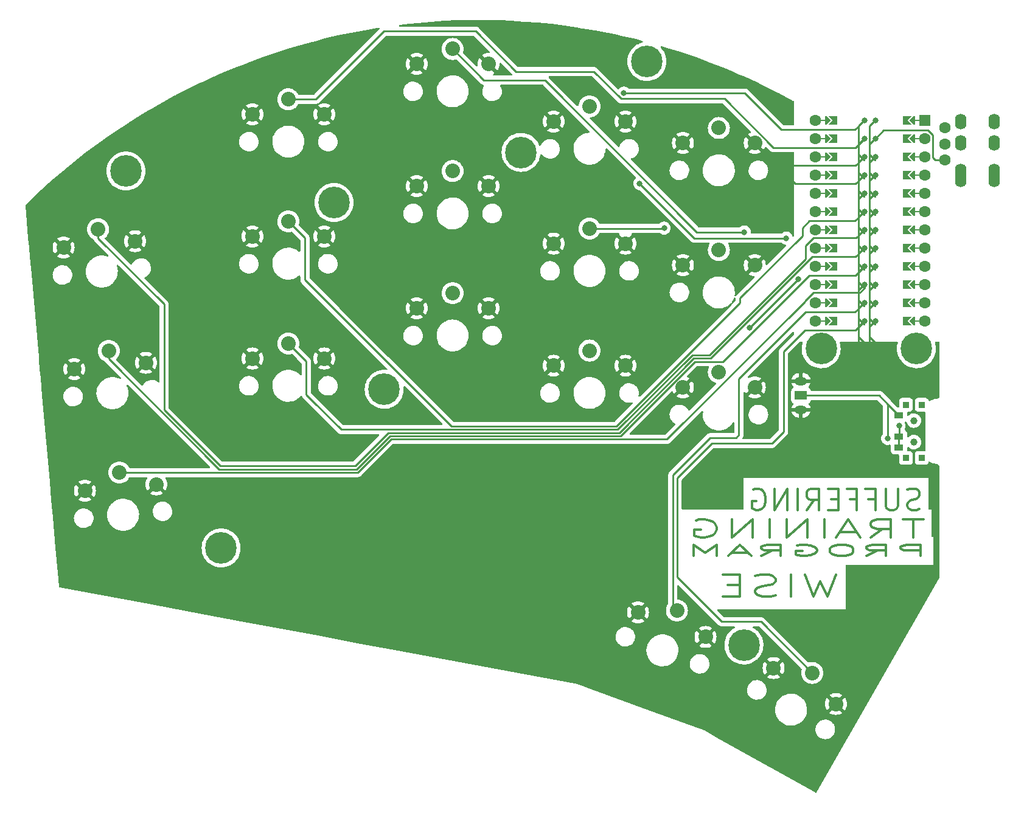
<source format=gbl>
G04 #@! TF.GenerationSoftware,KiCad,Pcbnew,(6.0.4)*
G04 #@! TF.CreationDate,2022-07-01T15:58:50-05:00*
G04 #@! TF.ProjectId,om,6f6d2e6b-6963-4616-945f-706362585858,v1.0.0*
G04 #@! TF.SameCoordinates,Original*
G04 #@! TF.FileFunction,Copper,L2,Bot*
G04 #@! TF.FilePolarity,Positive*
%FSLAX46Y46*%
G04 Gerber Fmt 4.6, Leading zero omitted, Abs format (unit mm)*
G04 Created by KiCad (PCBNEW (6.0.4)) date 2022-07-01 15:58:50*
%MOMM*%
%LPD*%
G01*
G04 APERTURE LIST*
G04 Aperture macros list*
%AMFreePoly0*
4,1,6,0.600000,0.200000,0.000000,-0.400000,-0.600000,0.200000,-0.600000,0.400000,0.600000,0.400000,0.600000,0.200000,0.600000,0.200000,$1*%
%AMFreePoly1*
4,1,5,0.125000,-0.500000,-0.125000,-0.500000,-0.125000,0.500000,0.125000,0.500000,0.125000,-0.500000,0.125000,-0.500000,$1*%
%AMFreePoly2*
4,1,6,0.600000,-0.250000,-0.600000,-0.250000,-0.600000,1.000000,0.000000,0.400000,0.600000,1.000000,0.600000,-0.250000,0.600000,-0.250000,$1*%
%AMFreePoly3*
4,1,49,0.004773,0.123721,0.009154,0.124665,0.028961,0.117240,0.062500,0.108253,0.068237,0.102516,0.075053,0.099961,0.087617,0.083136,0.108253,0.062500,0.111178,0.051584,0.117161,0.043572,0.118539,0.024114,0.125000,0.000000,0.121239,-0.014035,0.122131,-0.026629,0.113759,-0.041951,0.108253,-0.062500,0.095644,-0.075109,0.088389,-0.088388,-0.641000,-0.817776,-0.641000,-4.770224,
0.088389,-5.499612,0.109852,-5.528356,0.124665,-5.597154,0.099961,-5.663053,0.043572,-5.705161,-0.026629,-5.710131,-0.088388,-5.676389,-0.854388,-4.910388,-0.867707,-4.892552,-0.871189,-4.889530,-0.871982,-4.886826,-0.875852,-4.881644,-0.882331,-4.851549,-0.891000,-4.822000,-0.891000,-0.766000,-0.887805,-0.743969,-0.888131,-0.739371,-0.886780,-0.736898,-0.885852,-0.730498,-0.869151,-0.704632,
-0.854388,-0.677612,-0.088388,0.088389,-0.064606,0.106147,-0.062500,0.108253,-0.061385,0.108552,-0.059644,0.109852,-0.043806,0.113262,0.000000,0.125000,0.004773,0.123721,0.004773,0.123721,$1*%
G04 Aperture macros list end*
%ADD10C,0.300000*%
G04 #@! TA.AperFunction,NonConductor*
%ADD11C,0.300000*%
G04 #@! TD*
G04 #@! TA.AperFunction,WasherPad*
%ADD12C,1.000000*%
G04 #@! TD*
G04 #@! TA.AperFunction,ComponentPad*
%ADD13C,2.032000*%
G04 #@! TD*
G04 #@! TA.AperFunction,ComponentPad*
%ADD14R,1.700000X1.200000*%
G04 #@! TD*
G04 #@! TA.AperFunction,ComponentPad*
%ADD15O,1.700000X1.200000*%
G04 #@! TD*
G04 #@! TA.AperFunction,ComponentPad*
%ADD16C,4.400000*%
G04 #@! TD*
G04 #@! TA.AperFunction,ComponentPad*
%ADD17O,1.600000X2.200000*%
G04 #@! TD*
G04 #@! TA.AperFunction,ComponentPad*
%ADD18C,1.600000*%
G04 #@! TD*
G04 #@! TA.AperFunction,SMDPad,CuDef*
%ADD19FreePoly0,270.000000*%
G04 #@! TD*
G04 #@! TA.AperFunction,SMDPad,CuDef*
%ADD20FreePoly1,90.000000*%
G04 #@! TD*
G04 #@! TA.AperFunction,SMDPad,CuDef*
%ADD21FreePoly1,270.000000*%
G04 #@! TD*
G04 #@! TA.AperFunction,SMDPad,CuDef*
%ADD22FreePoly0,90.000000*%
G04 #@! TD*
G04 #@! TA.AperFunction,ComponentPad*
%ADD23R,1.600000X1.600000*%
G04 #@! TD*
G04 #@! TA.AperFunction,SMDPad,CuDef*
%ADD24FreePoly2,90.000000*%
G04 #@! TD*
G04 #@! TA.AperFunction,SMDPad,CuDef*
%ADD25FreePoly3,270.000000*%
G04 #@! TD*
G04 #@! TA.AperFunction,ComponentPad*
%ADD26C,0.800000*%
G04 #@! TD*
G04 #@! TA.AperFunction,SMDPad,CuDef*
%ADD27FreePoly2,270.000000*%
G04 #@! TD*
G04 #@! TA.AperFunction,SMDPad,CuDef*
%ADD28FreePoly3,90.000000*%
G04 #@! TD*
G04 #@! TA.AperFunction,SMDPad,CuDef*
%ADD29R,0.900000X0.900000*%
G04 #@! TD*
G04 #@! TA.AperFunction,SMDPad,CuDef*
%ADD30R,1.250000X0.900000*%
G04 #@! TD*
G04 #@! TA.AperFunction,ViaPad*
%ADD31C,0.800000*%
G04 #@! TD*
G04 #@! TA.AperFunction,Conductor*
%ADD32C,0.250000*%
G04 #@! TD*
G04 APERTURE END LIST*
D10*
D11*
X251435209Y-176956449D02*
X250244733Y-179956449D01*
X249292352Y-177813592D01*
X248339971Y-179956449D01*
X247149495Y-176956449D01*
X245244733Y-179956449D02*
X245244733Y-176956449D01*
X243101876Y-179813592D02*
X242387590Y-179956449D01*
X241197114Y-179956449D01*
X240720923Y-179813592D01*
X240482828Y-179670735D01*
X240244733Y-179385021D01*
X240244733Y-179099307D01*
X240482828Y-178813592D01*
X240720923Y-178670735D01*
X241197114Y-178527878D01*
X242149495Y-178385021D01*
X242625685Y-178242164D01*
X242863780Y-178099307D01*
X243101876Y-177813592D01*
X243101876Y-177527878D01*
X242863780Y-177242164D01*
X242625685Y-177099307D01*
X242149495Y-176956449D01*
X240959019Y-176956449D01*
X240244733Y-177099307D01*
X238101876Y-178385021D02*
X236435209Y-178385021D01*
X235720923Y-179956449D02*
X238101876Y-179956449D01*
X238101876Y-176956449D01*
X235720923Y-176956449D01*
D10*
D11*
X263649495Y-169230259D02*
X260792352Y-169230259D01*
X262220923Y-171730259D02*
X262220923Y-169230259D01*
X256268542Y-171730259D02*
X257935209Y-170539783D01*
X259125685Y-171730259D02*
X259125685Y-169230259D01*
X257220923Y-169230259D01*
X256744733Y-169349307D01*
X256506638Y-169468354D01*
X256268542Y-169706449D01*
X256268542Y-170063592D01*
X256506638Y-170301687D01*
X256744733Y-170420735D01*
X257220923Y-170539783D01*
X259125685Y-170539783D01*
X254363780Y-171015973D02*
X251982828Y-171015973D01*
X254839971Y-171730259D02*
X253173304Y-169230259D01*
X251506638Y-171730259D01*
X249839971Y-171730259D02*
X249839971Y-169230259D01*
X247459019Y-171730259D02*
X247459019Y-169230259D01*
X244601876Y-171730259D01*
X244601876Y-169230259D01*
X242220923Y-171730259D02*
X242220923Y-169230259D01*
X239839971Y-171730259D02*
X239839971Y-169230259D01*
X236982828Y-171730259D01*
X236982828Y-169230259D01*
X231982828Y-169349307D02*
X232459019Y-169230259D01*
X233173304Y-169230259D01*
X233887590Y-169349307D01*
X234363780Y-169587402D01*
X234601876Y-169825497D01*
X234839971Y-170301687D01*
X234839971Y-170658830D01*
X234601876Y-171135021D01*
X234363780Y-171373116D01*
X233887590Y-171611211D01*
X233173304Y-171730259D01*
X232697114Y-171730259D01*
X231982828Y-171611211D01*
X231744733Y-171492164D01*
X231744733Y-170658830D01*
X232697114Y-170658830D01*
D10*
D11*
X263230447Y-174277878D02*
X263230447Y-172777878D01*
X261401876Y-172777878D01*
X260944733Y-172849307D01*
X260716161Y-172920735D01*
X260487590Y-173063592D01*
X260487590Y-173277878D01*
X260716161Y-173420735D01*
X260944733Y-173492164D01*
X261401876Y-173563592D01*
X263230447Y-173563592D01*
X255687590Y-174277878D02*
X257287590Y-173563592D01*
X258430447Y-174277878D02*
X258430447Y-172777878D01*
X256601876Y-172777878D01*
X256144733Y-172849307D01*
X255916161Y-172920735D01*
X255687590Y-173063592D01*
X255687590Y-173277878D01*
X255916161Y-173420735D01*
X256144733Y-173492164D01*
X256601876Y-173563592D01*
X258430447Y-173563592D01*
X252716161Y-172777878D02*
X251801876Y-172777878D01*
X251344733Y-172849307D01*
X250887590Y-172992164D01*
X250659019Y-173277878D01*
X250659019Y-173777878D01*
X250887590Y-174063592D01*
X251344733Y-174206449D01*
X251801876Y-174277878D01*
X252716161Y-174277878D01*
X253173304Y-174206449D01*
X253630447Y-174063592D01*
X253859019Y-173777878D01*
X253859019Y-173277878D01*
X253630447Y-172992164D01*
X253173304Y-172849307D01*
X252716161Y-172777878D01*
X246087590Y-172849307D02*
X246544733Y-172777878D01*
X247230447Y-172777878D01*
X247916161Y-172849307D01*
X248373304Y-172992164D01*
X248601876Y-173135021D01*
X248830447Y-173420735D01*
X248830447Y-173635021D01*
X248601876Y-173920735D01*
X248373304Y-174063592D01*
X247916161Y-174206449D01*
X247230447Y-174277878D01*
X246773304Y-174277878D01*
X246087590Y-174206449D01*
X245859019Y-174135021D01*
X245859019Y-173635021D01*
X246773304Y-173635021D01*
X241059019Y-174277878D02*
X242659019Y-173563592D01*
X243801876Y-174277878D02*
X243801876Y-172777878D01*
X241973304Y-172777878D01*
X241516161Y-172849307D01*
X241287590Y-172920735D01*
X241059019Y-173063592D01*
X241059019Y-173277878D01*
X241287590Y-173420735D01*
X241516161Y-173492164D01*
X241973304Y-173563592D01*
X243801876Y-173563592D01*
X239230447Y-173849307D02*
X236944733Y-173849307D01*
X239687590Y-174277878D02*
X238087590Y-172777878D01*
X236487590Y-174277878D01*
X234887590Y-174277878D02*
X234887590Y-172777878D01*
X233287590Y-173849307D01*
X231687590Y-172777878D01*
X231687590Y-174277878D01*
D10*
D11*
X263101876Y-167813592D02*
X262673304Y-167956449D01*
X261959019Y-167956449D01*
X261673304Y-167813592D01*
X261530447Y-167670735D01*
X261387590Y-167385021D01*
X261387590Y-167099307D01*
X261530447Y-166813592D01*
X261673304Y-166670735D01*
X261959019Y-166527878D01*
X262530447Y-166385021D01*
X262816161Y-166242164D01*
X262959019Y-166099307D01*
X263101876Y-165813592D01*
X263101876Y-165527878D01*
X262959019Y-165242164D01*
X262816161Y-165099307D01*
X262530447Y-164956449D01*
X261816161Y-164956449D01*
X261387590Y-165099307D01*
X260101876Y-164956449D02*
X260101876Y-167385021D01*
X259959019Y-167670735D01*
X259816161Y-167813592D01*
X259530447Y-167956449D01*
X258959019Y-167956449D01*
X258673304Y-167813592D01*
X258530447Y-167670735D01*
X258387590Y-167385021D01*
X258387590Y-164956449D01*
X255959019Y-166385021D02*
X256959019Y-166385021D01*
X256959019Y-167956449D02*
X256959019Y-164956449D01*
X255530447Y-164956449D01*
X253387590Y-166385021D02*
X254387590Y-166385021D01*
X254387590Y-167956449D02*
X254387590Y-164956449D01*
X252959019Y-164956449D01*
X251816161Y-166385021D02*
X250816161Y-166385021D01*
X250387590Y-167956449D02*
X251816161Y-167956449D01*
X251816161Y-164956449D01*
X250387590Y-164956449D01*
X247387590Y-167956449D02*
X248387590Y-166527878D01*
X249101876Y-167956449D02*
X249101876Y-164956449D01*
X247959019Y-164956449D01*
X247673304Y-165099307D01*
X247530447Y-165242164D01*
X247387590Y-165527878D01*
X247387590Y-165956449D01*
X247530447Y-166242164D01*
X247673304Y-166385021D01*
X247959019Y-166527878D01*
X249101876Y-166527878D01*
X246101876Y-167956449D02*
X246101876Y-164956449D01*
X244673304Y-167956449D02*
X244673304Y-164956449D01*
X242959019Y-167956449D01*
X242959019Y-164956449D01*
X239959019Y-165099307D02*
X240244733Y-164956449D01*
X240673304Y-164956449D01*
X241101876Y-165099307D01*
X241387590Y-165385021D01*
X241530447Y-165670735D01*
X241673304Y-166242164D01*
X241673304Y-166670735D01*
X241530447Y-167242164D01*
X241387590Y-167527878D01*
X241101876Y-167813592D01*
X240673304Y-167956449D01*
X240387590Y-167956449D01*
X239959019Y-167813592D01*
X239816161Y-167670735D01*
X239816161Y-166670735D01*
X240387590Y-166670735D01*
D12*
X262310000Y-158460000D03*
X262310000Y-155460000D03*
D13*
X230170000Y-116820000D03*
X240170000Y-116820000D03*
X235170000Y-114720000D03*
X235170000Y-114720000D03*
D14*
X246600000Y-151955000D03*
D15*
X246600000Y-153955000D03*
X246600000Y-149955000D03*
D16*
X207645000Y-118122216D03*
X181622216Y-125095000D03*
X188595000Y-151117784D03*
X238660000Y-186710000D03*
D13*
X143991554Y-131353741D03*
X153953501Y-130482183D03*
X148789500Y-128825953D03*
X148789500Y-128825953D03*
D17*
X273460000Y-121920000D03*
X268860000Y-121920000D03*
X268860000Y-120820000D03*
X273460000Y-120820000D03*
X268860000Y-116820000D03*
X273460000Y-116820000D03*
X268860000Y-113820000D03*
X273460000Y-113820000D03*
D13*
X240170000Y-133820000D03*
X230170000Y-133820000D03*
X235170000Y-131720000D03*
X235170000Y-131720000D03*
D16*
X262660000Y-145460000D03*
D13*
X223920680Y-182165430D03*
X233317607Y-185585632D03*
X229337386Y-181902177D03*
X229337386Y-181902177D03*
D16*
X249410000Y-145460000D03*
D13*
X146954849Y-165224361D03*
X156916796Y-164352803D03*
X151752795Y-162696573D03*
X151752795Y-162696573D03*
X170260000Y-112820000D03*
X180260000Y-112820000D03*
X175260000Y-110720000D03*
X175260000Y-110720000D03*
D18*
X248550000Y-113650000D03*
X263790000Y-113650000D03*
D19*
X262012000Y-141590000D03*
D18*
X263790000Y-121270000D03*
D20*
X249820000Y-133970000D03*
D21*
X262520000Y-131430000D03*
D19*
X262012000Y-123810000D03*
D18*
X263790000Y-131430000D03*
D22*
X250328000Y-126350000D03*
D20*
X249820000Y-128890000D03*
D19*
X262012000Y-121270000D03*
D22*
X250328000Y-139050000D03*
D18*
X263790000Y-139050000D03*
D22*
X250328000Y-136510000D03*
D19*
X262012000Y-113650000D03*
D21*
X262520000Y-128890000D03*
D18*
X248550000Y-118730000D03*
D21*
X262520000Y-123810000D03*
D18*
X263790000Y-123810000D03*
D20*
X249820000Y-139050000D03*
D23*
X263790000Y-113650000D03*
D22*
X250328000Y-141590000D03*
D18*
X248550000Y-126350000D03*
D22*
X250328000Y-113650000D03*
D21*
X262520000Y-121270000D03*
D22*
X250328000Y-121270000D03*
D20*
X249820000Y-118730000D03*
D18*
X248550000Y-131430000D03*
X248550000Y-116190000D03*
D19*
X262012000Y-131430000D03*
D18*
X263790000Y-133970000D03*
D19*
X262012000Y-126350000D03*
D18*
X263790000Y-128890000D03*
D21*
X262520000Y-136510000D03*
D22*
X250328000Y-118730000D03*
D19*
X262012000Y-133970000D03*
X262012000Y-139050000D03*
D21*
X262520000Y-116190000D03*
D18*
X263790000Y-126350000D03*
D20*
X249820000Y-136510000D03*
D19*
X262012000Y-116190000D03*
D21*
X262520000Y-113650000D03*
D18*
X263790000Y-141590000D03*
D20*
X249820000Y-121270000D03*
D22*
X250328000Y-131430000D03*
D21*
X262520000Y-141590000D03*
D22*
X250328000Y-128890000D03*
D20*
X249820000Y-113650000D03*
D22*
X250328000Y-133970000D03*
D18*
X248550000Y-139050000D03*
X248550000Y-136510000D03*
X263790000Y-116190000D03*
D20*
X249820000Y-141590000D03*
D18*
X248550000Y-121270000D03*
D21*
X262520000Y-118730000D03*
D22*
X250328000Y-123810000D03*
D18*
X263790000Y-118730000D03*
D21*
X262520000Y-133970000D03*
D20*
X249820000Y-123810000D03*
D19*
X262012000Y-118730000D03*
D18*
X248550000Y-133970000D03*
D22*
X250328000Y-116190000D03*
D20*
X249820000Y-126350000D03*
D18*
X248550000Y-128890000D03*
X248550000Y-141590000D03*
D20*
X249820000Y-131430000D03*
X249820000Y-116190000D03*
D21*
X262520000Y-139050000D03*
X262520000Y-126350000D03*
D19*
X262012000Y-136510000D03*
D18*
X248550000Y-123810000D03*
D19*
X262012000Y-128890000D03*
D18*
X263790000Y-136510000D03*
D24*
X251344000Y-113650000D03*
D25*
X256932000Y-113650000D03*
D26*
X256932000Y-113650000D03*
X256932000Y-116190000D03*
D25*
X256932000Y-116190000D03*
D24*
X251344000Y-116190000D03*
D25*
X256932000Y-118730000D03*
D26*
X256932000Y-118730000D03*
D24*
X251344000Y-118730000D03*
D26*
X256932000Y-121270000D03*
D24*
X251344000Y-121270000D03*
D25*
X256932000Y-121270000D03*
X256932000Y-123810000D03*
D26*
X256932000Y-123810000D03*
D24*
X251344000Y-123810000D03*
X251344000Y-126350000D03*
D26*
X256932000Y-126350000D03*
D25*
X256932000Y-126350000D03*
X256932000Y-128890000D03*
D24*
X251344000Y-128890000D03*
D26*
X256932000Y-128890000D03*
D25*
X256932000Y-131430000D03*
D26*
X256932000Y-131430000D03*
D24*
X251344000Y-131430000D03*
D25*
X256932000Y-133970000D03*
D26*
X256932000Y-133970000D03*
D24*
X251344000Y-133970000D03*
X251344000Y-136510000D03*
D25*
X256932000Y-136510000D03*
D26*
X256932000Y-136510000D03*
D24*
X251344000Y-139050000D03*
D25*
X256932000Y-139050000D03*
D26*
X256932000Y-139050000D03*
D25*
X256932000Y-141590000D03*
D24*
X251344000Y-141590000D03*
D26*
X256932000Y-141590000D03*
X255408000Y-141590000D03*
D27*
X260996000Y-141590000D03*
D28*
X255408000Y-141590000D03*
D26*
X255408000Y-139050000D03*
D28*
X255408000Y-139050000D03*
D27*
X260996000Y-139050000D03*
X260996000Y-136510000D03*
D26*
X255408000Y-136510000D03*
D28*
X255408000Y-136510000D03*
D27*
X260996000Y-133970000D03*
D28*
X255408000Y-133970000D03*
D26*
X255408000Y-133970000D03*
D28*
X255408000Y-131430000D03*
D27*
X260996000Y-131430000D03*
D26*
X255408000Y-131430000D03*
D28*
X255408000Y-128890000D03*
D26*
X255408000Y-128890000D03*
D27*
X260996000Y-128890000D03*
D28*
X255408000Y-126350000D03*
D27*
X260996000Y-126350000D03*
D26*
X255408000Y-126350000D03*
X255408000Y-123810000D03*
D27*
X260996000Y-123810000D03*
D28*
X255408000Y-123810000D03*
D26*
X255408000Y-121270000D03*
D28*
X255408000Y-121270000D03*
D27*
X260996000Y-121270000D03*
D26*
X255408000Y-118730000D03*
D27*
X260996000Y-118730000D03*
D28*
X255408000Y-118730000D03*
X255408000Y-116190000D03*
D26*
X255408000Y-116190000D03*
D27*
X260996000Y-116190000D03*
D28*
X255408000Y-113650000D03*
D26*
X255408000Y-113650000D03*
D27*
X260996000Y-113650000D03*
D13*
X170260000Y-129820000D03*
X180260000Y-129820000D03*
X175260000Y-127720000D03*
X175260000Y-127720000D03*
X230170000Y-150820000D03*
X240170000Y-150820000D03*
X235170000Y-148720000D03*
X235170000Y-148720000D03*
D16*
X225160000Y-105460000D03*
D13*
X251447090Y-194919173D03*
X242786836Y-189919173D03*
X248166963Y-190600520D03*
X248166963Y-190600520D03*
X222170000Y-130820000D03*
X212170000Y-130820000D03*
X217170000Y-128720000D03*
X217170000Y-128720000D03*
D16*
X165910000Y-173210000D03*
D18*
X266660000Y-116960000D03*
D13*
X212170000Y-113820000D03*
X222170000Y-113820000D03*
X217170000Y-111720000D03*
X217170000Y-111720000D03*
X203120000Y-122820000D03*
X193120000Y-122820000D03*
X198120000Y-120720000D03*
X198120000Y-120720000D03*
D18*
X266660000Y-114710000D03*
D13*
X203120000Y-105820000D03*
X193120000Y-105820000D03*
X198120000Y-103720000D03*
X198120000Y-103720000D03*
X212170000Y-147820000D03*
X222170000Y-147820000D03*
X217170000Y-145720000D03*
X217170000Y-145720000D03*
D18*
X266660000Y-119210000D03*
D13*
X155435148Y-147417493D03*
X145473201Y-148289051D03*
X150271147Y-145761263D03*
X150271147Y-145761263D03*
D16*
X152660000Y-120710000D03*
D13*
X180260000Y-146820000D03*
X170260000Y-146820000D03*
X175260000Y-144720000D03*
X175260000Y-144720000D03*
X203120000Y-139820000D03*
X193120000Y-139820000D03*
X198120000Y-137720000D03*
X198120000Y-137720000D03*
D29*
X261197500Y-160660000D03*
D12*
X262297500Y-158460000D03*
D29*
X263397500Y-153260000D03*
X263397500Y-160660000D03*
X261197500Y-153260000D03*
D12*
X262297500Y-155460000D03*
D30*
X260222500Y-154710000D03*
X260222500Y-157710000D03*
X260222500Y-159210000D03*
D31*
X243360000Y-120010000D03*
X216660000Y-105460000D03*
X218160000Y-108960000D03*
X221960000Y-109860000D03*
X244560000Y-130060000D03*
X224160000Y-122460000D03*
X238707300Y-129207300D03*
X246260000Y-135735402D03*
X239447701Y-142547701D03*
X227560000Y-128660000D03*
X260235000Y-156210000D03*
X258660000Y-157960000D03*
D32*
X245810000Y-122460000D02*
X243360000Y-120010000D01*
X258056511Y-115065489D02*
X264165489Y-115065489D01*
X264255789Y-115065489D02*
X264165489Y-115065489D01*
X264914511Y-115724211D02*
X264255789Y-115065489D01*
X254178000Y-119960000D02*
X243310000Y-119960000D01*
X243310000Y-119960000D02*
X243285000Y-119935000D01*
X265264511Y-119210000D02*
X264914511Y-118860000D01*
X243360000Y-120010000D02*
X243285000Y-119935000D01*
X266660000Y-119210000D02*
X265264511Y-119210000D01*
X243310000Y-119960000D02*
X243360000Y-120010000D01*
X255408000Y-118730000D02*
X254178000Y-119960000D01*
X256932000Y-116190000D02*
X258056511Y-115065489D01*
X255408000Y-121270000D02*
X254218000Y-122460000D01*
X243285000Y-119935000D02*
X240170000Y-116820000D01*
X264914511Y-118860000D02*
X264914511Y-115724211D01*
X254218000Y-122460000D02*
X245810000Y-122460000D01*
X218160000Y-108960000D02*
X222170000Y-113820000D01*
X151752795Y-162696573D02*
X184923427Y-162696573D01*
X255408000Y-137012000D02*
X255408000Y-136510000D01*
X227960000Y-158063008D02*
X247160000Y-138863008D01*
X189556992Y-158063008D02*
X227960000Y-158063008D01*
X184923427Y-162696573D02*
X189556992Y-158063008D01*
X247160000Y-138849700D02*
X248349700Y-137660000D01*
X254760000Y-137660000D02*
X255408000Y-137012000D01*
X248349700Y-137660000D02*
X254760000Y-137660000D01*
X247160000Y-138863008D02*
X247160000Y-138849700D01*
X247760000Y-135260000D02*
X235760000Y-147260000D01*
X165619027Y-162247053D02*
X150271147Y-146899173D01*
X189370794Y-157613488D02*
X184737229Y-162247053D01*
X221480742Y-157613488D02*
X189370794Y-157613488D01*
X255408000Y-133970000D02*
X255408000Y-134012000D01*
X255408000Y-134012000D02*
X254160000Y-135260000D01*
X231834230Y-147260000D02*
X221480742Y-157613488D01*
X150271147Y-146899173D02*
X150271147Y-145761263D01*
X184737229Y-162247053D02*
X165619027Y-162247053D01*
X254160000Y-135260000D02*
X247760000Y-135260000D01*
X235760000Y-147260000D02*
X231834230Y-147260000D01*
X184551031Y-161797533D02*
X165805225Y-161797533D01*
X165805225Y-161797533D02*
X157960000Y-153952308D01*
X157960000Y-153952308D02*
X157960000Y-139260000D01*
X157960000Y-139260000D02*
X148789500Y-130089500D01*
X231648033Y-146810480D02*
X221294544Y-157163968D01*
X148789500Y-130089500D02*
X148789500Y-128825953D01*
X255408000Y-131430000D02*
X254178000Y-132660000D01*
X254178000Y-132660000D02*
X248160000Y-132660000D01*
X248160000Y-132660000D02*
X234009520Y-146810480D01*
X234009520Y-146810480D02*
X231648033Y-146810480D01*
X189184596Y-157163968D02*
X184551031Y-161797533D01*
X221294544Y-157163968D02*
X189184596Y-157163968D01*
X254283489Y-130014511D02*
X248514511Y-130014511D01*
X177760000Y-147220000D02*
X177760000Y-151860000D01*
X178760000Y-152860000D02*
X182614448Y-156714448D01*
X255408000Y-128890000D02*
X254283489Y-130014511D01*
X247242141Y-131147559D02*
X248375189Y-130014511D01*
X177760000Y-151860000D02*
X178760000Y-152860000D01*
X221108348Y-156714448D02*
X231461836Y-146360960D01*
X182614448Y-156714448D02*
X189160000Y-156714448D01*
X247242141Y-132942141D02*
X247242141Y-131147559D01*
X233823322Y-146360960D02*
X247242141Y-132942141D01*
X248375189Y-130014511D02*
X248514511Y-130014511D01*
X175260000Y-144720000D02*
X177760000Y-147220000D01*
X231461836Y-146360960D02*
X233823322Y-146360960D01*
X188998398Y-156714448D02*
X221108348Y-156714448D01*
X220922151Y-156264928D02*
X238128496Y-139058583D01*
X177560000Y-130020000D02*
X177560000Y-135864928D01*
X254098000Y-127660000D02*
X247760000Y-127660000D01*
X175260000Y-127720000D02*
X177560000Y-130020000D01*
X177560000Y-135864928D02*
X197960000Y-156264928D01*
X238128496Y-139058583D02*
X238128496Y-138428496D01*
X197960000Y-156264928D02*
X220922151Y-156264928D01*
X246792621Y-128627379D02*
X247760000Y-127660000D01*
X246792621Y-129764371D02*
X246792621Y-128627379D01*
X255408000Y-126350000D02*
X254098000Y-127660000D01*
X238128496Y-138428496D02*
X246792621Y-129764371D01*
X255408000Y-116190000D02*
X254138000Y-117460000D01*
X206960000Y-106860000D02*
X201360000Y-101260000D01*
X221560000Y-110660000D02*
X217760000Y-106860000D01*
X201360000Y-101260000D02*
X188560000Y-101260000D01*
X254138000Y-117460000D02*
X242760000Y-117460000D01*
X188560000Y-101260000D02*
X179100000Y-110720000D01*
X179100000Y-110720000D02*
X175260000Y-110720000D01*
X242760000Y-117460000D02*
X235960000Y-110660000D01*
X235960000Y-110660000D02*
X221560000Y-110660000D01*
X217760000Y-106860000D02*
X206960000Y-106860000D01*
X255408000Y-113650000D02*
X254098000Y-114960000D01*
X254098000Y-114960000D02*
X247260000Y-114960000D01*
X247260000Y-114960000D02*
X243860000Y-114960000D01*
X243860000Y-114960000D02*
X238760000Y-109860000D01*
X238760000Y-109860000D02*
X221960000Y-109860000D01*
X231760000Y-130060000D02*
X244560000Y-130060000D01*
X224160000Y-122460000D02*
X231760000Y-130060000D01*
X210960000Y-108060000D02*
X232107300Y-129207300D01*
X232107300Y-129207300D02*
X238707300Y-129207300D01*
X198120000Y-103720000D02*
X202460000Y-108060000D01*
X202460000Y-108060000D02*
X210960000Y-108060000D01*
X246260000Y-135735402D02*
X239447701Y-142547701D01*
X227560000Y-128660000D02*
X227500000Y-128720000D01*
X227500000Y-128720000D02*
X217170000Y-128720000D01*
X237960000Y-149688960D02*
X237960000Y-157460000D01*
X228760000Y-181324791D02*
X229337386Y-181902177D01*
X237960000Y-157460000D02*
X237560000Y-157860000D01*
X247274480Y-140374480D02*
X237960000Y-149688960D01*
X228760000Y-163060000D02*
X228760000Y-181324791D01*
X255408000Y-139050000D02*
X254083520Y-140374480D01*
X233960000Y-157860000D02*
X228760000Y-163060000D01*
X237560000Y-157860000D02*
X233960000Y-157860000D01*
X254083520Y-140374480D02*
X247274480Y-140374480D01*
X248166963Y-190600520D02*
X241026443Y-183460000D01*
X242560000Y-158660000D02*
X244160000Y-157060000D01*
X229360000Y-163460000D02*
X234160000Y-158660000D01*
X244160000Y-157060000D02*
X244160000Y-145860000D01*
X244160000Y-145860000D02*
X247160000Y-142860000D01*
X229360000Y-177260000D02*
X229360000Y-163460000D01*
X235560000Y-183460000D02*
X229360000Y-177260000D01*
X241026443Y-183460000D02*
X235560000Y-183460000D01*
X234160000Y-158660000D02*
X242560000Y-158660000D01*
X247160000Y-142860000D02*
X254138000Y-142860000D01*
X254138000Y-142860000D02*
X255408000Y-141590000D01*
X260235000Y-157697500D02*
X260222500Y-157710000D01*
X260222500Y-159210000D02*
X260222500Y-157710000D01*
X260235000Y-156210000D02*
X260235000Y-157697500D01*
X257467500Y-151955000D02*
X258691250Y-153178750D01*
X258660000Y-157960000D02*
X258660000Y-153210000D01*
X258660000Y-153210000D02*
X258691250Y-153178750D01*
X258691250Y-153178750D02*
X260222500Y-154710000D01*
X246600000Y-151955000D02*
X257467500Y-151955000D01*
G04 #@! TA.AperFunction,Conductor*
G36*
X187889465Y-100793479D02*
G01*
X187943313Y-100839750D01*
X187963596Y-100907788D01*
X187943875Y-100975990D01*
X187926692Y-100997403D01*
X178874500Y-110049595D01*
X178812188Y-110083621D01*
X178785405Y-110086500D01*
X176730270Y-110086500D01*
X176662149Y-110066498D01*
X176624291Y-110024678D01*
X176622540Y-110025751D01*
X176499749Y-109825376D01*
X176497160Y-109821151D01*
X176341318Y-109638682D01*
X176264813Y-109573341D01*
X176162617Y-109486058D01*
X176162616Y-109486057D01*
X176158849Y-109482840D01*
X175954249Y-109357460D01*
X175949679Y-109355567D01*
X175949677Y-109355566D01*
X175737126Y-109267525D01*
X175737124Y-109267524D01*
X175732553Y-109265631D01*
X175649022Y-109245577D01*
X175504035Y-109210768D01*
X175504029Y-109210767D01*
X175499222Y-109209613D01*
X175260000Y-109190786D01*
X175020778Y-109209613D01*
X175015971Y-109210767D01*
X175015965Y-109210768D01*
X174870978Y-109245577D01*
X174787447Y-109265631D01*
X174782876Y-109267524D01*
X174782874Y-109267525D01*
X174570323Y-109355566D01*
X174570321Y-109355567D01*
X174565751Y-109357460D01*
X174361151Y-109482840D01*
X174357384Y-109486057D01*
X174357383Y-109486058D01*
X174255187Y-109573341D01*
X174178682Y-109638682D01*
X174022840Y-109821151D01*
X173897460Y-110025751D01*
X173895567Y-110030321D01*
X173895566Y-110030323D01*
X173828940Y-110191174D01*
X173805631Y-110247447D01*
X173786043Y-110329037D01*
X173750768Y-110475965D01*
X173750767Y-110475971D01*
X173749613Y-110480778D01*
X173730786Y-110720000D01*
X173749613Y-110959222D01*
X173750767Y-110964029D01*
X173750768Y-110964035D01*
X173776795Y-111072443D01*
X173805631Y-111192553D01*
X173807524Y-111197124D01*
X173807525Y-111197126D01*
X173881771Y-111376371D01*
X173897460Y-111414249D01*
X174022840Y-111618849D01*
X174178682Y-111801318D01*
X174182444Y-111804531D01*
X174349588Y-111947284D01*
X174361151Y-111957160D01*
X174565751Y-112082540D01*
X174570321Y-112084433D01*
X174570323Y-112084434D01*
X174670427Y-112125898D01*
X174787447Y-112174369D01*
X174863189Y-112192553D01*
X175015965Y-112229232D01*
X175015971Y-112229233D01*
X175020778Y-112230387D01*
X175260000Y-112249214D01*
X175499222Y-112230387D01*
X175504029Y-112229233D01*
X175504035Y-112229232D01*
X175656811Y-112192553D01*
X175732553Y-112174369D01*
X175849573Y-112125898D01*
X175949677Y-112084434D01*
X175949679Y-112084433D01*
X175954249Y-112082540D01*
X176158849Y-111957160D01*
X176170413Y-111947284D01*
X176337556Y-111804531D01*
X176341318Y-111801318D01*
X176497160Y-111618849D01*
X176523263Y-111576253D01*
X179380457Y-111576253D01*
X179384241Y-111585031D01*
X180247188Y-112447978D01*
X180261132Y-112455592D01*
X180262965Y-112455461D01*
X180269580Y-112451210D01*
X181132716Y-111588074D01*
X181139476Y-111575694D01*
X181133749Y-111568044D01*
X180958241Y-111460493D01*
X180949447Y-111456012D01*
X180736971Y-111368002D01*
X180727586Y-111364953D01*
X180503956Y-111311263D01*
X180494209Y-111309720D01*
X180264930Y-111291675D01*
X180255070Y-111291675D01*
X180025791Y-111309720D01*
X180016044Y-111311263D01*
X179792414Y-111364953D01*
X179783029Y-111368002D01*
X179623443Y-111434105D01*
X179552853Y-111441694D01*
X179489366Y-111409915D01*
X179469464Y-111376371D01*
X179487832Y-111416894D01*
X179477531Y-111487139D01*
X179428901Y-111541907D01*
X179389918Y-111565796D01*
X179380457Y-111576253D01*
X176523263Y-111576253D01*
X176622540Y-111414249D01*
X176624468Y-111415430D01*
X176666816Y-111370644D01*
X176730270Y-111353500D01*
X179021233Y-111353500D01*
X179032416Y-111354027D01*
X179039909Y-111355702D01*
X179047835Y-111355453D01*
X179047836Y-111355453D01*
X179107986Y-111353562D01*
X179111945Y-111353500D01*
X179139856Y-111353500D01*
X179143791Y-111353003D01*
X179143856Y-111352995D01*
X179155693Y-111352062D01*
X179187951Y-111351048D01*
X179191970Y-111350922D01*
X179199889Y-111350673D01*
X179219343Y-111345021D01*
X179238700Y-111341013D01*
X179250930Y-111339468D01*
X179250931Y-111339468D01*
X179258797Y-111338474D01*
X179266168Y-111335555D01*
X179266170Y-111335555D01*
X179299912Y-111322196D01*
X179311136Y-111318353D01*
X179318158Y-111316312D01*
X179327908Y-111313480D01*
X179398903Y-111313679D01*
X179453143Y-111348752D01*
X179455673Y-111277905D01*
X179492590Y-111225770D01*
X179491362Y-111224542D01*
X179505683Y-111210221D01*
X179520717Y-111197380D01*
X179530694Y-111190131D01*
X179537107Y-111185472D01*
X179565298Y-111151395D01*
X179573288Y-111142616D01*
X181160172Y-109555732D01*
X191257200Y-109555732D01*
X191257400Y-109561062D01*
X191257400Y-109561063D01*
X191261364Y-109666659D01*
X191265854Y-109786268D01*
X191313228Y-110012050D01*
X191315186Y-110017009D01*
X191315187Y-110017011D01*
X191318215Y-110024678D01*
X191397967Y-110226622D01*
X191517647Y-110423849D01*
X191521144Y-110427879D01*
X191607768Y-110527704D01*
X191668847Y-110598092D01*
X191672978Y-110601479D01*
X191843115Y-110740984D01*
X191843121Y-110740988D01*
X191847243Y-110744368D01*
X192047735Y-110858494D01*
X192052751Y-110860315D01*
X192052756Y-110860317D01*
X192259575Y-110935389D01*
X192259579Y-110935390D01*
X192264590Y-110937209D01*
X192269839Y-110938158D01*
X192269842Y-110938159D01*
X192487523Y-110977522D01*
X192487530Y-110977523D01*
X192491607Y-110978260D01*
X192509344Y-110979096D01*
X192514292Y-110979330D01*
X192514299Y-110979330D01*
X192515780Y-110979400D01*
X192677925Y-110979400D01*
X192758855Y-110972533D01*
X192844562Y-110965261D01*
X192844566Y-110965260D01*
X192849873Y-110964810D01*
X192855028Y-110963472D01*
X192855034Y-110963471D01*
X193068003Y-110908195D01*
X193068007Y-110908194D01*
X193073172Y-110906853D01*
X193078038Y-110904661D01*
X193078041Y-110904660D01*
X193278649Y-110814293D01*
X193283515Y-110812101D01*
X193287935Y-110809125D01*
X193287939Y-110809123D01*
X193434503Y-110710449D01*
X193474885Y-110683262D01*
X193641812Y-110524022D01*
X193763812Y-110360048D01*
X193776337Y-110343214D01*
X193776339Y-110343211D01*
X193779521Y-110338934D01*
X193834305Y-110231183D01*
X193881658Y-110138046D01*
X193881658Y-110138045D01*
X193884077Y-110133288D01*
X193923343Y-110006831D01*
X193950905Y-109918070D01*
X193950906Y-109918064D01*
X193952489Y-109912967D01*
X193982800Y-109684268D01*
X193982139Y-109666659D01*
X195892514Y-109666659D01*
X195892877Y-109670807D01*
X195892877Y-109670811D01*
X195894517Y-109689553D01*
X195918252Y-109960849D01*
X195919162Y-109964921D01*
X195919163Y-109964926D01*
X195981292Y-110242874D01*
X195982672Y-110249050D01*
X195984115Y-110252973D01*
X195984116Y-110252975D01*
X195990497Y-110270317D01*
X196084644Y-110526199D01*
X196086591Y-110529892D01*
X196086592Y-110529894D01*
X196122549Y-110598092D01*
X196222374Y-110787427D01*
X196224794Y-110790832D01*
X196391019Y-111024735D01*
X196391024Y-111024741D01*
X196393443Y-111028145D01*
X196396287Y-111031195D01*
X196396292Y-111031201D01*
X196533960Y-111178832D01*
X196594846Y-111244124D01*
X196823045Y-111431568D01*
X197074029Y-111587185D01*
X197077846Y-111588901D01*
X197077849Y-111588902D01*
X197135083Y-111614624D01*
X197343390Y-111708241D01*
X197626395Y-111792608D01*
X197630515Y-111793261D01*
X197630517Y-111793261D01*
X197914592Y-111838255D01*
X197914598Y-111838256D01*
X197918073Y-111838806D01*
X197942632Y-111839921D01*
X198009017Y-111842936D01*
X198009038Y-111842936D01*
X198010437Y-111843000D01*
X198194901Y-111843000D01*
X198414664Y-111828403D01*
X198418763Y-111827577D01*
X198418767Y-111827576D01*
X198592190Y-111792608D01*
X198704151Y-111770033D01*
X198983375Y-111673888D01*
X199154742Y-111588074D01*
X199243695Y-111543530D01*
X199243697Y-111543529D01*
X199247431Y-111541659D01*
X199491678Y-111375668D01*
X199517028Y-111353003D01*
X199635839Y-111246773D01*
X199711827Y-111178832D01*
X199730542Y-111156997D01*
X199901289Y-110957784D01*
X199901292Y-110957780D01*
X199904009Y-110954610D01*
X199906283Y-110951108D01*
X199906287Y-110951103D01*
X200062570Y-110710449D01*
X200062573Y-110710444D01*
X200064849Y-110706939D01*
X200074680Y-110686236D01*
X200153864Y-110519473D01*
X200191519Y-110440172D01*
X200200843Y-110411133D01*
X200280515Y-110162983D01*
X200280515Y-110162982D01*
X200281795Y-110158996D01*
X200301479Y-110049595D01*
X200333351Y-109872459D01*
X200333352Y-109872454D01*
X200334090Y-109868350D01*
X200336042Y-109825376D01*
X200347297Y-109577511D01*
X200347297Y-109577506D01*
X200347486Y-109573341D01*
X200345946Y-109555732D01*
X200322112Y-109283312D01*
X200321748Y-109279151D01*
X200319730Y-109270121D01*
X200258240Y-108995028D01*
X200258238Y-108995021D01*
X200257328Y-108990950D01*
X200155356Y-108713801D01*
X200149965Y-108703575D01*
X200062961Y-108538559D01*
X200017626Y-108452573D01*
X199950536Y-108358168D01*
X199848981Y-108215265D01*
X199848976Y-108215259D01*
X199846557Y-108211855D01*
X199843713Y-108208805D01*
X199843708Y-108208799D01*
X199648000Y-107998928D01*
X199645154Y-107995876D01*
X199416955Y-107808432D01*
X199165971Y-107652815D01*
X198896610Y-107531759D01*
X198686561Y-107469141D01*
X198617604Y-107448584D01*
X198617602Y-107448584D01*
X198613605Y-107447392D01*
X198609485Y-107446739D01*
X198609483Y-107446739D01*
X198325408Y-107401745D01*
X198325402Y-107401744D01*
X198321927Y-107401194D01*
X198297368Y-107400079D01*
X198230983Y-107397064D01*
X198230962Y-107397064D01*
X198229563Y-107397000D01*
X198045099Y-107397000D01*
X197825336Y-107411597D01*
X197821237Y-107412423D01*
X197821233Y-107412424D01*
X197753016Y-107426179D01*
X197535849Y-107469967D01*
X197256625Y-107566112D01*
X197232314Y-107578286D01*
X197083483Y-107652815D01*
X196992569Y-107698341D01*
X196748322Y-107864332D01*
X196528173Y-108061168D01*
X196525456Y-108064338D01*
X196525455Y-108064339D01*
X196343586Y-108276529D01*
X196335991Y-108285390D01*
X196333717Y-108288892D01*
X196333713Y-108288897D01*
X196197260Y-108499016D01*
X196175151Y-108533061D01*
X196173357Y-108536839D01*
X196173356Y-108536841D01*
X196147582Y-108591121D01*
X196048481Y-108799828D01*
X196047202Y-108803811D01*
X196047201Y-108803814D01*
X195962959Y-109066197D01*
X195958205Y-109081004D01*
X195952661Y-109111815D01*
X195906788Y-109366772D01*
X195905910Y-109371650D01*
X195905721Y-109375817D01*
X195905720Y-109375824D01*
X195892703Y-109662489D01*
X195892514Y-109666659D01*
X193982139Y-109666659D01*
X193981983Y-109662489D01*
X193974346Y-109459063D01*
X193974146Y-109453732D01*
X193926772Y-109227950D01*
X193924336Y-109221780D01*
X193878893Y-109106712D01*
X193842033Y-109013378D01*
X193722353Y-108816151D01*
X193635428Y-108715978D01*
X193574653Y-108645941D01*
X193574651Y-108645939D01*
X193571153Y-108641908D01*
X193503393Y-108586348D01*
X193396885Y-108499016D01*
X193396879Y-108499012D01*
X193392757Y-108495632D01*
X193192265Y-108381506D01*
X193187249Y-108379685D01*
X193187244Y-108379683D01*
X192980425Y-108304611D01*
X192980421Y-108304610D01*
X192975410Y-108302791D01*
X192970161Y-108301842D01*
X192970158Y-108301841D01*
X192752477Y-108262478D01*
X192752470Y-108262477D01*
X192748393Y-108261740D01*
X192730656Y-108260904D01*
X192725708Y-108260670D01*
X192725701Y-108260670D01*
X192724220Y-108260600D01*
X192562075Y-108260600D01*
X192495119Y-108266281D01*
X192395438Y-108274739D01*
X192395434Y-108274740D01*
X192390127Y-108275190D01*
X192384972Y-108276528D01*
X192384966Y-108276529D01*
X192171997Y-108331805D01*
X192171993Y-108331806D01*
X192166828Y-108333147D01*
X192161962Y-108335339D01*
X192161959Y-108335340D01*
X192111283Y-108358168D01*
X191956485Y-108427899D01*
X191952065Y-108430875D01*
X191952061Y-108430877D01*
X191914350Y-108456266D01*
X191765115Y-108556738D01*
X191598188Y-108715978D01*
X191595000Y-108720263D01*
X191472533Y-108884865D01*
X191460479Y-108901066D01*
X191458064Y-108905816D01*
X191403377Y-109013378D01*
X191355923Y-109106712D01*
X191329918Y-109190460D01*
X191289095Y-109321930D01*
X191289094Y-109321936D01*
X191287511Y-109327033D01*
X191257200Y-109555732D01*
X181160172Y-109555732D01*
X183651598Y-107064306D01*
X192240524Y-107064306D01*
X192246251Y-107071956D01*
X192421759Y-107179507D01*
X192430553Y-107183988D01*
X192643029Y-107271998D01*
X192652414Y-107275047D01*
X192876044Y-107328737D01*
X192885791Y-107330280D01*
X193115070Y-107348325D01*
X193124930Y-107348325D01*
X193354209Y-107330280D01*
X193363956Y-107328737D01*
X193587586Y-107275047D01*
X193596971Y-107271998D01*
X193809447Y-107183988D01*
X193818241Y-107179507D01*
X193990083Y-107074203D01*
X193999543Y-107063747D01*
X193995759Y-107054969D01*
X193132812Y-106192022D01*
X193118868Y-106184408D01*
X193117035Y-106184539D01*
X193110420Y-106188790D01*
X192247284Y-107051926D01*
X192240524Y-107064306D01*
X183651598Y-107064306D01*
X184890974Y-105824930D01*
X191591675Y-105824930D01*
X191609720Y-106054209D01*
X191611263Y-106063956D01*
X191664953Y-106287586D01*
X191668002Y-106296971D01*
X191756012Y-106509447D01*
X191760493Y-106518241D01*
X191865797Y-106690083D01*
X191876253Y-106699543D01*
X191885031Y-106695759D01*
X192747978Y-105832812D01*
X192754356Y-105821132D01*
X193484408Y-105821132D01*
X193484539Y-105822965D01*
X193488790Y-105829580D01*
X194351926Y-106692716D01*
X194364306Y-106699476D01*
X194371956Y-106693749D01*
X194479507Y-106518241D01*
X194483988Y-106509447D01*
X194571998Y-106296971D01*
X194575047Y-106287586D01*
X194628737Y-106063956D01*
X194630280Y-106054209D01*
X194648325Y-105824930D01*
X194648325Y-105815070D01*
X194630280Y-105585791D01*
X194628737Y-105576044D01*
X194575047Y-105352414D01*
X194571998Y-105343029D01*
X194483988Y-105130553D01*
X194479507Y-105121759D01*
X194374203Y-104949917D01*
X194363747Y-104940457D01*
X194354969Y-104944241D01*
X193492022Y-105807188D01*
X193484408Y-105821132D01*
X192754356Y-105821132D01*
X192755592Y-105818868D01*
X192755461Y-105817035D01*
X192751210Y-105810420D01*
X191888074Y-104947284D01*
X191875694Y-104940524D01*
X191868044Y-104946251D01*
X191760493Y-105121759D01*
X191756012Y-105130553D01*
X191668002Y-105343029D01*
X191664953Y-105352414D01*
X191611263Y-105576044D01*
X191609720Y-105585791D01*
X191591675Y-105815070D01*
X191591675Y-105824930D01*
X184890974Y-105824930D01*
X186139651Y-104576253D01*
X192240457Y-104576253D01*
X192244241Y-104585031D01*
X193107188Y-105447978D01*
X193121132Y-105455592D01*
X193122965Y-105455461D01*
X193129580Y-105451210D01*
X193992716Y-104588074D01*
X193999476Y-104575694D01*
X193993749Y-104568044D01*
X193818241Y-104460493D01*
X193809447Y-104456012D01*
X193596971Y-104368002D01*
X193587586Y-104364953D01*
X193363956Y-104311263D01*
X193354209Y-104309720D01*
X193124930Y-104291675D01*
X193115070Y-104291675D01*
X192885791Y-104309720D01*
X192876044Y-104311263D01*
X192652414Y-104364953D01*
X192643029Y-104368002D01*
X192430553Y-104456012D01*
X192421759Y-104460493D01*
X192249917Y-104565797D01*
X192240457Y-104576253D01*
X186139651Y-104576253D01*
X188785499Y-101930405D01*
X188847811Y-101896379D01*
X188874594Y-101893500D01*
X201045406Y-101893500D01*
X201113527Y-101913502D01*
X201134501Y-101930405D01*
X203285946Y-104081850D01*
X203319972Y-104144162D01*
X203314907Y-104214977D01*
X203272360Y-104271813D01*
X203205840Y-104296624D01*
X203186966Y-104296557D01*
X203124931Y-104291675D01*
X203115070Y-104291675D01*
X202885791Y-104309720D01*
X202876044Y-104311263D01*
X202652414Y-104364953D01*
X202643029Y-104368002D01*
X202430553Y-104456012D01*
X202421759Y-104460493D01*
X202249917Y-104565797D01*
X202240457Y-104576253D01*
X202244241Y-104585031D01*
X204351926Y-106692716D01*
X204364306Y-106699476D01*
X204371956Y-106693749D01*
X204479507Y-106518241D01*
X204483988Y-106509447D01*
X204571998Y-106296971D01*
X204575047Y-106287586D01*
X204628737Y-106063956D01*
X204630280Y-106054209D01*
X204648325Y-105824930D01*
X204648325Y-105815070D01*
X204643443Y-105753036D01*
X204658039Y-105683555D01*
X204707882Y-105632996D01*
X204777147Y-105617410D01*
X204843842Y-105641745D01*
X204858150Y-105654055D01*
X206415500Y-107211405D01*
X206449526Y-107273717D01*
X206444461Y-107344532D01*
X206401914Y-107401368D01*
X206335394Y-107426179D01*
X206326405Y-107426500D01*
X203857415Y-107426500D01*
X203789294Y-107406498D01*
X203742801Y-107352842D01*
X203732697Y-107282568D01*
X203762191Y-107217988D01*
X203805357Y-107186861D01*
X203805038Y-107186234D01*
X203809089Y-107184170D01*
X203809200Y-107184090D01*
X203809446Y-107183988D01*
X203818241Y-107179507D01*
X203990083Y-107074203D01*
X203999543Y-107063747D01*
X203995759Y-107054969D01*
X201888074Y-104947284D01*
X201875694Y-104940524D01*
X201868044Y-104946251D01*
X201760493Y-105121759D01*
X201756012Y-105130553D01*
X201668002Y-105343029D01*
X201664953Y-105352414D01*
X201611263Y-105576044D01*
X201609720Y-105585791D01*
X201591675Y-105815070D01*
X201591675Y-105824930D01*
X201605100Y-105995508D01*
X201590504Y-106064988D01*
X201540662Y-106115548D01*
X201471397Y-106131134D01*
X201404701Y-106106799D01*
X201390393Y-106094489D01*
X199607590Y-104311686D01*
X199573564Y-104249374D01*
X199576393Y-104193039D01*
X199574369Y-104192553D01*
X199629232Y-103964035D01*
X199629233Y-103964029D01*
X199630387Y-103959222D01*
X199649214Y-103720000D01*
X199630387Y-103480778D01*
X199629233Y-103475971D01*
X199629232Y-103475965D01*
X199575524Y-103252259D01*
X199574369Y-103247447D01*
X199572475Y-103242874D01*
X199484434Y-103030323D01*
X199484433Y-103030321D01*
X199482540Y-103025751D01*
X199357160Y-102821151D01*
X199201318Y-102638682D01*
X199018849Y-102482840D01*
X198814249Y-102357460D01*
X198809679Y-102355567D01*
X198809677Y-102355566D01*
X198597126Y-102267525D01*
X198597124Y-102267524D01*
X198592553Y-102265631D01*
X198510963Y-102246043D01*
X198364035Y-102210768D01*
X198364029Y-102210767D01*
X198359222Y-102209613D01*
X198120000Y-102190786D01*
X197880778Y-102209613D01*
X197875971Y-102210767D01*
X197875965Y-102210768D01*
X197729037Y-102246043D01*
X197647447Y-102265631D01*
X197642876Y-102267524D01*
X197642874Y-102267525D01*
X197430323Y-102355566D01*
X197430321Y-102355567D01*
X197425751Y-102357460D01*
X197221151Y-102482840D01*
X197038682Y-102638682D01*
X196882840Y-102821151D01*
X196757460Y-103025751D01*
X196755567Y-103030321D01*
X196755566Y-103030323D01*
X196667525Y-103242874D01*
X196665631Y-103247447D01*
X196664476Y-103252259D01*
X196610768Y-103475965D01*
X196610767Y-103475971D01*
X196609613Y-103480778D01*
X196590786Y-103720000D01*
X196609613Y-103959222D01*
X196610767Y-103964029D01*
X196610768Y-103964035D01*
X196639053Y-104081850D01*
X196665631Y-104192553D01*
X196667524Y-104197124D01*
X196667525Y-104197126D01*
X196708711Y-104296557D01*
X196757460Y-104414249D01*
X196882840Y-104618849D01*
X197038682Y-104801318D01*
X197042444Y-104804531D01*
X197209588Y-104947284D01*
X197221151Y-104957160D01*
X197425751Y-105082540D01*
X197430321Y-105084433D01*
X197430323Y-105084434D01*
X197642874Y-105172475D01*
X197647447Y-105174369D01*
X197729037Y-105193957D01*
X197875965Y-105229232D01*
X197875971Y-105229233D01*
X197880778Y-105230387D01*
X198120000Y-105249214D01*
X198359222Y-105230387D01*
X198364029Y-105229233D01*
X198364035Y-105229232D01*
X198592553Y-105174369D01*
X198593087Y-105176592D01*
X198654578Y-105174813D01*
X198711686Y-105207590D01*
X200337154Y-106833059D01*
X201956348Y-108452253D01*
X201963888Y-108460539D01*
X201968000Y-108467018D01*
X201973777Y-108472443D01*
X202017651Y-108513643D01*
X202020493Y-108516398D01*
X202040230Y-108536135D01*
X202043427Y-108538615D01*
X202052447Y-108546318D01*
X202084679Y-108576586D01*
X202091625Y-108580405D01*
X202091628Y-108580407D01*
X202102434Y-108586348D01*
X202118953Y-108597199D01*
X202134959Y-108609614D01*
X202142228Y-108612759D01*
X202142232Y-108612762D01*
X202175537Y-108627174D01*
X202186187Y-108632391D01*
X202224940Y-108653695D01*
X202232615Y-108655666D01*
X202232616Y-108655666D01*
X202244562Y-108658733D01*
X202263267Y-108665137D01*
X202281855Y-108673181D01*
X202289678Y-108674420D01*
X202289688Y-108674423D01*
X202325524Y-108680099D01*
X202337144Y-108682505D01*
X202372294Y-108691530D01*
X202372300Y-108691531D01*
X202379970Y-108693500D01*
X202383190Y-108693500D01*
X202446349Y-108721047D01*
X202485750Y-108780107D01*
X202486965Y-108851093D01*
X202466571Y-108892878D01*
X202460479Y-108901066D01*
X202458064Y-108905816D01*
X202403377Y-109013378D01*
X202355923Y-109106712D01*
X202329918Y-109190460D01*
X202289095Y-109321930D01*
X202289094Y-109321936D01*
X202287511Y-109327033D01*
X202257200Y-109555732D01*
X202257400Y-109561062D01*
X202257400Y-109561063D01*
X202261364Y-109666659D01*
X202265854Y-109786268D01*
X202313228Y-110012050D01*
X202315186Y-110017009D01*
X202315187Y-110017011D01*
X202318215Y-110024678D01*
X202397967Y-110226622D01*
X202517647Y-110423849D01*
X202521144Y-110427879D01*
X202607768Y-110527704D01*
X202668847Y-110598092D01*
X202672978Y-110601479D01*
X202843115Y-110740984D01*
X202843121Y-110740988D01*
X202847243Y-110744368D01*
X203047735Y-110858494D01*
X203052751Y-110860315D01*
X203052756Y-110860317D01*
X203259575Y-110935389D01*
X203259579Y-110935390D01*
X203264590Y-110937209D01*
X203269839Y-110938158D01*
X203269842Y-110938159D01*
X203487523Y-110977522D01*
X203487530Y-110977523D01*
X203491607Y-110978260D01*
X203509344Y-110979096D01*
X203514292Y-110979330D01*
X203514299Y-110979330D01*
X203515780Y-110979400D01*
X203677925Y-110979400D01*
X203758855Y-110972533D01*
X203844562Y-110965261D01*
X203844566Y-110965260D01*
X203849873Y-110964810D01*
X203855028Y-110963472D01*
X203855034Y-110963471D01*
X204068003Y-110908195D01*
X204068007Y-110908194D01*
X204073172Y-110906853D01*
X204078038Y-110904661D01*
X204078041Y-110904660D01*
X204278649Y-110814293D01*
X204283515Y-110812101D01*
X204287935Y-110809125D01*
X204287939Y-110809123D01*
X204434503Y-110710449D01*
X204474885Y-110683262D01*
X204641812Y-110524022D01*
X204763812Y-110360048D01*
X204776337Y-110343214D01*
X204776339Y-110343211D01*
X204779521Y-110338934D01*
X204834305Y-110231183D01*
X204881658Y-110138046D01*
X204881658Y-110138045D01*
X204884077Y-110133288D01*
X204923343Y-110006831D01*
X204950905Y-109918070D01*
X204950906Y-109918064D01*
X204952489Y-109912967D01*
X204982800Y-109684268D01*
X204981983Y-109662489D01*
X204974346Y-109459063D01*
X204974146Y-109453732D01*
X204926772Y-109227950D01*
X204924336Y-109221780D01*
X204878893Y-109106712D01*
X204842033Y-109013378D01*
X204773881Y-108901066D01*
X204764050Y-108884865D01*
X204745811Y-108816251D01*
X204767563Y-108748669D01*
X204822399Y-108703575D01*
X204871769Y-108693500D01*
X210645406Y-108693500D01*
X210713527Y-108713502D01*
X210734501Y-108730405D01*
X217186001Y-115181905D01*
X217220027Y-115244217D01*
X217214962Y-115315032D01*
X217172415Y-115371868D01*
X217105895Y-115396679D01*
X217099275Y-115396915D01*
X217099276Y-115396931D01*
X217097196Y-115397000D01*
X217095099Y-115397000D01*
X216875336Y-115411597D01*
X216871237Y-115412423D01*
X216871233Y-115412424D01*
X216753644Y-115436134D01*
X216585849Y-115469967D01*
X216306625Y-115566112D01*
X216042569Y-115698341D01*
X215798322Y-115864332D01*
X215578173Y-116061168D01*
X215575456Y-116064338D01*
X215575455Y-116064339D01*
X215393586Y-116276529D01*
X215385991Y-116285390D01*
X215383717Y-116288892D01*
X215383713Y-116288897D01*
X215247260Y-116499016D01*
X215225151Y-116533061D01*
X215223357Y-116536839D01*
X215223356Y-116536841D01*
X215175075Y-116638521D01*
X215098481Y-116799828D01*
X215097202Y-116803811D01*
X215097201Y-116803814D01*
X215009485Y-117077017D01*
X215008205Y-117081004D01*
X215002663Y-117111804D01*
X214958007Y-117359997D01*
X214955910Y-117371650D01*
X214955721Y-117375817D01*
X214955720Y-117375824D01*
X214942703Y-117662489D01*
X214942514Y-117666659D01*
X214942877Y-117670807D01*
X214942877Y-117670811D01*
X214959066Y-117855851D01*
X214968252Y-117960849D01*
X214969162Y-117964921D01*
X214969163Y-117964926D01*
X215031571Y-118244124D01*
X215032672Y-118249050D01*
X215034115Y-118252973D01*
X215034116Y-118252975D01*
X215041115Y-118271998D01*
X215134644Y-118526199D01*
X215136591Y-118529892D01*
X215136592Y-118529894D01*
X215172549Y-118598092D01*
X215272374Y-118787427D01*
X215308887Y-118838806D01*
X215441019Y-119024735D01*
X215441024Y-119024741D01*
X215443443Y-119028145D01*
X215446287Y-119031195D01*
X215446292Y-119031201D01*
X215611905Y-119208799D01*
X215644846Y-119244124D01*
X215873045Y-119431568D01*
X216124029Y-119587185D01*
X216393390Y-119708241D01*
X216676395Y-119792608D01*
X216680515Y-119793261D01*
X216680517Y-119793261D01*
X216964592Y-119838255D01*
X216964598Y-119838256D01*
X216968073Y-119838806D01*
X216992632Y-119839921D01*
X217059017Y-119842936D01*
X217059038Y-119842936D01*
X217060437Y-119843000D01*
X217244901Y-119843000D01*
X217464664Y-119828403D01*
X217468763Y-119827577D01*
X217468767Y-119827576D01*
X217642190Y-119792608D01*
X217754151Y-119770033D01*
X218033375Y-119673888D01*
X218203089Y-119588902D01*
X218293695Y-119543530D01*
X218293697Y-119543529D01*
X218297431Y-119541659D01*
X218541678Y-119375668D01*
X218761827Y-119178832D01*
X218783984Y-119152981D01*
X218951289Y-118957784D01*
X218951292Y-118957780D01*
X218954009Y-118954610D01*
X218956283Y-118951108D01*
X218956287Y-118951103D01*
X219112570Y-118710449D01*
X219112573Y-118710444D01*
X219114849Y-118706939D01*
X219124680Y-118686236D01*
X219192723Y-118542936D01*
X219241519Y-118440172D01*
X219244282Y-118431568D01*
X219330515Y-118162983D01*
X219330515Y-118162982D01*
X219331795Y-118158996D01*
X219350167Y-118056889D01*
X219383351Y-117872459D01*
X219383352Y-117872454D01*
X219384090Y-117868350D01*
X219384415Y-117861206D01*
X219389839Y-117741750D01*
X219392343Y-117686591D01*
X219415414Y-117619448D01*
X219471123Y-117575437D01*
X219541783Y-117568531D01*
X219607308Y-117603212D01*
X223581399Y-121577303D01*
X223615425Y-121639615D01*
X223610360Y-121710430D01*
X223566365Y-121768334D01*
X223548747Y-121781134D01*
X223544326Y-121786044D01*
X223544325Y-121786045D01*
X223481472Y-121855851D01*
X223420960Y-121923056D01*
X223325473Y-122088444D01*
X223266458Y-122270072D01*
X223265768Y-122276633D01*
X223265768Y-122276635D01*
X223254716Y-122381794D01*
X223246496Y-122460000D01*
X223247186Y-122466565D01*
X223264588Y-122632133D01*
X223266458Y-122649928D01*
X223325473Y-122831556D01*
X223328776Y-122837278D01*
X223328777Y-122837279D01*
X223329659Y-122838806D01*
X223420960Y-122996944D01*
X223425378Y-123001851D01*
X223425379Y-123001852D01*
X223507105Y-123092618D01*
X223548747Y-123138866D01*
X223611430Y-123184408D01*
X223679806Y-123234086D01*
X223703248Y-123251118D01*
X223709276Y-123253802D01*
X223709278Y-123253803D01*
X223871681Y-123326109D01*
X223877712Y-123328794D01*
X223971113Y-123348647D01*
X224058056Y-123367128D01*
X224058061Y-123367128D01*
X224064513Y-123368500D01*
X224120406Y-123368500D01*
X224188527Y-123388502D01*
X224209501Y-123405405D01*
X227735765Y-126931670D01*
X231256348Y-130452253D01*
X231263888Y-130460539D01*
X231268000Y-130467018D01*
X231273777Y-130472443D01*
X231317651Y-130513643D01*
X231320493Y-130516398D01*
X231340230Y-130536135D01*
X231343427Y-130538615D01*
X231352447Y-130546318D01*
X231384679Y-130576586D01*
X231391625Y-130580405D01*
X231391628Y-130580407D01*
X231402434Y-130586348D01*
X231418953Y-130597199D01*
X231434959Y-130609614D01*
X231442228Y-130612759D01*
X231442232Y-130612762D01*
X231475537Y-130627174D01*
X231486187Y-130632391D01*
X231524940Y-130653695D01*
X231532615Y-130655666D01*
X231532616Y-130655666D01*
X231544562Y-130658733D01*
X231563267Y-130665137D01*
X231581855Y-130673181D01*
X231589678Y-130674420D01*
X231589688Y-130674423D01*
X231625524Y-130680099D01*
X231637144Y-130682505D01*
X231666661Y-130690083D01*
X231679970Y-130693500D01*
X231700224Y-130693500D01*
X231719934Y-130695051D01*
X231739943Y-130698220D01*
X231747835Y-130697474D01*
X231783961Y-130694059D01*
X231795819Y-130693500D01*
X233786076Y-130693500D01*
X233854197Y-130713502D01*
X233900690Y-130767158D01*
X233910794Y-130837432D01*
X233893508Y-130885334D01*
X233807460Y-131025751D01*
X233805567Y-131030321D01*
X233805566Y-131030323D01*
X233734492Y-131201913D01*
X233715631Y-131247447D01*
X233703741Y-131296971D01*
X233660768Y-131475965D01*
X233660767Y-131475971D01*
X233659613Y-131480778D01*
X233640786Y-131720000D01*
X233659613Y-131959222D01*
X233660767Y-131964029D01*
X233660768Y-131964035D01*
X233690230Y-132086749D01*
X233715631Y-132192553D01*
X233717524Y-132197124D01*
X233717525Y-132197126D01*
X233802281Y-132401745D01*
X233807460Y-132414249D01*
X233932840Y-132618849D01*
X234088682Y-132801318D01*
X234097428Y-132808788D01*
X234260232Y-132947834D01*
X234271151Y-132957160D01*
X234475751Y-133082540D01*
X234480321Y-133084433D01*
X234480323Y-133084434D01*
X234673763Y-133164559D01*
X234697447Y-133174369D01*
X234779037Y-133193957D01*
X234925965Y-133229232D01*
X234925971Y-133229233D01*
X234930778Y-133230387D01*
X235170000Y-133249214D01*
X235409222Y-133230387D01*
X235414029Y-133229233D01*
X235414035Y-133229232D01*
X235560963Y-133193957D01*
X235642553Y-133174369D01*
X235666237Y-133164559D01*
X235859677Y-133084434D01*
X235859679Y-133084433D01*
X235864249Y-133082540D01*
X236068849Y-132957160D01*
X236079769Y-132947834D01*
X236242572Y-132808788D01*
X236251318Y-132801318D01*
X236407160Y-132618849D01*
X236433263Y-132576253D01*
X239290457Y-132576253D01*
X239294241Y-132585031D01*
X240157188Y-133447978D01*
X240171132Y-133455592D01*
X240172965Y-133455461D01*
X240179580Y-133451210D01*
X241042716Y-132588074D01*
X241049476Y-132575694D01*
X241043749Y-132568044D01*
X240868241Y-132460493D01*
X240859447Y-132456012D01*
X240646971Y-132368002D01*
X240637586Y-132364953D01*
X240413956Y-132311263D01*
X240404209Y-132309720D01*
X240174930Y-132291675D01*
X240165070Y-132291675D01*
X239935791Y-132309720D01*
X239926044Y-132311263D01*
X239702414Y-132364953D01*
X239693029Y-132368002D01*
X239480553Y-132456012D01*
X239471759Y-132460493D01*
X239299917Y-132565797D01*
X239290457Y-132576253D01*
X236433263Y-132576253D01*
X236532540Y-132414249D01*
X236537720Y-132401745D01*
X236622475Y-132197126D01*
X236622476Y-132197124D01*
X236624369Y-132192553D01*
X236649770Y-132086749D01*
X236679232Y-131964035D01*
X236679233Y-131964029D01*
X236680387Y-131959222D01*
X236699214Y-131720000D01*
X236680387Y-131480778D01*
X236679233Y-131475971D01*
X236679232Y-131475965D01*
X236636259Y-131296971D01*
X236624369Y-131247447D01*
X236605508Y-131201913D01*
X236534434Y-131030323D01*
X236534433Y-131030321D01*
X236532540Y-131025751D01*
X236446492Y-130885334D01*
X236427953Y-130816802D01*
X236449409Y-130749125D01*
X236504048Y-130703792D01*
X236553924Y-130693500D01*
X243851800Y-130693500D01*
X243919921Y-130713502D01*
X243939147Y-130729843D01*
X243939420Y-130729540D01*
X243944332Y-130733963D01*
X243948747Y-130738866D01*
X243954086Y-130742745D01*
X244074182Y-130830000D01*
X244103248Y-130851118D01*
X244109276Y-130853802D01*
X244109278Y-130853803D01*
X244271681Y-130926109D01*
X244277712Y-130928794D01*
X244425616Y-130960232D01*
X244488089Y-130993960D01*
X244522411Y-131056110D01*
X244517683Y-131126949D01*
X244488514Y-131172574D01*
X241902364Y-133758724D01*
X241840052Y-133792750D01*
X241769237Y-133787685D01*
X241712401Y-133745138D01*
X241687657Y-133679515D01*
X241680280Y-133585791D01*
X241678737Y-133576044D01*
X241625047Y-133352414D01*
X241621998Y-133343029D01*
X241533988Y-133130553D01*
X241529507Y-133121759D01*
X241424203Y-132949917D01*
X241413747Y-132940457D01*
X241404969Y-132944241D01*
X239297284Y-135051926D01*
X239290524Y-135064306D01*
X239296251Y-135071956D01*
X239471759Y-135179507D01*
X239480553Y-135183988D01*
X239693029Y-135271998D01*
X239702414Y-135275047D01*
X239926044Y-135328737D01*
X239935791Y-135330280D01*
X240029515Y-135337657D01*
X240095857Y-135362943D01*
X240137996Y-135420081D01*
X240142555Y-135490931D01*
X240108725Y-135552363D01*
X238905564Y-136755523D01*
X237736243Y-137924844D01*
X237727957Y-137932384D01*
X237721478Y-137936496D01*
X237716053Y-137942273D01*
X237674853Y-137986147D01*
X237672098Y-137988989D01*
X237652361Y-138008726D01*
X237649881Y-138011923D01*
X237642178Y-138020943D01*
X237611910Y-138053175D01*
X237608091Y-138060121D01*
X237608089Y-138060124D01*
X237602148Y-138070930D01*
X237591299Y-138087447D01*
X237584592Y-138096094D01*
X237527036Y-138137661D01*
X237456144Y-138141513D01*
X237394423Y-138106426D01*
X237361470Y-138043540D01*
X237361022Y-137996556D01*
X237366874Y-137964035D01*
X237384090Y-137868350D01*
X237386377Y-137818005D01*
X237397297Y-137577511D01*
X237397297Y-137577506D01*
X237397486Y-137573341D01*
X237395946Y-137555732D01*
X237372112Y-137283312D01*
X237371748Y-137279151D01*
X237365737Y-137252259D01*
X237308240Y-136995028D01*
X237308238Y-136995021D01*
X237307328Y-136990950D01*
X237205356Y-136713801D01*
X237169578Y-136645941D01*
X237113356Y-136539308D01*
X237067626Y-136452573D01*
X237012973Y-136375668D01*
X236898981Y-136215265D01*
X236898976Y-136215259D01*
X236896557Y-136211855D01*
X236893713Y-136208805D01*
X236893708Y-136208799D01*
X236698000Y-135998928D01*
X236695154Y-135995876D01*
X236466955Y-135808432D01*
X236215971Y-135652815D01*
X235946610Y-135531759D01*
X235760015Y-135476133D01*
X235667604Y-135448584D01*
X235667602Y-135448584D01*
X235663605Y-135447392D01*
X235659485Y-135446739D01*
X235659483Y-135446739D01*
X235375408Y-135401745D01*
X235375402Y-135401744D01*
X235371927Y-135401194D01*
X235347368Y-135400079D01*
X235280983Y-135397064D01*
X235280962Y-135397064D01*
X235279563Y-135397000D01*
X235095099Y-135397000D01*
X234875336Y-135411597D01*
X234871237Y-135412423D01*
X234871233Y-135412424D01*
X234753386Y-135436186D01*
X234585849Y-135469967D01*
X234306625Y-135566112D01*
X234250816Y-135594059D01*
X234078976Y-135680110D01*
X234042569Y-135698341D01*
X233798322Y-135864332D01*
X233795208Y-135867116D01*
X233795207Y-135867117D01*
X233787135Y-135874334D01*
X233578173Y-136061168D01*
X233575456Y-136064338D01*
X233575455Y-136064339D01*
X233390133Y-136280558D01*
X233385991Y-136285390D01*
X233383717Y-136288892D01*
X233383713Y-136288897D01*
X233227430Y-136529551D01*
X233225151Y-136533061D01*
X233223357Y-136536839D01*
X233223356Y-136536841D01*
X233213908Y-136556738D01*
X233098481Y-136799828D01*
X233097202Y-136803811D01*
X233097201Y-136803814D01*
X233028324Y-137018340D01*
X233008205Y-137081004D01*
X232993712Y-137161554D01*
X232959032Y-137354300D01*
X232955910Y-137371650D01*
X232955721Y-137375817D01*
X232955720Y-137375824D01*
X232949346Y-137516198D01*
X232942514Y-137666659D01*
X232942877Y-137670807D01*
X232942877Y-137670811D01*
X232955555Y-137815716D01*
X232968252Y-137960849D01*
X232969162Y-137964921D01*
X232969163Y-137964926D01*
X233027659Y-138226622D01*
X233032672Y-138249050D01*
X233034115Y-138252973D01*
X233034116Y-138252975D01*
X233048355Y-138291675D01*
X233134644Y-138526199D01*
X233136591Y-138529892D01*
X233136592Y-138529894D01*
X233172549Y-138598092D01*
X233272374Y-138787427D01*
X233274794Y-138790832D01*
X233441019Y-139024735D01*
X233441024Y-139024741D01*
X233443443Y-139028145D01*
X233446287Y-139031195D01*
X233446292Y-139031201D01*
X233618830Y-139216225D01*
X233644846Y-139244124D01*
X233873045Y-139431568D01*
X234124029Y-139587185D01*
X234393390Y-139708241D01*
X234676395Y-139792608D01*
X234680515Y-139793261D01*
X234680517Y-139793261D01*
X234964592Y-139838255D01*
X234964598Y-139838256D01*
X234968073Y-139838806D01*
X234992632Y-139839921D01*
X235059017Y-139842936D01*
X235059038Y-139842936D01*
X235060437Y-139843000D01*
X235244901Y-139843000D01*
X235464664Y-139828403D01*
X235468763Y-139827577D01*
X235468767Y-139827576D01*
X235642190Y-139792608D01*
X235754151Y-139770033D01*
X236033375Y-139673888D01*
X236203089Y-139588902D01*
X236293695Y-139543530D01*
X236293697Y-139543529D01*
X236297431Y-139541659D01*
X236541678Y-139375668D01*
X236603838Y-139320091D01*
X236709058Y-139226013D01*
X236771735Y-139196202D01*
X236778943Y-139163068D01*
X236793863Y-139141455D01*
X236951289Y-138957784D01*
X236951292Y-138957780D01*
X236954009Y-138954610D01*
X236956283Y-138951108D01*
X236956287Y-138951103D01*
X237112570Y-138710449D01*
X237112573Y-138710444D01*
X237114849Y-138706939D01*
X237124680Y-138686236D01*
X237232877Y-138458371D01*
X237241519Y-138440172D01*
X237244808Y-138429930D01*
X237248370Y-138418834D01*
X237288239Y-138360089D01*
X237353539Y-138332224D01*
X237423537Y-138344087D01*
X237476011Y-138391910D01*
X237493779Y-138445498D01*
X237494437Y-138452461D01*
X237494996Y-138464315D01*
X237494996Y-138743988D01*
X237474994Y-138812109D01*
X237458091Y-138833083D01*
X236978626Y-139312548D01*
X236916314Y-139346574D01*
X236911213Y-139346209D01*
X236900085Y-139386407D01*
X236882136Y-139409038D01*
X224193978Y-152097196D01*
X224131666Y-152131222D01*
X224060851Y-152126157D01*
X224004015Y-152083610D01*
X223979204Y-152017090D01*
X223984550Y-151970741D01*
X224002489Y-151912967D01*
X224026254Y-151733658D01*
X224032100Y-151689553D01*
X224032100Y-151689548D01*
X224032800Y-151684268D01*
X224031983Y-151662489D01*
X224026568Y-151518241D01*
X224024146Y-151453732D01*
X223976772Y-151227950D01*
X223974289Y-151221661D01*
X223927796Y-151103935D01*
X223892033Y-151013378D01*
X223772353Y-150816151D01*
X223754907Y-150796046D01*
X223624653Y-150645941D01*
X223624651Y-150645939D01*
X223621153Y-150641908D01*
X223544883Y-150579370D01*
X223446885Y-150499016D01*
X223446879Y-150499012D01*
X223442757Y-150495632D01*
X223242265Y-150381506D01*
X223237249Y-150379685D01*
X223237244Y-150379683D01*
X223030425Y-150304611D01*
X223030421Y-150304610D01*
X223025410Y-150302791D01*
X223020161Y-150301842D01*
X223020158Y-150301841D01*
X222802477Y-150262478D01*
X222802470Y-150262477D01*
X222798393Y-150261740D01*
X222780656Y-150260904D01*
X222775708Y-150260670D01*
X222775701Y-150260670D01*
X222774220Y-150260600D01*
X222612075Y-150260600D01*
X222545119Y-150266281D01*
X222445438Y-150274739D01*
X222445434Y-150274740D01*
X222440127Y-150275190D01*
X222434972Y-150276528D01*
X222434966Y-150276529D01*
X222221997Y-150331805D01*
X222221993Y-150331806D01*
X222216828Y-150333147D01*
X222211962Y-150335339D01*
X222211959Y-150335340D01*
X222039262Y-150413134D01*
X222006485Y-150427899D01*
X222002065Y-150430875D01*
X222002061Y-150430877D01*
X221947698Y-150467477D01*
X221815115Y-150556738D01*
X221648188Y-150715978D01*
X221614953Y-150760647D01*
X221515488Y-150894334D01*
X221510479Y-150901066D01*
X221508064Y-150905816D01*
X221453377Y-151013378D01*
X221405923Y-151106712D01*
X221384840Y-151174610D01*
X221339095Y-151321930D01*
X221339094Y-151321936D01*
X221337511Y-151327033D01*
X221326151Y-151412748D01*
X221308569Y-151545404D01*
X221307200Y-151555732D01*
X221307400Y-151561062D01*
X221307400Y-151561063D01*
X221311364Y-151666659D01*
X221315854Y-151786268D01*
X221363228Y-152012050D01*
X221365186Y-152017009D01*
X221365187Y-152017011D01*
X221403329Y-152113593D01*
X221447967Y-152226622D01*
X221525107Y-152353745D01*
X221559933Y-152411136D01*
X221567647Y-152423849D01*
X221571144Y-152427879D01*
X221710524Y-152588500D01*
X221718847Y-152598092D01*
X221722978Y-152601479D01*
X221893115Y-152740984D01*
X221893121Y-152740988D01*
X221897243Y-152744368D01*
X222097735Y-152858494D01*
X222102751Y-152860315D01*
X222102756Y-152860317D01*
X222309575Y-152935389D01*
X222309579Y-152935390D01*
X222314590Y-152937209D01*
X222319839Y-152938158D01*
X222319842Y-152938159D01*
X222537523Y-152977522D01*
X222537530Y-152977523D01*
X222541607Y-152978260D01*
X222559344Y-152979096D01*
X222564292Y-152979330D01*
X222564299Y-152979330D01*
X222565780Y-152979400D01*
X222727925Y-152979400D01*
X222798378Y-152973422D01*
X222894562Y-152965261D01*
X222894566Y-152965260D01*
X222899873Y-152964810D01*
X222905030Y-152963472D01*
X222905033Y-152963471D01*
X223019095Y-152933866D01*
X223027753Y-152931619D01*
X223098713Y-152933866D01*
X223157194Y-152974120D01*
X223184629Y-153039602D01*
X223172306Y-153109521D01*
X223148501Y-153142673D01*
X220696651Y-155594523D01*
X220634339Y-155628549D01*
X220607556Y-155631428D01*
X198274594Y-155631428D01*
X198206473Y-155611426D01*
X198185499Y-155594523D01*
X194146708Y-151555732D01*
X210307200Y-151555732D01*
X210307400Y-151561062D01*
X210307400Y-151561063D01*
X210311364Y-151666659D01*
X210315854Y-151786268D01*
X210363228Y-152012050D01*
X210365186Y-152017009D01*
X210365187Y-152017011D01*
X210403329Y-152113593D01*
X210447967Y-152226622D01*
X210525107Y-152353745D01*
X210559933Y-152411136D01*
X210567647Y-152423849D01*
X210571144Y-152427879D01*
X210710524Y-152588500D01*
X210718847Y-152598092D01*
X210722978Y-152601479D01*
X210893115Y-152740984D01*
X210893121Y-152740988D01*
X210897243Y-152744368D01*
X211097735Y-152858494D01*
X211102751Y-152860315D01*
X211102756Y-152860317D01*
X211309575Y-152935389D01*
X211309579Y-152935390D01*
X211314590Y-152937209D01*
X211319839Y-152938158D01*
X211319842Y-152938159D01*
X211537523Y-152977522D01*
X211537530Y-152977523D01*
X211541607Y-152978260D01*
X211559344Y-152979096D01*
X211564292Y-152979330D01*
X211564299Y-152979330D01*
X211565780Y-152979400D01*
X211727925Y-152979400D01*
X211798378Y-152973422D01*
X211894562Y-152965261D01*
X211894566Y-152965260D01*
X211899873Y-152964810D01*
X211905028Y-152963472D01*
X211905034Y-152963471D01*
X212118003Y-152908195D01*
X212118007Y-152908194D01*
X212123172Y-152906853D01*
X212128038Y-152904661D01*
X212128041Y-152904660D01*
X212328649Y-152814293D01*
X212333515Y-152812101D01*
X212337935Y-152809125D01*
X212337939Y-152809123D01*
X212451396Y-152732738D01*
X212524885Y-152683262D01*
X212691812Y-152524022D01*
X212760600Y-152431568D01*
X212826337Y-152343214D01*
X212826339Y-152343211D01*
X212829521Y-152338934D01*
X212884305Y-152231183D01*
X212931658Y-152138046D01*
X212931658Y-152138045D01*
X212934077Y-152133288D01*
X212973343Y-152006831D01*
X213000905Y-151918070D01*
X213000906Y-151918064D01*
X213002489Y-151912967D01*
X213026254Y-151733658D01*
X213032100Y-151689553D01*
X213032100Y-151689548D01*
X213032800Y-151684268D01*
X213032139Y-151666659D01*
X214942514Y-151666659D01*
X214942877Y-151670807D01*
X214942877Y-151670811D01*
X214959066Y-151855851D01*
X214968252Y-151960849D01*
X214969162Y-151964921D01*
X214969163Y-151964926D01*
X215031663Y-152244535D01*
X215032672Y-152249050D01*
X215034115Y-152252973D01*
X215034116Y-152252975D01*
X215044323Y-152280717D01*
X215134644Y-152526199D01*
X215136591Y-152529892D01*
X215136592Y-152529894D01*
X215172549Y-152598092D01*
X215272374Y-152787427D01*
X215308887Y-152838806D01*
X215441019Y-153024735D01*
X215441024Y-153024741D01*
X215443443Y-153028145D01*
X215446287Y-153031195D01*
X215446292Y-153031201D01*
X215583960Y-153178832D01*
X215644846Y-153244124D01*
X215873045Y-153431568D01*
X216124029Y-153587185D01*
X216127846Y-153588901D01*
X216127849Y-153588902D01*
X216165887Y-153605997D01*
X216393390Y-153708241D01*
X216560754Y-153758134D01*
X216659207Y-153787484D01*
X216676395Y-153792608D01*
X216680515Y-153793261D01*
X216680517Y-153793261D01*
X216964592Y-153838255D01*
X216964598Y-153838256D01*
X216968073Y-153838806D01*
X216992632Y-153839921D01*
X217059017Y-153842936D01*
X217059038Y-153842936D01*
X217060437Y-153843000D01*
X217244901Y-153843000D01*
X217464664Y-153828403D01*
X217468763Y-153827577D01*
X217468767Y-153827576D01*
X217642190Y-153792608D01*
X217754151Y-153770033D01*
X218033375Y-153673888D01*
X218203089Y-153588902D01*
X218293695Y-153543530D01*
X218293697Y-153543529D01*
X218297431Y-153541659D01*
X218541678Y-153375668D01*
X218761827Y-153178832D01*
X218808192Y-153124737D01*
X218951289Y-152957784D01*
X218951292Y-152957780D01*
X218954009Y-152954610D01*
X218956283Y-152951108D01*
X218956287Y-152951103D01*
X219112570Y-152710449D01*
X219112573Y-152710444D01*
X219114849Y-152706939D01*
X219116899Y-152702623D01*
X219193233Y-152541863D01*
X219241519Y-152440172D01*
X219244282Y-152431568D01*
X219330515Y-152162983D01*
X219330515Y-152162982D01*
X219331795Y-152158996D01*
X219351060Y-152051926D01*
X219383351Y-151872459D01*
X219383352Y-151872454D01*
X219384090Y-151868350D01*
X219385853Y-151829542D01*
X219397297Y-151577511D01*
X219397297Y-151577506D01*
X219397486Y-151573341D01*
X219395946Y-151555732D01*
X219372112Y-151283312D01*
X219371748Y-151279151D01*
X219364044Y-151244684D01*
X219308240Y-150995028D01*
X219308238Y-150995021D01*
X219307328Y-150990950D01*
X219305639Y-150986358D01*
X219249400Y-150833509D01*
X219205356Y-150713801D01*
X219195010Y-150694177D01*
X219118130Y-150548363D01*
X219067626Y-150452573D01*
X219015826Y-150379683D01*
X218898981Y-150215265D01*
X218898976Y-150215259D01*
X218896557Y-150211855D01*
X218893713Y-150208805D01*
X218893708Y-150208799D01*
X218698000Y-149998928D01*
X218695154Y-149995876D01*
X218466955Y-149808432D01*
X218215971Y-149652815D01*
X218185459Y-149639102D01*
X218118323Y-149608930D01*
X217946610Y-149531759D01*
X217736561Y-149469141D01*
X217667604Y-149448584D01*
X217667602Y-149448584D01*
X217663605Y-149447392D01*
X217659485Y-149446739D01*
X217659483Y-149446739D01*
X217375408Y-149401745D01*
X217375402Y-149401744D01*
X217371927Y-149401194D01*
X217347368Y-149400079D01*
X217280983Y-149397064D01*
X217280962Y-149397064D01*
X217279563Y-149397000D01*
X217095099Y-149397000D01*
X216875336Y-149411597D01*
X216871237Y-149412423D01*
X216871233Y-149412424D01*
X216777936Y-149431236D01*
X216585849Y-149469967D01*
X216306625Y-149566112D01*
X216201311Y-149618849D01*
X216065784Y-149686716D01*
X216042569Y-149698341D01*
X215798322Y-149864332D01*
X215795208Y-149867116D01*
X215795207Y-149867117D01*
X215787470Y-149874035D01*
X215578173Y-150061168D01*
X215575456Y-150064338D01*
X215575455Y-150064339D01*
X215393586Y-150276529D01*
X215385991Y-150285390D01*
X215383717Y-150288892D01*
X215383713Y-150288897D01*
X215237059Y-150514724D01*
X215225151Y-150533061D01*
X215223357Y-150536839D01*
X215223356Y-150536841D01*
X215214386Y-150555732D01*
X215098481Y-150799828D01*
X215097202Y-150803811D01*
X215097201Y-150803814D01*
X215009485Y-151077017D01*
X215008205Y-151081004D01*
X215003295Y-151108295D01*
X214957085Y-151365121D01*
X214955910Y-151371650D01*
X214955721Y-151375817D01*
X214955720Y-151375824D01*
X214943974Y-151634499D01*
X214942514Y-151666659D01*
X213032139Y-151666659D01*
X213031983Y-151662489D01*
X213026568Y-151518241D01*
X213024146Y-151453732D01*
X212976772Y-151227950D01*
X212974289Y-151221661D01*
X212927796Y-151103935D01*
X212892033Y-151013378D01*
X212772353Y-150816151D01*
X212754907Y-150796046D01*
X212624653Y-150645941D01*
X212624651Y-150645939D01*
X212621153Y-150641908D01*
X212544883Y-150579370D01*
X212446885Y-150499016D01*
X212446879Y-150499012D01*
X212442757Y-150495632D01*
X212242265Y-150381506D01*
X212237249Y-150379685D01*
X212237244Y-150379683D01*
X212030425Y-150304611D01*
X212030421Y-150304610D01*
X212025410Y-150302791D01*
X212020161Y-150301842D01*
X212020158Y-150301841D01*
X211802477Y-150262478D01*
X211802470Y-150262477D01*
X211798393Y-150261740D01*
X211780656Y-150260904D01*
X211775708Y-150260670D01*
X211775701Y-150260670D01*
X211774220Y-150260600D01*
X211612075Y-150260600D01*
X211545119Y-150266281D01*
X211445438Y-150274739D01*
X211445434Y-150274740D01*
X211440127Y-150275190D01*
X211434972Y-150276528D01*
X211434966Y-150276529D01*
X211221997Y-150331805D01*
X211221993Y-150331806D01*
X211216828Y-150333147D01*
X211211962Y-150335339D01*
X211211959Y-150335340D01*
X211039262Y-150413134D01*
X211006485Y-150427899D01*
X211002065Y-150430875D01*
X211002061Y-150430877D01*
X210947698Y-150467477D01*
X210815115Y-150556738D01*
X210648188Y-150715978D01*
X210614953Y-150760647D01*
X210515488Y-150894334D01*
X210510479Y-150901066D01*
X210508064Y-150905816D01*
X210453377Y-151013378D01*
X210405923Y-151106712D01*
X210384840Y-151174610D01*
X210339095Y-151321930D01*
X210339094Y-151321936D01*
X210337511Y-151327033D01*
X210326151Y-151412748D01*
X210308569Y-151545404D01*
X210307200Y-151555732D01*
X194146708Y-151555732D01*
X191655282Y-149064306D01*
X211290524Y-149064306D01*
X211296251Y-149071956D01*
X211471759Y-149179507D01*
X211480553Y-149183988D01*
X211693029Y-149271998D01*
X211702414Y-149275047D01*
X211926044Y-149328737D01*
X211935791Y-149330280D01*
X212165070Y-149348325D01*
X212174930Y-149348325D01*
X212404209Y-149330280D01*
X212413956Y-149328737D01*
X212637586Y-149275047D01*
X212646971Y-149271998D01*
X212859447Y-149183988D01*
X212868241Y-149179507D01*
X213040083Y-149074203D01*
X213049037Y-149064306D01*
X221290524Y-149064306D01*
X221296251Y-149071956D01*
X221471759Y-149179507D01*
X221480553Y-149183988D01*
X221693029Y-149271998D01*
X221702414Y-149275047D01*
X221926044Y-149328737D01*
X221935791Y-149330280D01*
X222165070Y-149348325D01*
X222174930Y-149348325D01*
X222404209Y-149330280D01*
X222413956Y-149328737D01*
X222637586Y-149275047D01*
X222646971Y-149271998D01*
X222859447Y-149183988D01*
X222868241Y-149179507D01*
X223040083Y-149074203D01*
X223049543Y-149063747D01*
X223045759Y-149054969D01*
X222182812Y-148192022D01*
X222168868Y-148184408D01*
X222167035Y-148184539D01*
X222160420Y-148188790D01*
X221297284Y-149051926D01*
X221290524Y-149064306D01*
X213049037Y-149064306D01*
X213049543Y-149063747D01*
X213045759Y-149054969D01*
X212182812Y-148192022D01*
X212168868Y-148184408D01*
X212167035Y-148184539D01*
X212160420Y-148188790D01*
X211297284Y-149051926D01*
X211290524Y-149064306D01*
X191655282Y-149064306D01*
X190415906Y-147824930D01*
X210641675Y-147824930D01*
X210659720Y-148054209D01*
X210661263Y-148063956D01*
X210714953Y-148287586D01*
X210718002Y-148296971D01*
X210806012Y-148509447D01*
X210810493Y-148518241D01*
X210915797Y-148690083D01*
X210926253Y-148699543D01*
X210935031Y-148695759D01*
X211797978Y-147832812D01*
X211804356Y-147821132D01*
X212534408Y-147821132D01*
X212534539Y-147822965D01*
X212538790Y-147829580D01*
X213401926Y-148692716D01*
X213414306Y-148699476D01*
X213421956Y-148693749D01*
X213529507Y-148518241D01*
X213533988Y-148509447D01*
X213621998Y-148296971D01*
X213625047Y-148287586D01*
X213678737Y-148063956D01*
X213680280Y-148054209D01*
X213698325Y-147824930D01*
X220641675Y-147824930D01*
X220659720Y-148054209D01*
X220661263Y-148063956D01*
X220714953Y-148287586D01*
X220718002Y-148296971D01*
X220806012Y-148509447D01*
X220810493Y-148518241D01*
X220915797Y-148690083D01*
X220926253Y-148699543D01*
X220935031Y-148695759D01*
X221797978Y-147832812D01*
X221804356Y-147821132D01*
X222534408Y-147821132D01*
X222534539Y-147822965D01*
X222538790Y-147829580D01*
X223401926Y-148692716D01*
X223414306Y-148699476D01*
X223421956Y-148693749D01*
X223529507Y-148518241D01*
X223533988Y-148509447D01*
X223621998Y-148296971D01*
X223625047Y-148287586D01*
X223678737Y-148063956D01*
X223680280Y-148054209D01*
X223698325Y-147824930D01*
X223698325Y-147815070D01*
X223680280Y-147585791D01*
X223678737Y-147576044D01*
X223625047Y-147352414D01*
X223621998Y-147343029D01*
X223533988Y-147130553D01*
X223529507Y-147121759D01*
X223424203Y-146949917D01*
X223413747Y-146940457D01*
X223404969Y-146944241D01*
X222542022Y-147807188D01*
X222534408Y-147821132D01*
X221804356Y-147821132D01*
X221805592Y-147818868D01*
X221805461Y-147817035D01*
X221801210Y-147810420D01*
X220938074Y-146947284D01*
X220925694Y-146940524D01*
X220918044Y-146946251D01*
X220810493Y-147121759D01*
X220806012Y-147130553D01*
X220718002Y-147343029D01*
X220714953Y-147352414D01*
X220661263Y-147576044D01*
X220659720Y-147585791D01*
X220641675Y-147815070D01*
X220641675Y-147824930D01*
X213698325Y-147824930D01*
X213698325Y-147815070D01*
X213680280Y-147585791D01*
X213678737Y-147576044D01*
X213625047Y-147352414D01*
X213621998Y-147343029D01*
X213533988Y-147130553D01*
X213529507Y-147121759D01*
X213424203Y-146949917D01*
X213413747Y-146940457D01*
X213404969Y-146944241D01*
X212542022Y-147807188D01*
X212534408Y-147821132D01*
X211804356Y-147821132D01*
X211805592Y-147818868D01*
X211805461Y-147817035D01*
X211801210Y-147810420D01*
X210938074Y-146947284D01*
X210925694Y-146940524D01*
X210918044Y-146946251D01*
X210810493Y-147121759D01*
X210806012Y-147130553D01*
X210718002Y-147343029D01*
X210714953Y-147352414D01*
X210661263Y-147576044D01*
X210659720Y-147585791D01*
X210641675Y-147815070D01*
X210641675Y-147824930D01*
X190415906Y-147824930D01*
X189167229Y-146576253D01*
X211290457Y-146576253D01*
X211294241Y-146585031D01*
X212157188Y-147447978D01*
X212171132Y-147455592D01*
X212172965Y-147455461D01*
X212179580Y-147451210D01*
X213042716Y-146588074D01*
X213049476Y-146575694D01*
X213043749Y-146568044D01*
X212868241Y-146460493D01*
X212859447Y-146456012D01*
X212646971Y-146368002D01*
X212637586Y-146364953D01*
X212413956Y-146311263D01*
X212404209Y-146309720D01*
X212174930Y-146291675D01*
X212165070Y-146291675D01*
X211935791Y-146309720D01*
X211926044Y-146311263D01*
X211702414Y-146364953D01*
X211693029Y-146368002D01*
X211480553Y-146456012D01*
X211471759Y-146460493D01*
X211299917Y-146565797D01*
X211290457Y-146576253D01*
X189167229Y-146576253D01*
X186146709Y-143555732D01*
X191257200Y-143555732D01*
X191257400Y-143561062D01*
X191257400Y-143561063D01*
X191261323Y-143665563D01*
X191265854Y-143786268D01*
X191313228Y-144012050D01*
X191397967Y-144226622D01*
X191517647Y-144423849D01*
X191521144Y-144427879D01*
X191607768Y-144527704D01*
X191668847Y-144598092D01*
X191699668Y-144623364D01*
X191843115Y-144740984D01*
X191843121Y-144740988D01*
X191847243Y-144744368D01*
X192047735Y-144858494D01*
X192052751Y-144860315D01*
X192052756Y-144860317D01*
X192259575Y-144935389D01*
X192259579Y-144935390D01*
X192264590Y-144937209D01*
X192269839Y-144938158D01*
X192269842Y-144938159D01*
X192487523Y-144977522D01*
X192487530Y-144977523D01*
X192491607Y-144978260D01*
X192509344Y-144979096D01*
X192514292Y-144979330D01*
X192514299Y-144979330D01*
X192515780Y-144979400D01*
X192677925Y-144979400D01*
X192744881Y-144973719D01*
X192844562Y-144965261D01*
X192844566Y-144965260D01*
X192849873Y-144964810D01*
X192855028Y-144963472D01*
X192855034Y-144963471D01*
X193068003Y-144908195D01*
X193068007Y-144908194D01*
X193073172Y-144906853D01*
X193078038Y-144904661D01*
X193078041Y-144904660D01*
X193278649Y-144814293D01*
X193283515Y-144812101D01*
X193287935Y-144809125D01*
X193287939Y-144809123D01*
X193434503Y-144710449D01*
X193474885Y-144683262D01*
X193641812Y-144524022D01*
X193719738Y-144419286D01*
X193776337Y-144343214D01*
X193776339Y-144343211D01*
X193779521Y-144338934D01*
X193834305Y-144231183D01*
X193881658Y-144138046D01*
X193881658Y-144138045D01*
X193884077Y-144133288D01*
X193937621Y-143960849D01*
X193950905Y-143918070D01*
X193950906Y-143918064D01*
X193952489Y-143912967D01*
X193982800Y-143684268D01*
X193982139Y-143666659D01*
X195892514Y-143666659D01*
X195892877Y-143670807D01*
X195892877Y-143670811D01*
X195894517Y-143689553D01*
X195918252Y-143960849D01*
X195919162Y-143964921D01*
X195919163Y-143964926D01*
X195981292Y-144242874D01*
X195982672Y-144249050D01*
X195984115Y-144252973D01*
X195984116Y-144252975D01*
X196013996Y-144334184D01*
X196084644Y-144526199D01*
X196086591Y-144529892D01*
X196086592Y-144529894D01*
X196122549Y-144598092D01*
X196222374Y-144787427D01*
X196224794Y-144790832D01*
X196391019Y-145024735D01*
X196391024Y-145024741D01*
X196393443Y-145028145D01*
X196396287Y-145031195D01*
X196396292Y-145031201D01*
X196551020Y-145197126D01*
X196594846Y-145244124D01*
X196823045Y-145431568D01*
X197074029Y-145587185D01*
X197343390Y-145708241D01*
X197421039Y-145731389D01*
X197610599Y-145787899D01*
X197626395Y-145792608D01*
X197630515Y-145793261D01*
X197630517Y-145793261D01*
X197914592Y-145838255D01*
X197914598Y-145838256D01*
X197918073Y-145838806D01*
X197942632Y-145839921D01*
X198009017Y-145842936D01*
X198009038Y-145842936D01*
X198010437Y-145843000D01*
X198194901Y-145843000D01*
X198414664Y-145828403D01*
X198418763Y-145827577D01*
X198418767Y-145827576D01*
X198592190Y-145792608D01*
X198704151Y-145770033D01*
X198849457Y-145720000D01*
X215640786Y-145720000D01*
X215659613Y-145959222D01*
X215660767Y-145964029D01*
X215660768Y-145964035D01*
X215694965Y-146106473D01*
X215715631Y-146192553D01*
X215717524Y-146197124D01*
X215717525Y-146197126D01*
X215739101Y-146249214D01*
X215807460Y-146414249D01*
X215932840Y-146618849D01*
X215936057Y-146622616D01*
X215936058Y-146622617D01*
X215964473Y-146655887D01*
X216088682Y-146801318D01*
X216092444Y-146804531D01*
X216259588Y-146947284D01*
X216271151Y-146957160D01*
X216475751Y-147082540D01*
X216480321Y-147084433D01*
X216480323Y-147084434D01*
X216692874Y-147172475D01*
X216697447Y-147174369D01*
X216757515Y-147188790D01*
X216925965Y-147229232D01*
X216925971Y-147229233D01*
X216930778Y-147230387D01*
X217170000Y-147249214D01*
X217409222Y-147230387D01*
X217414029Y-147229233D01*
X217414035Y-147229232D01*
X217582485Y-147188790D01*
X217642553Y-147174369D01*
X217647126Y-147172475D01*
X217859677Y-147084434D01*
X217859679Y-147084433D01*
X217864249Y-147082540D01*
X218068849Y-146957160D01*
X218080413Y-146947284D01*
X218247556Y-146804531D01*
X218251318Y-146801318D01*
X218375527Y-146655887D01*
X218403942Y-146622617D01*
X218403943Y-146622616D01*
X218407160Y-146618849D01*
X218433263Y-146576253D01*
X221290457Y-146576253D01*
X221294241Y-146585031D01*
X222157188Y-147447978D01*
X222171132Y-147455592D01*
X222172965Y-147455461D01*
X222179580Y-147451210D01*
X223042716Y-146588074D01*
X223049476Y-146575694D01*
X223043749Y-146568044D01*
X222868241Y-146460493D01*
X222859447Y-146456012D01*
X222646971Y-146368002D01*
X222637586Y-146364953D01*
X222413956Y-146311263D01*
X222404209Y-146309720D01*
X222174930Y-146291675D01*
X222165070Y-146291675D01*
X221935791Y-146309720D01*
X221926044Y-146311263D01*
X221702414Y-146364953D01*
X221693029Y-146368002D01*
X221480553Y-146456012D01*
X221471759Y-146460493D01*
X221299917Y-146565797D01*
X221290457Y-146576253D01*
X218433263Y-146576253D01*
X218532540Y-146414249D01*
X218600900Y-146249214D01*
X218622475Y-146197126D01*
X218622476Y-146197124D01*
X218624369Y-146192553D01*
X218645035Y-146106473D01*
X218679232Y-145964035D01*
X218679233Y-145964029D01*
X218680387Y-145959222D01*
X218699214Y-145720000D01*
X218680387Y-145480778D01*
X218679233Y-145475971D01*
X218679232Y-145475965D01*
X218634275Y-145288710D01*
X218624369Y-145247447D01*
X218622475Y-145242874D01*
X218534434Y-145030323D01*
X218534433Y-145030321D01*
X218532540Y-145025751D01*
X218407160Y-144821151D01*
X218373376Y-144781594D01*
X218254531Y-144642444D01*
X218251318Y-144638682D01*
X218123943Y-144529894D01*
X218072617Y-144486058D01*
X218072616Y-144486057D01*
X218068849Y-144482840D01*
X217864249Y-144357460D01*
X217859679Y-144355567D01*
X217859677Y-144355566D01*
X217647126Y-144267525D01*
X217647124Y-144267524D01*
X217642553Y-144265631D01*
X217547764Y-144242874D01*
X217414035Y-144210768D01*
X217414029Y-144210767D01*
X217409222Y-144209613D01*
X217170000Y-144190786D01*
X216930778Y-144209613D01*
X216925971Y-144210767D01*
X216925965Y-144210768D01*
X216792236Y-144242874D01*
X216697447Y-144265631D01*
X216692876Y-144267524D01*
X216692874Y-144267525D01*
X216480323Y-144355566D01*
X216480321Y-144355567D01*
X216475751Y-144357460D01*
X216271151Y-144482840D01*
X216267384Y-144486057D01*
X216267383Y-144486058D01*
X216216057Y-144529894D01*
X216088682Y-144638682D01*
X216085469Y-144642444D01*
X215966625Y-144781594D01*
X215932840Y-144821151D01*
X215807460Y-145025751D01*
X215805567Y-145030321D01*
X215805566Y-145030323D01*
X215717525Y-145242874D01*
X215715631Y-145247447D01*
X215705725Y-145288710D01*
X215660768Y-145475965D01*
X215660767Y-145475971D01*
X215659613Y-145480778D01*
X215640786Y-145720000D01*
X198849457Y-145720000D01*
X198983375Y-145673888D01*
X199154742Y-145588074D01*
X199243695Y-145543530D01*
X199243697Y-145543529D01*
X199247431Y-145541659D01*
X199491678Y-145375668D01*
X199711827Y-145178832D01*
X199750240Y-145134015D01*
X199901289Y-144957784D01*
X199901292Y-144957780D01*
X199904009Y-144954610D01*
X199906283Y-144951108D01*
X199906287Y-144951103D01*
X200062570Y-144710449D01*
X200062573Y-144710444D01*
X200064849Y-144706939D01*
X200074680Y-144686236D01*
X200189723Y-144443954D01*
X200191519Y-144440172D01*
X200251852Y-144252259D01*
X200280515Y-144162983D01*
X200280515Y-144162982D01*
X200281795Y-144158996D01*
X200309174Y-144006831D01*
X200333351Y-143872459D01*
X200333352Y-143872454D01*
X200334090Y-143868350D01*
X200336042Y-143825376D01*
X200347297Y-143577511D01*
X200347297Y-143577506D01*
X200347486Y-143573341D01*
X200345946Y-143555732D01*
X202257200Y-143555732D01*
X202257400Y-143561062D01*
X202257400Y-143561063D01*
X202261323Y-143665563D01*
X202265854Y-143786268D01*
X202313228Y-144012050D01*
X202397967Y-144226622D01*
X202517647Y-144423849D01*
X202521144Y-144427879D01*
X202607768Y-144527704D01*
X202668847Y-144598092D01*
X202699668Y-144623364D01*
X202843115Y-144740984D01*
X202843121Y-144740988D01*
X202847243Y-144744368D01*
X203047735Y-144858494D01*
X203052751Y-144860315D01*
X203052756Y-144860317D01*
X203259575Y-144935389D01*
X203259579Y-144935390D01*
X203264590Y-144937209D01*
X203269839Y-144938158D01*
X203269842Y-144938159D01*
X203487523Y-144977522D01*
X203487530Y-144977523D01*
X203491607Y-144978260D01*
X203509344Y-144979096D01*
X203514292Y-144979330D01*
X203514299Y-144979330D01*
X203515780Y-144979400D01*
X203677925Y-144979400D01*
X203744881Y-144973719D01*
X203844562Y-144965261D01*
X203844566Y-144965260D01*
X203849873Y-144964810D01*
X203855028Y-144963472D01*
X203855034Y-144963471D01*
X204068003Y-144908195D01*
X204068007Y-144908194D01*
X204073172Y-144906853D01*
X204078038Y-144904661D01*
X204078041Y-144904660D01*
X204278649Y-144814293D01*
X204283515Y-144812101D01*
X204287935Y-144809125D01*
X204287939Y-144809123D01*
X204434503Y-144710449D01*
X204474885Y-144683262D01*
X204641812Y-144524022D01*
X204719738Y-144419286D01*
X204776337Y-144343214D01*
X204776339Y-144343211D01*
X204779521Y-144338934D01*
X204834305Y-144231183D01*
X204881658Y-144138046D01*
X204881658Y-144138045D01*
X204884077Y-144133288D01*
X204937621Y-143960849D01*
X204950905Y-143918070D01*
X204950906Y-143918064D01*
X204952489Y-143912967D01*
X204982800Y-143684268D01*
X204981983Y-143662489D01*
X204974346Y-143459063D01*
X204974146Y-143453732D01*
X204926772Y-143227950D01*
X204919987Y-143210768D01*
X204877733Y-143103776D01*
X204842033Y-143013378D01*
X204722353Y-142816151D01*
X204680522Y-142767945D01*
X204574653Y-142645941D01*
X204574651Y-142645939D01*
X204571153Y-142641908D01*
X204515406Y-142596198D01*
X204396885Y-142499016D01*
X204396879Y-142499012D01*
X204392757Y-142495632D01*
X204192265Y-142381506D01*
X204187249Y-142379685D01*
X204187244Y-142379683D01*
X203980425Y-142304611D01*
X203980421Y-142304610D01*
X203975410Y-142302791D01*
X203970161Y-142301842D01*
X203970158Y-142301841D01*
X203752477Y-142262478D01*
X203752470Y-142262477D01*
X203748393Y-142261740D01*
X203730656Y-142260904D01*
X203725708Y-142260670D01*
X203725701Y-142260670D01*
X203724220Y-142260600D01*
X203562075Y-142260600D01*
X203495119Y-142266281D01*
X203395438Y-142274739D01*
X203395434Y-142274740D01*
X203390127Y-142275190D01*
X203384972Y-142276528D01*
X203384966Y-142276529D01*
X203171997Y-142331805D01*
X203171993Y-142331806D01*
X203166828Y-142333147D01*
X203161962Y-142335339D01*
X203161959Y-142335340D01*
X203063521Y-142379683D01*
X202956485Y-142427899D01*
X202952065Y-142430875D01*
X202952061Y-142430877D01*
X202914350Y-142456266D01*
X202765115Y-142556738D01*
X202598188Y-142715978D01*
X202595000Y-142720263D01*
X202470830Y-142887154D01*
X202460479Y-142901066D01*
X202451375Y-142918973D01*
X202403377Y-143013378D01*
X202355923Y-143106712D01*
X202344783Y-143142590D01*
X202289095Y-143321930D01*
X202289094Y-143321936D01*
X202287511Y-143327033D01*
X202279156Y-143390073D01*
X202265823Y-143490673D01*
X202257200Y-143555732D01*
X200345946Y-143555732D01*
X200322112Y-143283312D01*
X200321748Y-143279151D01*
X200320837Y-143275074D01*
X200258240Y-142995028D01*
X200258238Y-142995021D01*
X200257328Y-142990950D01*
X200155356Y-142713801D01*
X200119578Y-142645941D01*
X200070978Y-142553764D01*
X200017626Y-142452573D01*
X199909517Y-142300448D01*
X199848981Y-142215265D01*
X199848976Y-142215259D01*
X199846557Y-142211855D01*
X199843713Y-142208805D01*
X199843708Y-142208799D01*
X199648000Y-141998928D01*
X199645154Y-141995876D01*
X199416955Y-141808432D01*
X199165971Y-141652815D01*
X198896610Y-141531759D01*
X198613605Y-141447392D01*
X198609485Y-141446739D01*
X198609483Y-141446739D01*
X198325408Y-141401745D01*
X198325402Y-141401744D01*
X198321927Y-141401194D01*
X198297217Y-141400072D01*
X198230983Y-141397064D01*
X198230962Y-141397064D01*
X198229563Y-141397000D01*
X198045099Y-141397000D01*
X197825336Y-141411597D01*
X197821237Y-141412423D01*
X197821233Y-141412424D01*
X197678639Y-141441176D01*
X197535849Y-141469967D01*
X197256625Y-141566112D01*
X197252897Y-141567979D01*
X197083483Y-141652815D01*
X196992569Y-141698341D01*
X196748322Y-141864332D01*
X196528173Y-142061168D01*
X196525456Y-142064338D01*
X196525455Y-142064339D01*
X196343586Y-142276529D01*
X196335991Y-142285390D01*
X196333717Y-142288892D01*
X196333713Y-142288897D01*
X196197595Y-142498500D01*
X196175151Y-142533061D01*
X196173357Y-142536839D01*
X196173356Y-142536841D01*
X196163908Y-142556738D01*
X196048481Y-142799828D01*
X196047202Y-142803811D01*
X196047201Y-142803814D01*
X195972791Y-143035574D01*
X195958205Y-143081004D01*
X195953196Y-143108841D01*
X195907998Y-143360048D01*
X195905910Y-143371650D01*
X195905721Y-143375817D01*
X195905720Y-143375824D01*
X195893527Y-143644347D01*
X195892514Y-143666659D01*
X193982139Y-143666659D01*
X193981983Y-143662489D01*
X193974346Y-143459063D01*
X193974146Y-143453732D01*
X193926772Y-143227950D01*
X193919987Y-143210768D01*
X193877733Y-143103776D01*
X193842033Y-143013378D01*
X193722353Y-142816151D01*
X193680522Y-142767945D01*
X193574653Y-142645941D01*
X193574651Y-142645939D01*
X193571153Y-142641908D01*
X193515406Y-142596198D01*
X193396885Y-142499016D01*
X193396879Y-142499012D01*
X193392757Y-142495632D01*
X193192265Y-142381506D01*
X193187249Y-142379685D01*
X193187244Y-142379683D01*
X192980425Y-142304611D01*
X192980421Y-142304610D01*
X192975410Y-142302791D01*
X192970161Y-142301842D01*
X192970158Y-142301841D01*
X192752477Y-142262478D01*
X192752470Y-142262477D01*
X192748393Y-142261740D01*
X192730656Y-142260904D01*
X192725708Y-142260670D01*
X192725701Y-142260670D01*
X192724220Y-142260600D01*
X192562075Y-142260600D01*
X192495119Y-142266281D01*
X192395438Y-142274739D01*
X192395434Y-142274740D01*
X192390127Y-142275190D01*
X192384972Y-142276528D01*
X192384966Y-142276529D01*
X192171997Y-142331805D01*
X192171993Y-142331806D01*
X192166828Y-142333147D01*
X192161962Y-142335339D01*
X192161959Y-142335340D01*
X192063521Y-142379683D01*
X191956485Y-142427899D01*
X191952065Y-142430875D01*
X191952061Y-142430877D01*
X191914350Y-142456266D01*
X191765115Y-142556738D01*
X191598188Y-142715978D01*
X191595000Y-142720263D01*
X191470830Y-142887154D01*
X191460479Y-142901066D01*
X191451375Y-142918973D01*
X191403377Y-143013378D01*
X191355923Y-143106712D01*
X191344783Y-143142590D01*
X191289095Y-143321930D01*
X191289094Y-143321936D01*
X191287511Y-143327033D01*
X191279156Y-143390073D01*
X191265823Y-143490673D01*
X191257200Y-143555732D01*
X186146709Y-143555732D01*
X183655283Y-141064306D01*
X192240524Y-141064306D01*
X192246251Y-141071956D01*
X192421759Y-141179507D01*
X192430553Y-141183988D01*
X192643029Y-141271998D01*
X192652414Y-141275047D01*
X192876044Y-141328737D01*
X192885791Y-141330280D01*
X193115070Y-141348325D01*
X193124930Y-141348325D01*
X193354209Y-141330280D01*
X193363956Y-141328737D01*
X193587586Y-141275047D01*
X193596971Y-141271998D01*
X193809447Y-141183988D01*
X193818241Y-141179507D01*
X193990083Y-141074203D01*
X193999037Y-141064306D01*
X202240524Y-141064306D01*
X202246251Y-141071956D01*
X202421759Y-141179507D01*
X202430553Y-141183988D01*
X202643029Y-141271998D01*
X202652414Y-141275047D01*
X202876044Y-141328737D01*
X202885791Y-141330280D01*
X203115070Y-141348325D01*
X203124930Y-141348325D01*
X203354209Y-141330280D01*
X203363956Y-141328737D01*
X203587586Y-141275047D01*
X203596971Y-141271998D01*
X203809447Y-141183988D01*
X203818241Y-141179507D01*
X203990083Y-141074203D01*
X203999543Y-141063747D01*
X203995759Y-141054969D01*
X203132812Y-140192022D01*
X203118868Y-140184408D01*
X203117035Y-140184539D01*
X203110420Y-140188790D01*
X202247284Y-141051926D01*
X202240524Y-141064306D01*
X193999037Y-141064306D01*
X193999543Y-141063747D01*
X193995759Y-141054969D01*
X193132812Y-140192022D01*
X193118868Y-140184408D01*
X193117035Y-140184539D01*
X193110420Y-140188790D01*
X192247284Y-141051926D01*
X192240524Y-141064306D01*
X183655283Y-141064306D01*
X182415907Y-139824930D01*
X191591675Y-139824930D01*
X191609720Y-140054209D01*
X191611263Y-140063956D01*
X191664953Y-140287586D01*
X191668002Y-140296971D01*
X191756012Y-140509447D01*
X191760493Y-140518241D01*
X191865797Y-140690083D01*
X191876253Y-140699543D01*
X191885031Y-140695759D01*
X192747978Y-139832812D01*
X192754356Y-139821132D01*
X193484408Y-139821132D01*
X193484539Y-139822965D01*
X193488790Y-139829580D01*
X194351926Y-140692716D01*
X194364306Y-140699476D01*
X194371956Y-140693749D01*
X194479507Y-140518241D01*
X194483988Y-140509447D01*
X194571998Y-140296971D01*
X194575047Y-140287586D01*
X194628737Y-140063956D01*
X194630280Y-140054209D01*
X194648325Y-139824930D01*
X201591675Y-139824930D01*
X201609720Y-140054209D01*
X201611263Y-140063956D01*
X201664953Y-140287586D01*
X201668002Y-140296971D01*
X201756012Y-140509447D01*
X201760493Y-140518241D01*
X201865797Y-140690083D01*
X201876253Y-140699543D01*
X201885031Y-140695759D01*
X202747978Y-139832812D01*
X202754356Y-139821132D01*
X203484408Y-139821132D01*
X203484539Y-139822965D01*
X203488790Y-139829580D01*
X204351926Y-140692716D01*
X204364306Y-140699476D01*
X204371956Y-140693749D01*
X204479507Y-140518241D01*
X204483988Y-140509447D01*
X204571998Y-140296971D01*
X204575047Y-140287586D01*
X204628737Y-140063956D01*
X204630280Y-140054209D01*
X204648325Y-139824930D01*
X204648325Y-139815070D01*
X204630280Y-139585791D01*
X204628737Y-139576044D01*
X204575047Y-139352414D01*
X204571998Y-139343029D01*
X204483988Y-139130553D01*
X204479507Y-139121759D01*
X204374203Y-138949917D01*
X204363747Y-138940457D01*
X204354969Y-138944241D01*
X203492022Y-139807188D01*
X203484408Y-139821132D01*
X202754356Y-139821132D01*
X202755592Y-139818868D01*
X202755461Y-139817035D01*
X202751210Y-139810420D01*
X201888074Y-138947284D01*
X201875694Y-138940524D01*
X201868044Y-138946251D01*
X201760493Y-139121759D01*
X201756012Y-139130553D01*
X201668002Y-139343029D01*
X201664953Y-139352414D01*
X201611263Y-139576044D01*
X201609720Y-139585791D01*
X201591675Y-139815070D01*
X201591675Y-139824930D01*
X194648325Y-139824930D01*
X194648325Y-139815070D01*
X194630280Y-139585791D01*
X194628737Y-139576044D01*
X194575047Y-139352414D01*
X194571998Y-139343029D01*
X194483988Y-139130553D01*
X194479507Y-139121759D01*
X194374203Y-138949917D01*
X194363747Y-138940457D01*
X194354969Y-138944241D01*
X193492022Y-139807188D01*
X193484408Y-139821132D01*
X192754356Y-139821132D01*
X192755592Y-139818868D01*
X192755461Y-139817035D01*
X192751210Y-139810420D01*
X191888074Y-138947284D01*
X191875694Y-138940524D01*
X191868044Y-138946251D01*
X191760493Y-139121759D01*
X191756012Y-139130553D01*
X191668002Y-139343029D01*
X191664953Y-139352414D01*
X191611263Y-139576044D01*
X191609720Y-139585791D01*
X191591675Y-139815070D01*
X191591675Y-139824930D01*
X182415907Y-139824930D01*
X181167230Y-138576253D01*
X192240457Y-138576253D01*
X192244241Y-138585031D01*
X193107188Y-139447978D01*
X193121132Y-139455592D01*
X193122965Y-139455461D01*
X193129580Y-139451210D01*
X193992716Y-138588074D01*
X193999476Y-138575694D01*
X193993749Y-138568044D01*
X193818241Y-138460493D01*
X193809447Y-138456012D01*
X193596971Y-138368002D01*
X193587586Y-138364953D01*
X193363956Y-138311263D01*
X193354209Y-138309720D01*
X193124930Y-138291675D01*
X193115070Y-138291675D01*
X192885791Y-138309720D01*
X192876044Y-138311263D01*
X192652414Y-138364953D01*
X192643029Y-138368002D01*
X192430553Y-138456012D01*
X192421759Y-138460493D01*
X192249917Y-138565797D01*
X192240457Y-138576253D01*
X181167230Y-138576253D01*
X180310977Y-137720000D01*
X196590786Y-137720000D01*
X196609613Y-137959222D01*
X196610767Y-137964029D01*
X196610768Y-137964035D01*
X196635655Y-138067693D01*
X196665631Y-138192553D01*
X196667524Y-138197124D01*
X196667525Y-138197126D01*
X196742710Y-138378638D01*
X196757460Y-138414249D01*
X196882840Y-138618849D01*
X196886057Y-138622616D01*
X196886058Y-138622617D01*
X196934714Y-138679586D01*
X197038682Y-138801318D01*
X197042444Y-138804531D01*
X197209588Y-138947284D01*
X197221151Y-138957160D01*
X197425751Y-139082540D01*
X197430321Y-139084433D01*
X197430323Y-139084434D01*
X197632160Y-139168037D01*
X197647447Y-139174369D01*
X197725317Y-139193064D01*
X197875965Y-139229232D01*
X197875971Y-139229233D01*
X197880778Y-139230387D01*
X198120000Y-139249214D01*
X198359222Y-139230387D01*
X198364029Y-139229233D01*
X198364035Y-139229232D01*
X198514683Y-139193064D01*
X198592553Y-139174369D01*
X198607840Y-139168037D01*
X198809677Y-139084434D01*
X198809679Y-139084433D01*
X198814249Y-139082540D01*
X199018849Y-138957160D01*
X199030413Y-138947284D01*
X199197556Y-138804531D01*
X199201318Y-138801318D01*
X199305286Y-138679586D01*
X199353942Y-138622617D01*
X199353943Y-138622616D01*
X199357160Y-138618849D01*
X199383263Y-138576253D01*
X202240457Y-138576253D01*
X202244241Y-138585031D01*
X203107188Y-139447978D01*
X203121132Y-139455592D01*
X203122965Y-139455461D01*
X203129580Y-139451210D01*
X203992716Y-138588074D01*
X203999476Y-138575694D01*
X203993749Y-138568044D01*
X203818241Y-138460493D01*
X203809447Y-138456012D01*
X203596971Y-138368002D01*
X203587586Y-138364953D01*
X203363956Y-138311263D01*
X203354209Y-138309720D01*
X203124930Y-138291675D01*
X203115070Y-138291675D01*
X202885791Y-138309720D01*
X202876044Y-138311263D01*
X202652414Y-138364953D01*
X202643029Y-138368002D01*
X202430553Y-138456012D01*
X202421759Y-138460493D01*
X202249917Y-138565797D01*
X202240457Y-138576253D01*
X199383263Y-138576253D01*
X199482540Y-138414249D01*
X199497291Y-138378638D01*
X199572475Y-138197126D01*
X199572476Y-138197124D01*
X199574369Y-138192553D01*
X199604345Y-138067693D01*
X199629232Y-137964035D01*
X199629233Y-137964029D01*
X199630387Y-137959222D01*
X199649214Y-137720000D01*
X199636286Y-137555732D01*
X228307200Y-137555732D01*
X228307400Y-137561062D01*
X228307400Y-137561063D01*
X228311364Y-137666659D01*
X228315854Y-137786268D01*
X228363228Y-138012050D01*
X228365186Y-138017009D01*
X228365187Y-138017011D01*
X228386481Y-138070930D01*
X228447967Y-138226622D01*
X228518717Y-138343214D01*
X228561822Y-138414249D01*
X228567647Y-138423849D01*
X228571144Y-138427879D01*
X228692773Y-138568044D01*
X228718847Y-138598092D01*
X228722978Y-138601479D01*
X228893115Y-138740984D01*
X228893121Y-138740988D01*
X228897243Y-138744368D01*
X229097735Y-138858494D01*
X229102751Y-138860315D01*
X229102756Y-138860317D01*
X229309575Y-138935389D01*
X229309579Y-138935390D01*
X229314590Y-138937209D01*
X229319839Y-138938158D01*
X229319842Y-138938159D01*
X229537523Y-138977522D01*
X229537530Y-138977523D01*
X229541607Y-138978260D01*
X229559344Y-138979096D01*
X229564292Y-138979330D01*
X229564299Y-138979330D01*
X229565780Y-138979400D01*
X229727925Y-138979400D01*
X229794881Y-138973719D01*
X229894562Y-138965261D01*
X229894566Y-138965260D01*
X229899873Y-138964810D01*
X229905028Y-138963472D01*
X229905034Y-138963471D01*
X230118003Y-138908195D01*
X230118007Y-138908194D01*
X230123172Y-138906853D01*
X230128038Y-138904661D01*
X230128041Y-138904660D01*
X230328649Y-138814293D01*
X230333515Y-138812101D01*
X230337935Y-138809125D01*
X230337939Y-138809123D01*
X230484503Y-138710449D01*
X230524885Y-138683262D01*
X230691812Y-138524022D01*
X230790106Y-138391910D01*
X230826337Y-138343214D01*
X230826339Y-138343211D01*
X230829521Y-138338934D01*
X230886507Y-138226851D01*
X230931658Y-138138046D01*
X230931658Y-138138045D01*
X230934077Y-138133288D01*
X230973343Y-138006831D01*
X231000905Y-137918070D01*
X231000906Y-137918064D01*
X231002489Y-137912967D01*
X231027756Y-137722328D01*
X231032100Y-137689553D01*
X231032100Y-137689548D01*
X231032800Y-137684268D01*
X231031983Y-137662489D01*
X231025161Y-137480778D01*
X231024146Y-137453732D01*
X230976772Y-137227950D01*
X230958278Y-137181119D01*
X230928893Y-137106712D01*
X230892033Y-137013378D01*
X230788645Y-136843000D01*
X230775122Y-136820714D01*
X230775121Y-136820713D01*
X230772353Y-136816151D01*
X230752209Y-136792937D01*
X230624653Y-136645941D01*
X230624651Y-136645939D01*
X230621153Y-136641908D01*
X230551722Y-136584978D01*
X230446885Y-136499016D01*
X230446879Y-136499012D01*
X230442757Y-136495632D01*
X230242265Y-136381506D01*
X230237249Y-136379685D01*
X230237244Y-136379683D01*
X230030425Y-136304611D01*
X230030421Y-136304610D01*
X230025410Y-136302791D01*
X230020161Y-136301842D01*
X230020158Y-136301841D01*
X229802477Y-136262478D01*
X229802470Y-136262477D01*
X229798393Y-136261740D01*
X229780656Y-136260904D01*
X229775708Y-136260670D01*
X229775701Y-136260670D01*
X229774220Y-136260600D01*
X229612075Y-136260600D01*
X229552783Y-136265631D01*
X229445438Y-136274739D01*
X229445434Y-136274740D01*
X229440127Y-136275190D01*
X229434972Y-136276528D01*
X229434966Y-136276529D01*
X229221997Y-136331805D01*
X229221993Y-136331806D01*
X229216828Y-136333147D01*
X229211962Y-136335339D01*
X229211959Y-136335340D01*
X229026884Y-136418710D01*
X229006485Y-136427899D01*
X229002065Y-136430875D01*
X229002061Y-136430877D01*
X228944378Y-136469712D01*
X228815115Y-136556738D01*
X228648188Y-136715978D01*
X228618766Y-136755523D01*
X228524995Y-136881556D01*
X228510479Y-136901066D01*
X228508064Y-136905816D01*
X228453377Y-137013378D01*
X228405923Y-137106712D01*
X228381246Y-137186184D01*
X228339095Y-137321930D01*
X228339094Y-137321936D01*
X228337511Y-137327033D01*
X228323598Y-137432008D01*
X228312440Y-137516198D01*
X228307200Y-137555732D01*
X199636286Y-137555732D01*
X199630387Y-137480778D01*
X199629233Y-137475971D01*
X199629232Y-137475965D01*
X199581980Y-137279151D01*
X199574369Y-137247447D01*
X199548993Y-137186184D01*
X199484434Y-137030323D01*
X199484433Y-137030321D01*
X199482540Y-137025751D01*
X199357160Y-136821151D01*
X199335719Y-136796046D01*
X199204531Y-136642444D01*
X199201318Y-136638682D01*
X199101891Y-136553764D01*
X199022617Y-136486058D01*
X199022616Y-136486057D01*
X199018849Y-136482840D01*
X198814249Y-136357460D01*
X198809679Y-136355567D01*
X198809677Y-136355566D01*
X198597126Y-136267525D01*
X198597124Y-136267524D01*
X198592553Y-136265631D01*
X198490258Y-136241072D01*
X198364035Y-136210768D01*
X198364029Y-136210767D01*
X198359222Y-136209613D01*
X198120000Y-136190786D01*
X197880778Y-136209613D01*
X197875971Y-136210767D01*
X197875965Y-136210768D01*
X197749742Y-136241072D01*
X197647447Y-136265631D01*
X197642876Y-136267524D01*
X197642874Y-136267525D01*
X197430323Y-136355566D01*
X197430321Y-136355567D01*
X197425751Y-136357460D01*
X197221151Y-136482840D01*
X197217384Y-136486057D01*
X197217383Y-136486058D01*
X197138109Y-136553764D01*
X197038682Y-136638682D01*
X197035469Y-136642444D01*
X196904282Y-136796046D01*
X196882840Y-136821151D01*
X196757460Y-137025751D01*
X196755567Y-137030321D01*
X196755566Y-137030323D01*
X196691007Y-137186184D01*
X196665631Y-137247447D01*
X196658020Y-137279151D01*
X196610768Y-137475965D01*
X196610767Y-137475971D01*
X196609613Y-137480778D01*
X196590786Y-137720000D01*
X180310977Y-137720000D01*
X178230405Y-135639428D01*
X178196379Y-135577116D01*
X178193500Y-135550333D01*
X178193500Y-133555732D01*
X179397200Y-133555732D01*
X179397400Y-133561062D01*
X179397400Y-133561063D01*
X179401312Y-133665283D01*
X179405854Y-133786268D01*
X179453228Y-134012050D01*
X179455186Y-134017009D01*
X179455187Y-134017011D01*
X179472905Y-134061875D01*
X179537967Y-134226622D01*
X179657647Y-134423849D01*
X179661144Y-134427879D01*
X179790988Y-134577511D01*
X179808847Y-134598092D01*
X179812978Y-134601479D01*
X179983115Y-134740984D01*
X179983121Y-134740988D01*
X179987243Y-134744368D01*
X180187735Y-134858494D01*
X180192751Y-134860315D01*
X180192756Y-134860317D01*
X180399575Y-134935389D01*
X180399579Y-134935390D01*
X180404590Y-134937209D01*
X180409839Y-134938158D01*
X180409842Y-134938159D01*
X180627523Y-134977522D01*
X180627530Y-134977523D01*
X180631607Y-134978260D01*
X180649344Y-134979096D01*
X180654292Y-134979330D01*
X180654299Y-134979330D01*
X180655780Y-134979400D01*
X180817925Y-134979400D01*
X180884881Y-134973719D01*
X180984562Y-134965261D01*
X180984566Y-134965260D01*
X180989873Y-134964810D01*
X180995028Y-134963472D01*
X180995034Y-134963471D01*
X181208003Y-134908195D01*
X181208007Y-134908194D01*
X181213172Y-134906853D01*
X181218038Y-134904661D01*
X181218041Y-134904660D01*
X181418649Y-134814293D01*
X181423515Y-134812101D01*
X181427935Y-134809125D01*
X181427939Y-134809123D01*
X181529148Y-134740984D01*
X181614885Y-134683262D01*
X181748571Y-134555732D01*
X210307200Y-134555732D01*
X210307400Y-134561062D01*
X210307400Y-134561063D01*
X210311289Y-134664669D01*
X210315854Y-134786268D01*
X210363228Y-135012050D01*
X210365186Y-135017009D01*
X210365187Y-135017011D01*
X210394687Y-135091710D01*
X210447967Y-135226622D01*
X210518717Y-135343214D01*
X210564364Y-135418438D01*
X210567647Y-135423849D01*
X210571144Y-135427879D01*
X210703035Y-135579870D01*
X210718847Y-135598092D01*
X210733005Y-135609701D01*
X210893115Y-135740984D01*
X210893121Y-135740988D01*
X210897243Y-135744368D01*
X211097735Y-135858494D01*
X211102751Y-135860315D01*
X211102756Y-135860317D01*
X211309575Y-135935389D01*
X211309579Y-135935390D01*
X211314590Y-135937209D01*
X211319839Y-135938158D01*
X211319842Y-135938159D01*
X211537523Y-135977522D01*
X211537530Y-135977523D01*
X211541607Y-135978260D01*
X211559344Y-135979096D01*
X211564292Y-135979330D01*
X211564299Y-135979330D01*
X211565780Y-135979400D01*
X211727925Y-135979400D01*
X211810128Y-135972425D01*
X211894562Y-135965261D01*
X211894566Y-135965260D01*
X211899873Y-135964810D01*
X211905028Y-135963472D01*
X211905034Y-135963471D01*
X212118003Y-135908195D01*
X212118007Y-135908194D01*
X212123172Y-135906853D01*
X212128038Y-135904661D01*
X212128041Y-135904660D01*
X212328649Y-135814293D01*
X212333515Y-135812101D01*
X212337935Y-135809125D01*
X212337939Y-135809123D01*
X212486009Y-135709435D01*
X212524885Y-135683262D01*
X212691812Y-135524022D01*
X212760600Y-135431568D01*
X212826337Y-135343214D01*
X212826339Y-135343211D01*
X212829521Y-135338934D01*
X212884305Y-135231183D01*
X212931658Y-135138046D01*
X212931658Y-135138045D01*
X212934077Y-135133288D01*
X212981931Y-134979175D01*
X213000905Y-134918070D01*
X213000906Y-134918064D01*
X213002489Y-134912967D01*
X213023365Y-134755458D01*
X213032100Y-134689553D01*
X213032100Y-134689548D01*
X213032800Y-134684268D01*
X213032139Y-134666659D01*
X214942514Y-134666659D01*
X214942877Y-134670807D01*
X214942877Y-134670811D01*
X214953435Y-134791486D01*
X214968252Y-134960849D01*
X214969162Y-134964921D01*
X214969163Y-134964926D01*
X215031571Y-135244124D01*
X215032672Y-135249050D01*
X215134644Y-135526199D01*
X215136591Y-135529892D01*
X215136592Y-135529894D01*
X215172549Y-135598092D01*
X215272374Y-135787427D01*
X215308887Y-135838806D01*
X215441019Y-136024735D01*
X215441024Y-136024741D01*
X215443443Y-136028145D01*
X215446287Y-136031195D01*
X215446292Y-136031201D01*
X215586557Y-136181617D01*
X215644846Y-136244124D01*
X215873045Y-136431568D01*
X216124029Y-136587185D01*
X216393390Y-136708241D01*
X216676395Y-136792608D01*
X216680515Y-136793261D01*
X216680517Y-136793261D01*
X216964592Y-136838255D01*
X216964598Y-136838256D01*
X216968073Y-136838806D01*
X216992632Y-136839921D01*
X217059017Y-136842936D01*
X217059038Y-136842936D01*
X217060437Y-136843000D01*
X217244901Y-136843000D01*
X217464664Y-136828403D01*
X217468763Y-136827577D01*
X217468767Y-136827576D01*
X217646480Y-136791743D01*
X217754151Y-136770033D01*
X218033375Y-136673888D01*
X218203089Y-136588902D01*
X218293695Y-136543530D01*
X218293697Y-136543529D01*
X218297431Y-136541659D01*
X218541678Y-136375668D01*
X218761827Y-136178832D01*
X218813520Y-136118521D01*
X218951289Y-135957784D01*
X218951292Y-135957780D01*
X218954009Y-135954610D01*
X218956283Y-135951108D01*
X218956287Y-135951103D01*
X219112570Y-135710449D01*
X219112573Y-135710444D01*
X219114849Y-135706939D01*
X219119974Y-135696147D01*
X219189211Y-135550333D01*
X219241519Y-135440172D01*
X219244282Y-135431568D01*
X219330515Y-135162983D01*
X219330515Y-135162982D01*
X219331795Y-135158996D01*
X219357342Y-135017011D01*
X219383351Y-134872459D01*
X219383352Y-134872454D01*
X219384090Y-134868350D01*
X219385688Y-134833173D01*
X219397297Y-134577511D01*
X219397297Y-134577506D01*
X219397486Y-134573341D01*
X219395946Y-134555732D01*
X221307200Y-134555732D01*
X221307400Y-134561062D01*
X221307400Y-134561063D01*
X221311289Y-134664669D01*
X221315854Y-134786268D01*
X221363228Y-135012050D01*
X221365186Y-135017009D01*
X221365187Y-135017011D01*
X221394687Y-135091710D01*
X221447967Y-135226622D01*
X221518717Y-135343214D01*
X221564364Y-135418438D01*
X221567647Y-135423849D01*
X221571144Y-135427879D01*
X221703035Y-135579870D01*
X221718847Y-135598092D01*
X221733005Y-135609701D01*
X221893115Y-135740984D01*
X221893121Y-135740988D01*
X221897243Y-135744368D01*
X222097735Y-135858494D01*
X222102751Y-135860315D01*
X222102756Y-135860317D01*
X222309575Y-135935389D01*
X222309579Y-135935390D01*
X222314590Y-135937209D01*
X222319839Y-135938158D01*
X222319842Y-135938159D01*
X222537523Y-135977522D01*
X222537530Y-135977523D01*
X222541607Y-135978260D01*
X222559344Y-135979096D01*
X222564292Y-135979330D01*
X222564299Y-135979330D01*
X222565780Y-135979400D01*
X222727925Y-135979400D01*
X222810128Y-135972425D01*
X222894562Y-135965261D01*
X222894566Y-135965260D01*
X222899873Y-135964810D01*
X222905028Y-135963472D01*
X222905034Y-135963471D01*
X223118003Y-135908195D01*
X223118007Y-135908194D01*
X223123172Y-135906853D01*
X223128038Y-135904661D01*
X223128041Y-135904660D01*
X223328649Y-135814293D01*
X223333515Y-135812101D01*
X223337935Y-135809125D01*
X223337939Y-135809123D01*
X223486009Y-135709435D01*
X223524885Y-135683262D01*
X223691812Y-135524022D01*
X223760600Y-135431568D01*
X223826337Y-135343214D01*
X223826339Y-135343211D01*
X223829521Y-135338934D01*
X223884305Y-135231183D01*
X223931658Y-135138046D01*
X223931658Y-135138045D01*
X223934077Y-135133288D01*
X223955497Y-135064306D01*
X229290524Y-135064306D01*
X229296251Y-135071956D01*
X229471759Y-135179507D01*
X229480553Y-135183988D01*
X229693029Y-135271998D01*
X229702414Y-135275047D01*
X229926044Y-135328737D01*
X229935791Y-135330280D01*
X230165070Y-135348325D01*
X230174930Y-135348325D01*
X230404209Y-135330280D01*
X230413956Y-135328737D01*
X230637586Y-135275047D01*
X230646971Y-135271998D01*
X230859447Y-135183988D01*
X230868241Y-135179507D01*
X231040083Y-135074203D01*
X231049543Y-135063747D01*
X231045759Y-135054969D01*
X230182812Y-134192022D01*
X230168868Y-134184408D01*
X230167035Y-134184539D01*
X230160420Y-134188790D01*
X229297284Y-135051926D01*
X229290524Y-135064306D01*
X223955497Y-135064306D01*
X223981931Y-134979175D01*
X224000905Y-134918070D01*
X224000906Y-134918064D01*
X224002489Y-134912967D01*
X224023365Y-134755458D01*
X224032100Y-134689553D01*
X224032100Y-134689548D01*
X224032800Y-134684268D01*
X224031983Y-134662489D01*
X224026525Y-134517112D01*
X224024146Y-134453732D01*
X223976772Y-134227950D01*
X223974289Y-134221661D01*
X223928893Y-134106712D01*
X223892033Y-134013378D01*
X223777680Y-133824930D01*
X228641675Y-133824930D01*
X228659720Y-134054209D01*
X228661263Y-134063956D01*
X228714953Y-134287586D01*
X228718002Y-134296971D01*
X228806012Y-134509447D01*
X228810493Y-134518241D01*
X228915797Y-134690083D01*
X228926253Y-134699543D01*
X228935031Y-134695759D01*
X229797978Y-133832812D01*
X229804356Y-133821132D01*
X230534408Y-133821132D01*
X230534539Y-133822965D01*
X230538790Y-133829580D01*
X231401926Y-134692716D01*
X231414306Y-134699476D01*
X231421956Y-134693749D01*
X231529507Y-134518241D01*
X231533988Y-134509447D01*
X231621998Y-134296971D01*
X231625047Y-134287586D01*
X231678737Y-134063956D01*
X231680280Y-134054209D01*
X231698325Y-133824930D01*
X238641675Y-133824930D01*
X238659720Y-134054209D01*
X238661263Y-134063956D01*
X238714953Y-134287586D01*
X238718002Y-134296971D01*
X238806012Y-134509447D01*
X238810493Y-134518241D01*
X238915797Y-134690083D01*
X238926253Y-134699543D01*
X238935031Y-134695759D01*
X239797978Y-133832812D01*
X239805592Y-133818868D01*
X239805461Y-133817035D01*
X239801210Y-133810420D01*
X238938074Y-132947284D01*
X238925694Y-132940524D01*
X238918044Y-132946251D01*
X238810493Y-133121759D01*
X238806012Y-133130553D01*
X238718002Y-133343029D01*
X238714953Y-133352414D01*
X238661263Y-133576044D01*
X238659720Y-133585791D01*
X238641675Y-133815070D01*
X238641675Y-133824930D01*
X231698325Y-133824930D01*
X231698325Y-133815070D01*
X231680280Y-133585791D01*
X231678737Y-133576044D01*
X231625047Y-133352414D01*
X231621998Y-133343029D01*
X231533988Y-133130553D01*
X231529507Y-133121759D01*
X231424203Y-132949917D01*
X231413747Y-132940457D01*
X231404969Y-132944241D01*
X230542022Y-133807188D01*
X230534408Y-133821132D01*
X229804356Y-133821132D01*
X229805592Y-133818868D01*
X229805461Y-133817035D01*
X229801210Y-133810420D01*
X228938074Y-132947284D01*
X228925694Y-132940524D01*
X228918044Y-132946251D01*
X228810493Y-133121759D01*
X228806012Y-133130553D01*
X228718002Y-133343029D01*
X228714953Y-133352414D01*
X228661263Y-133576044D01*
X228659720Y-133585791D01*
X228641675Y-133815070D01*
X228641675Y-133824930D01*
X223777680Y-133824930D01*
X223772353Y-133816151D01*
X223685428Y-133715978D01*
X223624653Y-133645941D01*
X223624651Y-133645939D01*
X223621153Y-133641908D01*
X223541002Y-133576188D01*
X223446885Y-133499016D01*
X223446879Y-133499012D01*
X223442757Y-133495632D01*
X223242265Y-133381506D01*
X223237249Y-133379685D01*
X223237244Y-133379683D01*
X223030425Y-133304611D01*
X223030421Y-133304610D01*
X223025410Y-133302791D01*
X223020161Y-133301842D01*
X223020158Y-133301841D01*
X222802477Y-133262478D01*
X222802470Y-133262477D01*
X222798393Y-133261740D01*
X222780656Y-133260904D01*
X222775708Y-133260670D01*
X222775701Y-133260670D01*
X222774220Y-133260600D01*
X222612075Y-133260600D01*
X222545119Y-133266281D01*
X222445438Y-133274739D01*
X222445434Y-133274740D01*
X222440127Y-133275190D01*
X222434972Y-133276528D01*
X222434966Y-133276529D01*
X222221997Y-133331805D01*
X222221993Y-133331806D01*
X222216828Y-133333147D01*
X222211962Y-133335339D01*
X222211959Y-133335340D01*
X222011351Y-133425707D01*
X222006485Y-133427899D01*
X222002065Y-133430875D01*
X222002061Y-133430877D01*
X221910358Y-133492616D01*
X221815115Y-133556738D01*
X221648188Y-133715978D01*
X221645000Y-133720263D01*
X221514244Y-133896006D01*
X221510479Y-133901066D01*
X221508064Y-133905816D01*
X221453377Y-134013378D01*
X221405923Y-134106712D01*
X221381798Y-134184408D01*
X221339095Y-134321930D01*
X221339094Y-134321936D01*
X221337511Y-134327033D01*
X221325290Y-134419243D01*
X221310915Y-134527704D01*
X221307200Y-134555732D01*
X219395946Y-134555732D01*
X219372112Y-134283312D01*
X219371748Y-134279151D01*
X219361026Y-134231183D01*
X219308240Y-133995028D01*
X219308238Y-133995021D01*
X219307328Y-133990950D01*
X219205356Y-133713801D01*
X219192572Y-133689553D01*
X219119229Y-133550447D01*
X219067626Y-133452573D01*
X219015826Y-133379683D01*
X218898981Y-133215265D01*
X218898976Y-133215259D01*
X218896557Y-133211855D01*
X218893713Y-133208805D01*
X218893708Y-133208799D01*
X218698000Y-132998928D01*
X218695154Y-132995876D01*
X218466955Y-132808432D01*
X218215971Y-132652815D01*
X218208849Y-132649614D01*
X218045613Y-132576253D01*
X229290457Y-132576253D01*
X229294241Y-132585031D01*
X230157188Y-133447978D01*
X230171132Y-133455592D01*
X230172965Y-133455461D01*
X230179580Y-133451210D01*
X231042716Y-132588074D01*
X231049476Y-132575694D01*
X231043749Y-132568044D01*
X230868241Y-132460493D01*
X230859447Y-132456012D01*
X230646971Y-132368002D01*
X230637586Y-132364953D01*
X230413956Y-132311263D01*
X230404209Y-132309720D01*
X230174930Y-132291675D01*
X230165070Y-132291675D01*
X229935791Y-132309720D01*
X229926044Y-132311263D01*
X229702414Y-132364953D01*
X229693029Y-132368002D01*
X229480553Y-132456012D01*
X229471759Y-132460493D01*
X229299917Y-132565797D01*
X229290457Y-132576253D01*
X218045613Y-132576253D01*
X217946610Y-132531759D01*
X217707552Y-132460493D01*
X217667604Y-132448584D01*
X217667602Y-132448584D01*
X217663605Y-132447392D01*
X217659485Y-132446739D01*
X217659483Y-132446739D01*
X217375408Y-132401745D01*
X217375402Y-132401744D01*
X217371927Y-132401194D01*
X217347368Y-132400079D01*
X217280983Y-132397064D01*
X217280962Y-132397064D01*
X217279563Y-132397000D01*
X217095099Y-132397000D01*
X216875336Y-132411597D01*
X216871237Y-132412423D01*
X216871233Y-132412424D01*
X216753327Y-132436198D01*
X216585849Y-132469967D01*
X216306625Y-132566112D01*
X216201311Y-132618849D01*
X216098698Y-132670234D01*
X216042569Y-132698341D01*
X215798322Y-132864332D01*
X215795208Y-132867116D01*
X215795207Y-132867117D01*
X215750672Y-132906936D01*
X215578173Y-133061168D01*
X215575456Y-133064338D01*
X215575455Y-133064339D01*
X215393586Y-133276529D01*
X215385991Y-133285390D01*
X215383717Y-133288892D01*
X215383713Y-133288897D01*
X215243237Y-133505211D01*
X215225151Y-133533061D01*
X215223357Y-133536839D01*
X215223356Y-133536841D01*
X215214386Y-133555732D01*
X215098481Y-133799828D01*
X215097202Y-133803811D01*
X215097201Y-133803814D01*
X215011569Y-134070527D01*
X215008205Y-134081004D01*
X215002661Y-134111815D01*
X214957529Y-134362653D01*
X214955910Y-134371650D01*
X214955721Y-134375817D01*
X214955720Y-134375824D01*
X214942770Y-134661013D01*
X214942514Y-134666659D01*
X213032139Y-134666659D01*
X213031983Y-134662489D01*
X213026525Y-134517112D01*
X213024146Y-134453732D01*
X212976772Y-134227950D01*
X212974289Y-134221661D01*
X212928893Y-134106712D01*
X212892033Y-134013378D01*
X212772353Y-133816151D01*
X212685428Y-133715978D01*
X212624653Y-133645941D01*
X212624651Y-133645939D01*
X212621153Y-133641908D01*
X212541002Y-133576188D01*
X212446885Y-133499016D01*
X212446879Y-133499012D01*
X212442757Y-133495632D01*
X212242265Y-133381506D01*
X212237249Y-133379685D01*
X212237244Y-133379683D01*
X212030425Y-133304611D01*
X212030421Y-133304610D01*
X212025410Y-133302791D01*
X212020161Y-133301842D01*
X212020158Y-133301841D01*
X211802477Y-133262478D01*
X211802470Y-133262477D01*
X211798393Y-133261740D01*
X211780656Y-133260904D01*
X211775708Y-133260670D01*
X211775701Y-133260670D01*
X211774220Y-133260600D01*
X211612075Y-133260600D01*
X211545119Y-133266281D01*
X211445438Y-133274739D01*
X211445434Y-133274740D01*
X211440127Y-133275190D01*
X211434972Y-133276528D01*
X211434966Y-133276529D01*
X211221997Y-133331805D01*
X211221993Y-133331806D01*
X211216828Y-133333147D01*
X211211962Y-133335339D01*
X211211959Y-133335340D01*
X211011351Y-133425707D01*
X211006485Y-133427899D01*
X211002065Y-133430875D01*
X211002061Y-133430877D01*
X210910358Y-133492616D01*
X210815115Y-133556738D01*
X210648188Y-133715978D01*
X210645000Y-133720263D01*
X210514244Y-133896006D01*
X210510479Y-133901066D01*
X210508064Y-133905816D01*
X210453377Y-134013378D01*
X210405923Y-134106712D01*
X210381798Y-134184408D01*
X210339095Y-134321930D01*
X210339094Y-134321936D01*
X210337511Y-134327033D01*
X210325290Y-134419243D01*
X210310915Y-134527704D01*
X210307200Y-134555732D01*
X181748571Y-134555732D01*
X181781812Y-134524022D01*
X181919521Y-134338934D01*
X181975948Y-134227950D01*
X182021658Y-134138046D01*
X182021658Y-134138045D01*
X182024077Y-134133288D01*
X182067008Y-133995028D01*
X182090905Y-133918070D01*
X182090906Y-133918064D01*
X182092489Y-133912967D01*
X182108590Y-133791486D01*
X182122100Y-133689553D01*
X182122100Y-133689548D01*
X182122800Y-133684268D01*
X182121983Y-133662489D01*
X182114346Y-133459063D01*
X182114146Y-133453732D01*
X182066772Y-133227950D01*
X182061763Y-133215265D01*
X182017490Y-133103161D01*
X181982033Y-133013378D01*
X181891883Y-132864815D01*
X181865122Y-132820714D01*
X181865121Y-132820713D01*
X181862353Y-132816151D01*
X181858856Y-132812121D01*
X181714653Y-132645941D01*
X181714651Y-132645939D01*
X181711153Y-132641908D01*
X181645498Y-132588074D01*
X181536885Y-132499016D01*
X181536879Y-132499012D01*
X181532757Y-132495632D01*
X181332265Y-132381506D01*
X181327249Y-132379685D01*
X181327244Y-132379683D01*
X181120425Y-132304611D01*
X181120421Y-132304610D01*
X181115410Y-132302791D01*
X181110161Y-132301842D01*
X181110158Y-132301841D01*
X180892477Y-132262478D01*
X180892470Y-132262477D01*
X180888393Y-132261740D01*
X180870656Y-132260904D01*
X180865708Y-132260670D01*
X180865701Y-132260670D01*
X180864220Y-132260600D01*
X180702075Y-132260600D01*
X180635119Y-132266281D01*
X180535438Y-132274739D01*
X180535434Y-132274740D01*
X180530127Y-132275190D01*
X180524972Y-132276528D01*
X180524966Y-132276529D01*
X180311997Y-132331805D01*
X180311993Y-132331806D01*
X180306828Y-132333147D01*
X180301962Y-132335339D01*
X180301959Y-132335340D01*
X180133289Y-132411320D01*
X180096485Y-132427899D01*
X180092065Y-132430875D01*
X180092061Y-132430877D01*
X179999800Y-132492992D01*
X179905115Y-132556738D01*
X179738188Y-132715978D01*
X179706199Y-132758973D01*
X179616983Y-132878884D01*
X179600479Y-132901066D01*
X179598064Y-132905816D01*
X179509529Y-133079952D01*
X179495923Y-133106712D01*
X179464224Y-133208799D01*
X179429095Y-133321930D01*
X179429094Y-133321936D01*
X179427511Y-133327033D01*
X179419941Y-133384149D01*
X179399704Y-133536841D01*
X179397200Y-133555732D01*
X178193500Y-133555732D01*
X178193500Y-132064306D01*
X211290524Y-132064306D01*
X211296251Y-132071956D01*
X211471759Y-132179507D01*
X211480553Y-132183988D01*
X211693029Y-132271998D01*
X211702414Y-132275047D01*
X211926044Y-132328737D01*
X211935791Y-132330280D01*
X212165070Y-132348325D01*
X212174930Y-132348325D01*
X212404209Y-132330280D01*
X212413956Y-132328737D01*
X212637586Y-132275047D01*
X212646971Y-132271998D01*
X212859447Y-132183988D01*
X212868241Y-132179507D01*
X213040083Y-132074203D01*
X213049037Y-132064306D01*
X221290524Y-132064306D01*
X221296251Y-132071956D01*
X221471759Y-132179507D01*
X221480553Y-132183988D01*
X221693029Y-132271998D01*
X221702414Y-132275047D01*
X221926044Y-132328737D01*
X221935791Y-132330280D01*
X222165070Y-132348325D01*
X222174930Y-132348325D01*
X222404209Y-132330280D01*
X222413956Y-132328737D01*
X222637586Y-132275047D01*
X222646971Y-132271998D01*
X222859447Y-132183988D01*
X222868241Y-132179507D01*
X223040083Y-132074203D01*
X223049543Y-132063747D01*
X223045759Y-132054969D01*
X222182812Y-131192022D01*
X222168868Y-131184408D01*
X222167035Y-131184539D01*
X222160420Y-131188790D01*
X221297284Y-132051926D01*
X221290524Y-132064306D01*
X213049037Y-132064306D01*
X213049543Y-132063747D01*
X213045759Y-132054969D01*
X212182812Y-131192022D01*
X212168868Y-131184408D01*
X212167035Y-131184539D01*
X212160420Y-131188790D01*
X211297284Y-132051926D01*
X211290524Y-132064306D01*
X178193500Y-132064306D01*
X178193500Y-131064306D01*
X179380524Y-131064306D01*
X179386251Y-131071956D01*
X179561759Y-131179507D01*
X179570553Y-131183988D01*
X179783029Y-131271998D01*
X179792414Y-131275047D01*
X180016044Y-131328737D01*
X180025791Y-131330280D01*
X180255070Y-131348325D01*
X180264930Y-131348325D01*
X180494209Y-131330280D01*
X180503956Y-131328737D01*
X180727586Y-131275047D01*
X180736971Y-131271998D01*
X180949447Y-131183988D01*
X180958241Y-131179507D01*
X181130083Y-131074203D01*
X181139543Y-131063747D01*
X181135759Y-131054969D01*
X180905720Y-130824930D01*
X210641675Y-130824930D01*
X210659720Y-131054209D01*
X210661263Y-131063956D01*
X210714953Y-131287586D01*
X210718002Y-131296971D01*
X210806012Y-131509447D01*
X210810493Y-131518241D01*
X210915797Y-131690083D01*
X210926253Y-131699543D01*
X210935031Y-131695759D01*
X211797978Y-130832812D01*
X211804356Y-130821132D01*
X212534408Y-130821132D01*
X212534539Y-130822965D01*
X212538790Y-130829580D01*
X213401926Y-131692716D01*
X213414306Y-131699476D01*
X213421956Y-131693749D01*
X213529507Y-131518241D01*
X213533988Y-131509447D01*
X213621998Y-131296971D01*
X213625047Y-131287586D01*
X213678737Y-131063956D01*
X213680280Y-131054209D01*
X213698325Y-130824930D01*
X220641675Y-130824930D01*
X220659720Y-131054209D01*
X220661263Y-131063956D01*
X220714953Y-131287586D01*
X220718002Y-131296971D01*
X220806012Y-131509447D01*
X220810493Y-131518241D01*
X220915797Y-131690083D01*
X220926253Y-131699543D01*
X220935031Y-131695759D01*
X221797978Y-130832812D01*
X221804356Y-130821132D01*
X222534408Y-130821132D01*
X222534539Y-130822965D01*
X222538790Y-130829580D01*
X223401926Y-131692716D01*
X223414306Y-131699476D01*
X223421956Y-131693749D01*
X223529507Y-131518241D01*
X223533988Y-131509447D01*
X223621998Y-131296971D01*
X223625047Y-131287586D01*
X223678737Y-131063956D01*
X223680280Y-131054209D01*
X223698325Y-130824930D01*
X223698325Y-130815070D01*
X223680280Y-130585791D01*
X223678737Y-130576044D01*
X223625047Y-130352414D01*
X223621998Y-130343029D01*
X223533988Y-130130553D01*
X223529507Y-130121759D01*
X223424203Y-129949917D01*
X223413747Y-129940457D01*
X223404969Y-129944241D01*
X222542022Y-130807188D01*
X222534408Y-130821132D01*
X221804356Y-130821132D01*
X221805592Y-130818868D01*
X221805461Y-130817035D01*
X221801210Y-130810420D01*
X220938074Y-129947284D01*
X220925694Y-129940524D01*
X220918044Y-129946251D01*
X220810493Y-130121759D01*
X220806012Y-130130553D01*
X220718002Y-130343029D01*
X220714953Y-130352414D01*
X220661263Y-130576044D01*
X220659720Y-130585791D01*
X220641675Y-130815070D01*
X220641675Y-130824930D01*
X213698325Y-130824930D01*
X213698325Y-130815070D01*
X213680280Y-130585791D01*
X213678737Y-130576044D01*
X213625047Y-130352414D01*
X213621998Y-130343029D01*
X213533988Y-130130553D01*
X213529507Y-130121759D01*
X213424203Y-129949917D01*
X213413747Y-129940457D01*
X213404969Y-129944241D01*
X212542022Y-130807188D01*
X212534408Y-130821132D01*
X211804356Y-130821132D01*
X211805592Y-130818868D01*
X211805461Y-130817035D01*
X211801210Y-130810420D01*
X210938074Y-129947284D01*
X210925694Y-129940524D01*
X210918044Y-129946251D01*
X210810493Y-130121759D01*
X210806012Y-130130553D01*
X210718002Y-130343029D01*
X210714953Y-130352414D01*
X210661263Y-130576044D01*
X210659720Y-130585791D01*
X210641675Y-130815070D01*
X210641675Y-130824930D01*
X180905720Y-130824930D01*
X180272812Y-130192022D01*
X180258868Y-130184408D01*
X180257035Y-130184539D01*
X180250420Y-130188790D01*
X179387284Y-131051926D01*
X179380524Y-131064306D01*
X178193500Y-131064306D01*
X178193500Y-130098767D01*
X178194027Y-130087584D01*
X178195702Y-130080091D01*
X178195071Y-130060000D01*
X178193562Y-130012014D01*
X178193500Y-130008055D01*
X178193500Y-129980144D01*
X178192995Y-129976144D01*
X178192062Y-129964301D01*
X178191737Y-129953942D01*
X178190673Y-129920110D01*
X178185022Y-129900658D01*
X178181014Y-129881306D01*
X178180120Y-129874235D01*
X178178474Y-129861203D01*
X178175556Y-129853832D01*
X178164113Y-129824930D01*
X178731675Y-129824930D01*
X178749720Y-130054209D01*
X178751263Y-130063956D01*
X178804953Y-130287586D01*
X178808002Y-130296971D01*
X178896012Y-130509447D01*
X178900493Y-130518241D01*
X179005797Y-130690083D01*
X179016253Y-130699543D01*
X179025031Y-130695759D01*
X179887978Y-129832812D01*
X179894356Y-129821132D01*
X180624408Y-129821132D01*
X180624539Y-129822965D01*
X180628790Y-129829580D01*
X181491926Y-130692716D01*
X181504306Y-130699476D01*
X181511956Y-130693749D01*
X181619507Y-130518241D01*
X181623988Y-130509447D01*
X181711998Y-130296971D01*
X181715047Y-130287586D01*
X181768737Y-130063956D01*
X181770280Y-130054209D01*
X181788325Y-129824930D01*
X181788325Y-129815070D01*
X181770280Y-129585791D01*
X181768770Y-129576253D01*
X211290457Y-129576253D01*
X211294241Y-129585031D01*
X212157188Y-130447978D01*
X212171132Y-130455592D01*
X212172965Y-130455461D01*
X212179580Y-130451210D01*
X213042716Y-129588074D01*
X213049476Y-129575694D01*
X213043749Y-129568044D01*
X212868241Y-129460493D01*
X212859447Y-129456012D01*
X212646971Y-129368002D01*
X212637586Y-129364953D01*
X212413956Y-129311263D01*
X212404209Y-129309720D01*
X212174930Y-129291675D01*
X212165070Y-129291675D01*
X211935791Y-129309720D01*
X211926044Y-129311263D01*
X211702414Y-129364953D01*
X211693029Y-129368002D01*
X211480553Y-129456012D01*
X211471759Y-129460493D01*
X211299917Y-129565797D01*
X211290457Y-129576253D01*
X181768770Y-129576253D01*
X181768737Y-129576044D01*
X181715047Y-129352414D01*
X181711998Y-129343029D01*
X181623988Y-129130553D01*
X181619507Y-129121759D01*
X181514203Y-128949917D01*
X181503747Y-128940457D01*
X181494969Y-128944241D01*
X180632022Y-129807188D01*
X180624408Y-129821132D01*
X179894356Y-129821132D01*
X179895592Y-129818868D01*
X179895461Y-129817035D01*
X179891210Y-129810420D01*
X179028074Y-128947284D01*
X179015694Y-128940524D01*
X179008044Y-128946251D01*
X178900493Y-129121759D01*
X178896012Y-129130553D01*
X178808002Y-129343029D01*
X178804953Y-129352414D01*
X178751263Y-129576044D01*
X178749720Y-129585791D01*
X178731675Y-129815070D01*
X178731675Y-129824930D01*
X178164113Y-129824930D01*
X178162200Y-129820097D01*
X178158355Y-129808870D01*
X178153667Y-129792736D01*
X178146018Y-129766407D01*
X178141984Y-129759585D01*
X178141981Y-129759579D01*
X178135706Y-129748968D01*
X178127010Y-129731218D01*
X178122472Y-129719756D01*
X178122469Y-129719751D01*
X178119552Y-129712383D01*
X178106724Y-129694726D01*
X178093573Y-129676625D01*
X178087057Y-129666707D01*
X178068575Y-129635457D01*
X178064542Y-129628637D01*
X178050218Y-129614313D01*
X178037376Y-129599278D01*
X178032429Y-129592469D01*
X178025472Y-129582893D01*
X177991406Y-129554711D01*
X177982627Y-129546722D01*
X177012158Y-128576253D01*
X179380457Y-128576253D01*
X179384241Y-128585031D01*
X180247188Y-129447978D01*
X180261132Y-129455592D01*
X180262965Y-129455461D01*
X180269580Y-129451210D01*
X181132716Y-128588074D01*
X181139476Y-128575694D01*
X181133749Y-128568044D01*
X180958241Y-128460493D01*
X180949447Y-128456012D01*
X180736971Y-128368002D01*
X180727586Y-128364953D01*
X180503956Y-128311263D01*
X180494209Y-128309720D01*
X180264930Y-128291675D01*
X180255070Y-128291675D01*
X180025791Y-128309720D01*
X180016044Y-128311263D01*
X179792414Y-128364953D01*
X179783029Y-128368002D01*
X179570553Y-128456012D01*
X179561759Y-128460493D01*
X179389917Y-128565797D01*
X179380457Y-128576253D01*
X177012158Y-128576253D01*
X176747590Y-128311685D01*
X176713564Y-128249373D01*
X176716405Y-128193042D01*
X176714369Y-128192553D01*
X176769232Y-127964035D01*
X176769233Y-127964029D01*
X176770387Y-127959222D01*
X176789214Y-127720000D01*
X176770387Y-127480778D01*
X176769233Y-127475971D01*
X176769232Y-127475965D01*
X176719189Y-127267525D01*
X176714369Y-127247447D01*
X176698537Y-127209225D01*
X176624434Y-127030323D01*
X176624433Y-127030321D01*
X176622540Y-127025751D01*
X176497160Y-126821151D01*
X176341318Y-126638682D01*
X176264813Y-126573341D01*
X176162617Y-126486058D01*
X176162616Y-126486057D01*
X176158849Y-126482840D01*
X175954249Y-126357460D01*
X175949679Y-126355567D01*
X175949677Y-126355566D01*
X175737126Y-126267525D01*
X175737124Y-126267524D01*
X175732553Y-126265631D01*
X175650963Y-126246043D01*
X175504035Y-126210768D01*
X175504029Y-126210767D01*
X175499222Y-126209613D01*
X175260000Y-126190786D01*
X175020778Y-126209613D01*
X175015971Y-126210767D01*
X175015965Y-126210768D01*
X174869037Y-126246043D01*
X174787447Y-126265631D01*
X174782876Y-126267524D01*
X174782874Y-126267525D01*
X174570323Y-126355566D01*
X174570321Y-126355567D01*
X174565751Y-126357460D01*
X174361151Y-126482840D01*
X174357384Y-126486057D01*
X174357383Y-126486058D01*
X174255187Y-126573341D01*
X174178682Y-126638682D01*
X174022840Y-126821151D01*
X173897460Y-127025751D01*
X173895567Y-127030321D01*
X173895566Y-127030323D01*
X173821463Y-127209225D01*
X173805631Y-127247447D01*
X173800811Y-127267525D01*
X173750768Y-127475965D01*
X173750767Y-127475971D01*
X173749613Y-127480778D01*
X173730786Y-127720000D01*
X173749613Y-127959222D01*
X173750767Y-127964029D01*
X173750768Y-127964035D01*
X173786043Y-128110963D01*
X173805631Y-128192553D01*
X173807524Y-128197124D01*
X173807525Y-128197126D01*
X173872256Y-128353400D01*
X173897460Y-128414249D01*
X174022840Y-128618849D01*
X174178682Y-128801318D01*
X174182444Y-128804531D01*
X174349588Y-128947284D01*
X174361151Y-128957160D01*
X174565751Y-129082540D01*
X174570321Y-129084433D01*
X174570323Y-129084434D01*
X174732236Y-129151500D01*
X174787447Y-129174369D01*
X174851863Y-129189834D01*
X175015965Y-129229232D01*
X175015971Y-129229233D01*
X175020778Y-129230387D01*
X175260000Y-129249214D01*
X175499222Y-129230387D01*
X175504029Y-129229233D01*
X175504035Y-129229232D01*
X175732553Y-129174369D01*
X175733087Y-129176592D01*
X175794578Y-129174813D01*
X175851686Y-129207590D01*
X176889595Y-130245499D01*
X176923621Y-130307811D01*
X176926500Y-130334594D01*
X176926500Y-131845424D01*
X176906498Y-131913545D01*
X176852842Y-131960038D01*
X176782568Y-131970142D01*
X176720524Y-131942788D01*
X176560189Y-131811087D01*
X176560175Y-131811077D01*
X176556955Y-131808432D01*
X176305971Y-131652815D01*
X176036610Y-131531759D01*
X175753605Y-131447392D01*
X175749485Y-131446739D01*
X175749483Y-131446739D01*
X175465408Y-131401745D01*
X175465402Y-131401744D01*
X175461927Y-131401194D01*
X175437368Y-131400079D01*
X175370983Y-131397064D01*
X175370962Y-131397064D01*
X175369563Y-131397000D01*
X175185099Y-131397000D01*
X174965336Y-131411597D01*
X174961237Y-131412423D01*
X174961233Y-131412424D01*
X174818639Y-131441176D01*
X174675849Y-131469967D01*
X174396625Y-131566112D01*
X174333551Y-131597697D01*
X174212955Y-131658087D01*
X174132569Y-131698341D01*
X173888322Y-131864332D01*
X173668173Y-132061168D01*
X173665456Y-132064338D01*
X173665455Y-132064339D01*
X173483586Y-132276529D01*
X173475991Y-132285390D01*
X173473717Y-132288892D01*
X173473713Y-132288897D01*
X173337260Y-132499016D01*
X173315151Y-132533061D01*
X173313357Y-132536839D01*
X173313356Y-132536841D01*
X173299857Y-132565271D01*
X173188481Y-132799828D01*
X173187202Y-132803811D01*
X173187201Y-132803814D01*
X173099485Y-133077017D01*
X173098205Y-133081004D01*
X173092661Y-133111815D01*
X173051060Y-133343029D01*
X173045910Y-133371650D01*
X173045721Y-133375817D01*
X173045720Y-133375824D01*
X173032703Y-133662489D01*
X173032514Y-133666659D01*
X173032877Y-133670807D01*
X173032877Y-133670811D01*
X173047626Y-133839388D01*
X173058252Y-133960849D01*
X173059162Y-133964921D01*
X173059163Y-133964926D01*
X173117956Y-134227950D01*
X173122672Y-134249050D01*
X173124115Y-134252973D01*
X173124116Y-134252975D01*
X173133747Y-134279151D01*
X173224644Y-134526199D01*
X173226591Y-134529892D01*
X173226592Y-134529894D01*
X173262549Y-134598092D01*
X173362374Y-134787427D01*
X173377793Y-134809123D01*
X173531019Y-135024735D01*
X173531024Y-135024741D01*
X173533443Y-135028145D01*
X173536287Y-135031195D01*
X173536292Y-135031201D01*
X173659181Y-135162983D01*
X173734846Y-135244124D01*
X173963045Y-135431568D01*
X174214029Y-135587185D01*
X174483390Y-135708241D01*
X174613432Y-135747008D01*
X174759126Y-135790441D01*
X174766395Y-135792608D01*
X174770515Y-135793261D01*
X174770517Y-135793261D01*
X175054592Y-135838255D01*
X175054598Y-135838256D01*
X175058073Y-135838806D01*
X175082632Y-135839921D01*
X175149017Y-135842936D01*
X175149038Y-135842936D01*
X175150437Y-135843000D01*
X175334901Y-135843000D01*
X175554664Y-135828403D01*
X175558763Y-135827577D01*
X175558767Y-135827576D01*
X175732190Y-135792608D01*
X175844151Y-135770033D01*
X176123375Y-135673888D01*
X176293089Y-135588902D01*
X176383695Y-135543530D01*
X176383697Y-135543529D01*
X176387431Y-135541659D01*
X176631678Y-135375668D01*
X176655527Y-135354345D01*
X176716517Y-135299813D01*
X176780631Y-135269319D01*
X176851054Y-135278329D01*
X176905426Y-135323982D01*
X176926500Y-135393743D01*
X176926500Y-135786161D01*
X176925973Y-135797344D01*
X176924298Y-135804837D01*
X176924547Y-135812763D01*
X176924547Y-135812764D01*
X176926438Y-135872914D01*
X176926500Y-135876873D01*
X176926500Y-135904784D01*
X176926997Y-135908718D01*
X176926997Y-135908719D01*
X176927005Y-135908784D01*
X176927938Y-135920621D01*
X176929327Y-135964817D01*
X176934927Y-135984092D01*
X176934978Y-135984267D01*
X176938987Y-136003628D01*
X176941526Y-136023725D01*
X176944445Y-136031096D01*
X176944445Y-136031098D01*
X176957804Y-136064840D01*
X176961649Y-136076070D01*
X176973982Y-136118521D01*
X176978015Y-136125340D01*
X176978017Y-136125345D01*
X176984293Y-136135956D01*
X176992988Y-136153704D01*
X177000448Y-136172545D01*
X177005110Y-136178961D01*
X177005110Y-136178962D01*
X177026436Y-136208315D01*
X177032952Y-136218235D01*
X177051203Y-136249095D01*
X177055458Y-136256290D01*
X177069779Y-136270611D01*
X177082619Y-136285644D01*
X177094528Y-136302035D01*
X177116331Y-136320072D01*
X177128605Y-136330226D01*
X177137384Y-136338216D01*
X189008504Y-148209336D01*
X189042530Y-148271648D01*
X189037465Y-148342463D01*
X188994918Y-148399299D01*
X188928398Y-148424110D01*
X188911168Y-148424161D01*
X188612992Y-148404618D01*
X188609208Y-148404370D01*
X188605428Y-148404578D01*
X188605427Y-148404578D01*
X188507897Y-148409946D01*
X188283124Y-148422316D01*
X188279397Y-148422977D01*
X188279393Y-148422977D01*
X188145317Y-148446739D01*
X187961557Y-148479306D01*
X187957941Y-148480408D01*
X187957933Y-148480410D01*
X187681197Y-148564753D01*
X187649167Y-148574515D01*
X187350477Y-148706565D01*
X187327895Y-148720000D01*
X187073074Y-148871601D01*
X187073068Y-148871605D01*
X187069814Y-148873541D01*
X187066812Y-148875857D01*
X186823273Y-149063747D01*
X186811244Y-149073027D01*
X186729498Y-149153499D01*
X186589135Y-149291675D01*
X186578513Y-149302131D01*
X186576149Y-149305098D01*
X186576146Y-149305101D01*
X186386371Y-149543254D01*
X186374991Y-149557535D01*
X186203626Y-149835541D01*
X186202037Y-149838988D01*
X186084836Y-150093219D01*
X186066902Y-150132120D01*
X185966797Y-150442976D01*
X185966079Y-150446687D01*
X185966078Y-150446691D01*
X185905482Y-150759889D01*
X185905481Y-150759898D01*
X185904763Y-150763608D01*
X185904496Y-150767384D01*
X185904495Y-150767389D01*
X185881966Y-151085580D01*
X185881698Y-151089369D01*
X185886808Y-151192022D01*
X185897361Y-151403985D01*
X185897936Y-151415543D01*
X185898577Y-151419274D01*
X185898578Y-151419282D01*
X185952199Y-151731338D01*
X185953241Y-151737403D01*
X185954329Y-151741042D01*
X185954330Y-151741045D01*
X186041106Y-152031201D01*
X186046814Y-152050288D01*
X186048327Y-152053759D01*
X186048329Y-152053765D01*
X186119817Y-152217784D01*
X186177297Y-152349665D01*
X186179220Y-152352936D01*
X186179222Y-152352940D01*
X186235917Y-152449381D01*
X186342802Y-152631198D01*
X186345103Y-152634213D01*
X186538631Y-152887796D01*
X186538636Y-152887801D01*
X186540931Y-152890809D01*
X186602931Y-152954454D01*
X186704407Y-153058621D01*
X186768814Y-153124737D01*
X186859330Y-153197644D01*
X187020196Y-153327215D01*
X187020201Y-153327219D01*
X187023149Y-153329593D01*
X187300253Y-153502411D01*
X187596112Y-153640687D01*
X187599721Y-153641870D01*
X187863212Y-153728247D01*
X187906440Y-153742418D01*
X188226742Y-153806130D01*
X188230514Y-153806417D01*
X188230522Y-153806418D01*
X188548602Y-153830613D01*
X188548607Y-153830613D01*
X188552379Y-153830900D01*
X188878633Y-153816370D01*
X188884844Y-153815336D01*
X189197037Y-153763374D01*
X189197042Y-153763373D01*
X189200778Y-153762751D01*
X189514149Y-153670818D01*
X189517616Y-153669328D01*
X189517620Y-153669327D01*
X189810721Y-153543400D01*
X189810723Y-153543399D01*
X189814205Y-153541903D01*
X190096601Y-153377875D01*
X190357245Y-153181108D01*
X190518277Y-153025873D01*
X190589632Y-152957087D01*
X190589635Y-152957084D01*
X190592363Y-152954454D01*
X190713029Y-152806239D01*
X190796155Y-152704135D01*
X190796158Y-152704131D01*
X190798549Y-152701194D01*
X190860420Y-152603134D01*
X190970788Y-152428212D01*
X190970790Y-152428209D01*
X190972815Y-152424999D01*
X190979165Y-152411597D01*
X191086998Y-152183988D01*
X191112638Y-152129868D01*
X191118068Y-152113593D01*
X191214790Y-151823681D01*
X191214792Y-151823675D01*
X191215992Y-151820077D01*
X191281381Y-151500113D01*
X191282882Y-151481669D01*
X191301482Y-151252975D01*
X191307856Y-151174610D01*
X191308451Y-151117784D01*
X191307879Y-151108295D01*
X191289400Y-150801776D01*
X191305267Y-150732575D01*
X191356027Y-150682938D01*
X191425566Y-150668623D01*
X191491805Y-150694177D01*
X191504267Y-150705099D01*
X196665021Y-155865853D01*
X196699047Y-155928165D01*
X196693982Y-155998980D01*
X196651435Y-156055816D01*
X196584915Y-156080627D01*
X196575926Y-156080948D01*
X182929042Y-156080948D01*
X182860921Y-156060946D01*
X182839947Y-156044043D01*
X181025791Y-154229886D01*
X179179767Y-152383862D01*
X178430405Y-151634499D01*
X178396379Y-151572187D01*
X178393500Y-151545404D01*
X178393500Y-150555732D01*
X179397200Y-150555732D01*
X179397400Y-150561062D01*
X179397400Y-150561063D01*
X179401364Y-150666659D01*
X179405854Y-150786268D01*
X179453228Y-151012050D01*
X179455186Y-151017009D01*
X179455187Y-151017011D01*
X179483763Y-151089369D01*
X179537967Y-151226622D01*
X179657647Y-151423849D01*
X179661144Y-151427879D01*
X179790988Y-151577511D01*
X179808847Y-151598092D01*
X179850982Y-151632640D01*
X179983115Y-151740984D01*
X179983121Y-151740988D01*
X179987243Y-151744368D01*
X180187735Y-151858494D01*
X180192751Y-151860315D01*
X180192756Y-151860317D01*
X180399575Y-151935389D01*
X180399579Y-151935390D01*
X180404590Y-151937209D01*
X180409839Y-151938158D01*
X180409842Y-151938159D01*
X180627523Y-151977522D01*
X180627530Y-151977523D01*
X180631607Y-151978260D01*
X180649344Y-151979096D01*
X180654292Y-151979330D01*
X180654299Y-151979330D01*
X180655780Y-151979400D01*
X180817925Y-151979400D01*
X180884881Y-151973719D01*
X180984562Y-151965261D01*
X180984566Y-151965260D01*
X180989873Y-151964810D01*
X180995028Y-151963472D01*
X180995034Y-151963471D01*
X181208003Y-151908195D01*
X181208007Y-151908194D01*
X181213172Y-151906853D01*
X181218038Y-151904661D01*
X181218041Y-151904660D01*
X181418649Y-151814293D01*
X181423515Y-151812101D01*
X181427935Y-151809125D01*
X181427939Y-151809123D01*
X181590702Y-151699543D01*
X181614885Y-151683262D01*
X181781812Y-151524022D01*
X181859741Y-151419282D01*
X181916337Y-151343214D01*
X181916339Y-151343211D01*
X181919521Y-151338934D01*
X181975948Y-151227950D01*
X182021658Y-151138046D01*
X182021658Y-151138045D01*
X182024077Y-151133288D01*
X182065800Y-150998919D01*
X182090905Y-150918070D01*
X182090906Y-150918064D01*
X182092489Y-150912967D01*
X182111052Y-150772908D01*
X182122100Y-150689553D01*
X182122100Y-150689548D01*
X182122800Y-150684268D01*
X182121983Y-150662489D01*
X182116992Y-150529551D01*
X182114146Y-150453732D01*
X182066772Y-150227950D01*
X182061763Y-150215265D01*
X182017617Y-150103483D01*
X181982033Y-150013378D01*
X181862353Y-149816151D01*
X181858856Y-149812121D01*
X181714653Y-149645941D01*
X181714651Y-149645939D01*
X181711153Y-149641908D01*
X181643933Y-149586791D01*
X181536885Y-149499016D01*
X181536879Y-149499012D01*
X181532757Y-149495632D01*
X181332265Y-149381506D01*
X181327249Y-149379685D01*
X181327244Y-149379683D01*
X181120425Y-149304611D01*
X181120421Y-149304610D01*
X181115410Y-149302791D01*
X181110161Y-149301842D01*
X181110158Y-149301841D01*
X180892477Y-149262478D01*
X180892470Y-149262477D01*
X180888393Y-149261740D01*
X180870656Y-149260904D01*
X180865708Y-149260670D01*
X180865701Y-149260670D01*
X180864220Y-149260600D01*
X180702075Y-149260600D01*
X180635119Y-149266281D01*
X180535438Y-149274739D01*
X180535434Y-149274740D01*
X180530127Y-149275190D01*
X180524972Y-149276528D01*
X180524966Y-149276529D01*
X180311997Y-149331805D01*
X180311993Y-149331806D01*
X180306828Y-149333147D01*
X180301962Y-149335339D01*
X180301959Y-149335340D01*
X180133289Y-149411320D01*
X180096485Y-149427899D01*
X180092065Y-149430875D01*
X180092061Y-149430877D01*
X180031978Y-149471328D01*
X179905115Y-149556738D01*
X179738188Y-149715978D01*
X179735000Y-149720263D01*
X179620591Y-149874035D01*
X179600479Y-149901066D01*
X179598064Y-149905816D01*
X179509529Y-150079952D01*
X179495923Y-150106712D01*
X179463275Y-150211855D01*
X179429095Y-150321930D01*
X179429094Y-150321936D01*
X179427511Y-150327033D01*
X179414721Y-150423533D01*
X179398138Y-150548656D01*
X179397200Y-150555732D01*
X178393500Y-150555732D01*
X178393500Y-148064306D01*
X179380524Y-148064306D01*
X179386251Y-148071956D01*
X179561759Y-148179507D01*
X179570553Y-148183988D01*
X179783029Y-148271998D01*
X179792414Y-148275047D01*
X180016044Y-148328737D01*
X180025791Y-148330280D01*
X180255070Y-148348325D01*
X180264930Y-148348325D01*
X180494209Y-148330280D01*
X180503956Y-148328737D01*
X180727586Y-148275047D01*
X180736971Y-148271998D01*
X180949447Y-148183988D01*
X180958241Y-148179507D01*
X181130083Y-148074203D01*
X181139543Y-148063747D01*
X181135759Y-148054969D01*
X180272812Y-147192022D01*
X180258868Y-147184408D01*
X180257035Y-147184539D01*
X180250420Y-147188790D01*
X179387284Y-148051926D01*
X179380524Y-148064306D01*
X178393500Y-148064306D01*
X178393500Y-147298767D01*
X178394027Y-147287584D01*
X178395702Y-147280091D01*
X178394674Y-147247365D01*
X178393562Y-147212001D01*
X178393500Y-147208043D01*
X178393500Y-147180144D01*
X178392996Y-147176153D01*
X178392063Y-147164311D01*
X178391779Y-147155253D01*
X178390674Y-147120111D01*
X178388462Y-147112497D01*
X178388461Y-147112492D01*
X178385023Y-147100659D01*
X178381012Y-147081295D01*
X178379467Y-147069064D01*
X178378474Y-147061203D01*
X178375557Y-147053836D01*
X178375556Y-147053831D01*
X178362198Y-147020092D01*
X178358354Y-147008865D01*
X178352330Y-146988131D01*
X178346018Y-146966407D01*
X178335707Y-146948972D01*
X178327012Y-146931224D01*
X178319552Y-146912383D01*
X178293564Y-146876613D01*
X178287048Y-146866693D01*
X178268580Y-146835465D01*
X178268578Y-146835462D01*
X178264542Y-146828638D01*
X178260834Y-146824930D01*
X178731675Y-146824930D01*
X178749720Y-147054209D01*
X178751263Y-147063956D01*
X178804953Y-147287586D01*
X178808002Y-147296971D01*
X178896012Y-147509447D01*
X178900493Y-147518241D01*
X179005797Y-147690083D01*
X179016253Y-147699543D01*
X179025031Y-147695759D01*
X179887978Y-146832812D01*
X179894356Y-146821132D01*
X180624408Y-146821132D01*
X180624539Y-146822965D01*
X180628790Y-146829580D01*
X181491926Y-147692716D01*
X181504306Y-147699476D01*
X181511956Y-147693749D01*
X181619507Y-147518241D01*
X181623988Y-147509447D01*
X181711998Y-147296971D01*
X181715047Y-147287586D01*
X181768737Y-147063956D01*
X181770280Y-147054209D01*
X181788325Y-146824930D01*
X181788325Y-146815070D01*
X181770280Y-146585791D01*
X181768737Y-146576044D01*
X181715047Y-146352414D01*
X181711998Y-146343029D01*
X181623988Y-146130553D01*
X181619507Y-146121759D01*
X181514203Y-145949917D01*
X181503747Y-145940457D01*
X181494969Y-145944241D01*
X180632022Y-146807188D01*
X180624408Y-146821132D01*
X179894356Y-146821132D01*
X179895592Y-146818868D01*
X179895461Y-146817035D01*
X179891210Y-146810420D01*
X179028074Y-145947284D01*
X179015694Y-145940524D01*
X179008044Y-145946251D01*
X178900493Y-146121759D01*
X178896012Y-146130553D01*
X178808002Y-146343029D01*
X178804953Y-146352414D01*
X178751263Y-146576044D01*
X178749720Y-146585791D01*
X178731675Y-146815070D01*
X178731675Y-146824930D01*
X178260834Y-146824930D01*
X178250221Y-146814317D01*
X178237380Y-146799283D01*
X178230131Y-146789306D01*
X178225472Y-146782893D01*
X178191395Y-146754702D01*
X178182616Y-146746712D01*
X177012157Y-145576253D01*
X179380457Y-145576253D01*
X179384241Y-145585031D01*
X180247188Y-146447978D01*
X180261132Y-146455592D01*
X180262965Y-146455461D01*
X180269580Y-146451210D01*
X181132716Y-145588074D01*
X181139476Y-145575694D01*
X181133749Y-145568044D01*
X180958241Y-145460493D01*
X180949447Y-145456012D01*
X180736971Y-145368002D01*
X180727586Y-145364953D01*
X180503956Y-145311263D01*
X180494209Y-145309720D01*
X180264930Y-145291675D01*
X180255070Y-145291675D01*
X180025791Y-145309720D01*
X180016044Y-145311263D01*
X179792414Y-145364953D01*
X179783029Y-145368002D01*
X179570553Y-145456012D01*
X179561759Y-145460493D01*
X179389917Y-145565797D01*
X179380457Y-145576253D01*
X177012157Y-145576253D01*
X176747590Y-145311686D01*
X176713564Y-145249374D01*
X176716393Y-145193039D01*
X176714369Y-145192553D01*
X176769232Y-144964035D01*
X176769233Y-144964029D01*
X176770387Y-144959222D01*
X176789214Y-144720000D01*
X176770387Y-144480778D01*
X176769233Y-144475971D01*
X176769232Y-144475965D01*
X176719189Y-144267525D01*
X176714369Y-144247447D01*
X176691060Y-144191174D01*
X176624434Y-144030323D01*
X176624433Y-144030321D01*
X176622540Y-144025751D01*
X176497160Y-143821151D01*
X176341318Y-143638682D01*
X176264813Y-143573341D01*
X176162617Y-143486058D01*
X176162616Y-143486057D01*
X176158849Y-143482840D01*
X175954249Y-143357460D01*
X175949679Y-143355567D01*
X175949677Y-143355566D01*
X175737126Y-143267525D01*
X175737124Y-143267524D01*
X175732553Y-143265631D01*
X175650963Y-143246043D01*
X175504035Y-143210768D01*
X175504029Y-143210767D01*
X175499222Y-143209613D01*
X175260000Y-143190786D01*
X175020778Y-143209613D01*
X175015971Y-143210767D01*
X175015965Y-143210768D01*
X174869037Y-143246043D01*
X174787447Y-143265631D01*
X174782876Y-143267524D01*
X174782874Y-143267525D01*
X174570323Y-143355566D01*
X174570321Y-143355567D01*
X174565751Y-143357460D01*
X174361151Y-143482840D01*
X174357384Y-143486057D01*
X174357383Y-143486058D01*
X174255187Y-143573341D01*
X174178682Y-143638682D01*
X174022840Y-143821151D01*
X173897460Y-144025751D01*
X173895567Y-144030321D01*
X173895566Y-144030323D01*
X173828940Y-144191174D01*
X173805631Y-144247447D01*
X173800811Y-144267525D01*
X173750768Y-144475965D01*
X173750767Y-144475971D01*
X173749613Y-144480778D01*
X173730786Y-144720000D01*
X173749613Y-144959222D01*
X173750767Y-144964029D01*
X173750768Y-144964035D01*
X173774478Y-145062791D01*
X173805631Y-145192553D01*
X173807524Y-145197124D01*
X173807525Y-145197126D01*
X173847454Y-145293522D01*
X173897460Y-145414249D01*
X174022840Y-145618849D01*
X174178682Y-145801318D01*
X174182444Y-145804531D01*
X174349588Y-145947284D01*
X174361151Y-145957160D01*
X174565751Y-146082540D01*
X174570321Y-146084433D01*
X174570323Y-146084434D01*
X174782874Y-146172475D01*
X174787447Y-146174369D01*
X174863189Y-146192553D01*
X175015965Y-146229232D01*
X175015971Y-146229233D01*
X175020778Y-146230387D01*
X175260000Y-146249214D01*
X175499222Y-146230387D01*
X175504029Y-146229233D01*
X175504035Y-146229232D01*
X175732553Y-146174369D01*
X175733087Y-146176592D01*
X175794578Y-146174813D01*
X175851686Y-146207590D01*
X176472733Y-146828638D01*
X177089595Y-147445500D01*
X177123621Y-147507812D01*
X177126500Y-147534595D01*
X177126500Y-149042055D01*
X177106498Y-149110176D01*
X177052842Y-149156669D01*
X176982568Y-149166773D01*
X176917988Y-149137279D01*
X176908349Y-149127987D01*
X176856100Y-149071956D01*
X176785154Y-148995876D01*
X176556955Y-148808432D01*
X176305971Y-148652815D01*
X176036610Y-148531759D01*
X175753605Y-148447392D01*
X175749485Y-148446739D01*
X175749483Y-148446739D01*
X175465408Y-148401745D01*
X175465402Y-148401744D01*
X175461927Y-148401194D01*
X175437368Y-148400079D01*
X175370983Y-148397064D01*
X175370962Y-148397064D01*
X175369563Y-148397000D01*
X175185099Y-148397000D01*
X174965336Y-148411597D01*
X174961237Y-148412423D01*
X174961233Y-148412424D01*
X174818639Y-148441176D01*
X174675849Y-148469967D01*
X174396625Y-148566112D01*
X174392897Y-148567979D01*
X174222197Y-148653459D01*
X174132569Y-148698341D01*
X173888322Y-148864332D01*
X173668173Y-149061168D01*
X173665456Y-149064338D01*
X173665455Y-149064339D01*
X173483586Y-149276529D01*
X173475991Y-149285390D01*
X173473717Y-149288892D01*
X173473713Y-149288897D01*
X173338354Y-149497331D01*
X173315151Y-149533061D01*
X173313357Y-149536839D01*
X173313356Y-149536841D01*
X173289638Y-149586791D01*
X173188481Y-149799828D01*
X173187202Y-149803811D01*
X173187201Y-149803814D01*
X173102645Y-150067176D01*
X173098205Y-150081004D01*
X173092661Y-150111815D01*
X173050066Y-150348554D01*
X173045910Y-150371650D01*
X173045721Y-150375817D01*
X173045720Y-150375824D01*
X173032703Y-150662489D01*
X173032514Y-150666659D01*
X173032877Y-150670807D01*
X173032877Y-150670811D01*
X173052433Y-150894334D01*
X173058252Y-150960849D01*
X173059162Y-150964921D01*
X173059163Y-150964926D01*
X173120589Y-151239730D01*
X173122672Y-151249050D01*
X173124115Y-151252973D01*
X173124116Y-151252975D01*
X173148048Y-151318020D01*
X173224644Y-151526199D01*
X173226591Y-151529892D01*
X173226592Y-151529894D01*
X173261616Y-151596323D01*
X173362374Y-151787427D01*
X173364794Y-151790832D01*
X173531019Y-152024735D01*
X173531024Y-152024741D01*
X173533443Y-152028145D01*
X173536287Y-152031195D01*
X173536292Y-152031201D01*
X173687408Y-152193253D01*
X173734846Y-152244124D01*
X173963045Y-152431568D01*
X174214029Y-152587185D01*
X174217846Y-152588901D01*
X174217849Y-152588902D01*
X174261461Y-152608502D01*
X174483390Y-152708241D01*
X174613432Y-152747008D01*
X174749016Y-152787427D01*
X174766395Y-152792608D01*
X174770515Y-152793261D01*
X174770517Y-152793261D01*
X175054592Y-152838255D01*
X175054598Y-152838256D01*
X175058073Y-152838806D01*
X175082632Y-152839921D01*
X175149017Y-152842936D01*
X175149038Y-152842936D01*
X175150437Y-152843000D01*
X175334901Y-152843000D01*
X175554664Y-152828403D01*
X175558763Y-152827577D01*
X175558767Y-152827576D01*
X175732190Y-152792608D01*
X175844151Y-152770033D01*
X176123375Y-152673888D01*
X176295932Y-152587478D01*
X176383695Y-152543530D01*
X176383697Y-152543529D01*
X176387431Y-152541659D01*
X176631678Y-152375668D01*
X176662260Y-152348325D01*
X176805395Y-152220347D01*
X176851827Y-152178832D01*
X176854545Y-152175661D01*
X176954932Y-152058538D01*
X177014450Y-152019833D01*
X177085446Y-152019450D01*
X177145378Y-152057511D01*
X177168071Y-152098944D01*
X177168622Y-152098705D01*
X177171189Y-152104637D01*
X177171596Y-152105380D01*
X177173982Y-152113593D01*
X177178015Y-152120412D01*
X177178017Y-152120417D01*
X177184293Y-152131028D01*
X177192988Y-152148776D01*
X177200448Y-152167617D01*
X177205110Y-152174033D01*
X177205110Y-152174034D01*
X177226436Y-152203387D01*
X177232952Y-152213307D01*
X177240827Y-152226622D01*
X177255458Y-152251362D01*
X177269779Y-152265683D01*
X177282619Y-152280716D01*
X177294528Y-152297107D01*
X177308004Y-152308255D01*
X177328605Y-152325298D01*
X177337384Y-152333288D01*
X182110791Y-157106695D01*
X182118335Y-157114985D01*
X182122448Y-157121466D01*
X182128225Y-157126891D01*
X182172115Y-157168106D01*
X182174957Y-157170861D01*
X182194679Y-157190583D01*
X182197803Y-157193006D01*
X182197807Y-157193010D01*
X182197872Y-157193060D01*
X182206893Y-157200765D01*
X182239127Y-157231034D01*
X182246075Y-157234853D01*
X182246077Y-157234855D01*
X182256880Y-157240794D01*
X182273407Y-157251650D01*
X182283146Y-157259205D01*
X182283148Y-157259206D01*
X182289408Y-157264062D01*
X182329988Y-157281622D01*
X182340636Y-157286839D01*
X182368216Y-157302001D01*
X182379388Y-157308143D01*
X182387064Y-157310114D01*
X182387067Y-157310115D01*
X182399010Y-157313181D01*
X182417715Y-157319585D01*
X182436303Y-157327629D01*
X182444126Y-157328868D01*
X182444136Y-157328871D01*
X182479972Y-157334547D01*
X182491592Y-157336953D01*
X182520844Y-157344463D01*
X182534418Y-157347948D01*
X182554672Y-157347948D01*
X182574382Y-157349499D01*
X182594391Y-157352668D01*
X182602283Y-157351922D01*
X182638409Y-157348507D01*
X182650267Y-157347948D01*
X187800521Y-157347948D01*
X187868642Y-157367950D01*
X187915135Y-157421606D01*
X187925239Y-157491880D01*
X187895745Y-157556460D01*
X187889616Y-157563043D01*
X184325531Y-161127128D01*
X184263219Y-161161154D01*
X184236436Y-161164033D01*
X166119819Y-161164033D01*
X166051698Y-161144031D01*
X166030724Y-161127128D01*
X158630405Y-153726808D01*
X158596379Y-153664496D01*
X158593500Y-153637713D01*
X158593500Y-150555732D01*
X168397200Y-150555732D01*
X168397400Y-150561062D01*
X168397400Y-150561063D01*
X168401364Y-150666659D01*
X168405854Y-150786268D01*
X168453228Y-151012050D01*
X168455186Y-151017009D01*
X168455187Y-151017011D01*
X168483763Y-151089369D01*
X168537967Y-151226622D01*
X168657647Y-151423849D01*
X168661144Y-151427879D01*
X168790988Y-151577511D01*
X168808847Y-151598092D01*
X168850982Y-151632640D01*
X168983115Y-151740984D01*
X168983121Y-151740988D01*
X168987243Y-151744368D01*
X169187735Y-151858494D01*
X169192751Y-151860315D01*
X169192756Y-151860317D01*
X169399575Y-151935389D01*
X169399579Y-151935390D01*
X169404590Y-151937209D01*
X169409839Y-151938158D01*
X169409842Y-151938159D01*
X169627523Y-151977522D01*
X169627530Y-151977523D01*
X169631607Y-151978260D01*
X169649344Y-151979096D01*
X169654292Y-151979330D01*
X169654299Y-151979330D01*
X169655780Y-151979400D01*
X169817925Y-151979400D01*
X169884881Y-151973719D01*
X169984562Y-151965261D01*
X169984566Y-151965260D01*
X169989873Y-151964810D01*
X169995028Y-151963472D01*
X169995034Y-151963471D01*
X170208003Y-151908195D01*
X170208007Y-151908194D01*
X170213172Y-151906853D01*
X170218038Y-151904661D01*
X170218041Y-151904660D01*
X170418649Y-151814293D01*
X170423515Y-151812101D01*
X170427935Y-151809125D01*
X170427939Y-151809123D01*
X170590702Y-151699543D01*
X170614885Y-151683262D01*
X170781812Y-151524022D01*
X170859741Y-151419282D01*
X170916337Y-151343214D01*
X170916339Y-151343211D01*
X170919521Y-151338934D01*
X170975948Y-151227950D01*
X171021658Y-151138046D01*
X171021658Y-151138045D01*
X171024077Y-151133288D01*
X171065800Y-150998919D01*
X171090905Y-150918070D01*
X171090906Y-150918064D01*
X171092489Y-150912967D01*
X171111052Y-150772908D01*
X171122100Y-150689553D01*
X171122100Y-150689548D01*
X171122800Y-150684268D01*
X171121983Y-150662489D01*
X171116992Y-150529551D01*
X171114146Y-150453732D01*
X171066772Y-150227950D01*
X171061763Y-150215265D01*
X171017617Y-150103483D01*
X170982033Y-150013378D01*
X170862353Y-149816151D01*
X170858856Y-149812121D01*
X170714653Y-149645941D01*
X170714651Y-149645939D01*
X170711153Y-149641908D01*
X170643933Y-149586791D01*
X170536885Y-149499016D01*
X170536879Y-149499012D01*
X170532757Y-149495632D01*
X170332265Y-149381506D01*
X170327249Y-149379685D01*
X170327244Y-149379683D01*
X170120425Y-149304611D01*
X170120421Y-149304610D01*
X170115410Y-149302791D01*
X170110161Y-149301842D01*
X170110158Y-149301841D01*
X169892477Y-149262478D01*
X169892470Y-149262477D01*
X169888393Y-149261740D01*
X169870656Y-149260904D01*
X169865708Y-149260670D01*
X169865701Y-149260670D01*
X169864220Y-149260600D01*
X169702075Y-149260600D01*
X169635119Y-149266281D01*
X169535438Y-149274739D01*
X169535434Y-149274740D01*
X169530127Y-149275190D01*
X169524972Y-149276528D01*
X169524966Y-149276529D01*
X169311997Y-149331805D01*
X169311993Y-149331806D01*
X169306828Y-149333147D01*
X169301962Y-149335339D01*
X169301959Y-149335340D01*
X169133289Y-149411320D01*
X169096485Y-149427899D01*
X169092065Y-149430875D01*
X169092061Y-149430877D01*
X169031978Y-149471328D01*
X168905115Y-149556738D01*
X168738188Y-149715978D01*
X168735000Y-149720263D01*
X168620591Y-149874035D01*
X168600479Y-149901066D01*
X168598064Y-149905816D01*
X168509529Y-150079952D01*
X168495923Y-150106712D01*
X168463275Y-150211855D01*
X168429095Y-150321930D01*
X168429094Y-150321936D01*
X168427511Y-150327033D01*
X168414721Y-150423533D01*
X168398138Y-150548656D01*
X168397200Y-150555732D01*
X158593500Y-150555732D01*
X158593500Y-148064306D01*
X169380524Y-148064306D01*
X169386251Y-148071956D01*
X169561759Y-148179507D01*
X169570553Y-148183988D01*
X169783029Y-148271998D01*
X169792414Y-148275047D01*
X170016044Y-148328737D01*
X170025791Y-148330280D01*
X170255070Y-148348325D01*
X170264930Y-148348325D01*
X170494209Y-148330280D01*
X170503956Y-148328737D01*
X170727586Y-148275047D01*
X170736971Y-148271998D01*
X170949447Y-148183988D01*
X170958241Y-148179507D01*
X171130083Y-148074203D01*
X171139543Y-148063747D01*
X171135759Y-148054969D01*
X170272812Y-147192022D01*
X170258868Y-147184408D01*
X170257035Y-147184539D01*
X170250420Y-147188790D01*
X169387284Y-148051926D01*
X169380524Y-148064306D01*
X158593500Y-148064306D01*
X158593500Y-146824930D01*
X168731675Y-146824930D01*
X168749720Y-147054209D01*
X168751263Y-147063956D01*
X168804953Y-147287586D01*
X168808002Y-147296971D01*
X168896012Y-147509447D01*
X168900493Y-147518241D01*
X169005797Y-147690083D01*
X169016253Y-147699543D01*
X169025031Y-147695759D01*
X169887978Y-146832812D01*
X169894356Y-146821132D01*
X170624408Y-146821132D01*
X170624539Y-146822965D01*
X170628790Y-146829580D01*
X171491926Y-147692716D01*
X171504306Y-147699476D01*
X171511956Y-147693749D01*
X171619507Y-147518241D01*
X171623988Y-147509447D01*
X171711998Y-147296971D01*
X171715047Y-147287586D01*
X171768737Y-147063956D01*
X171770280Y-147054209D01*
X171788325Y-146824930D01*
X171788325Y-146815070D01*
X171770280Y-146585791D01*
X171768737Y-146576044D01*
X171715047Y-146352414D01*
X171711998Y-146343029D01*
X171623988Y-146130553D01*
X171619507Y-146121759D01*
X171514203Y-145949917D01*
X171503747Y-145940457D01*
X171494969Y-145944241D01*
X170632022Y-146807188D01*
X170624408Y-146821132D01*
X169894356Y-146821132D01*
X169895592Y-146818868D01*
X169895461Y-146817035D01*
X169891210Y-146810420D01*
X169028074Y-145947284D01*
X169015694Y-145940524D01*
X169008044Y-145946251D01*
X168900493Y-146121759D01*
X168896012Y-146130553D01*
X168808002Y-146343029D01*
X168804953Y-146352414D01*
X168751263Y-146576044D01*
X168749720Y-146585791D01*
X168731675Y-146815070D01*
X168731675Y-146824930D01*
X158593500Y-146824930D01*
X158593500Y-145576253D01*
X169380457Y-145576253D01*
X169384241Y-145585031D01*
X170247188Y-146447978D01*
X170261132Y-146455592D01*
X170262965Y-146455461D01*
X170269580Y-146451210D01*
X171132716Y-145588074D01*
X171139476Y-145575694D01*
X171133749Y-145568044D01*
X170958241Y-145460493D01*
X170949447Y-145456012D01*
X170736971Y-145368002D01*
X170727586Y-145364953D01*
X170503956Y-145311263D01*
X170494209Y-145309720D01*
X170264930Y-145291675D01*
X170255070Y-145291675D01*
X170025791Y-145309720D01*
X170016044Y-145311263D01*
X169792414Y-145364953D01*
X169783029Y-145368002D01*
X169570553Y-145456012D01*
X169561759Y-145460493D01*
X169389917Y-145565797D01*
X169380457Y-145576253D01*
X158593500Y-145576253D01*
X158593500Y-139338763D01*
X158594027Y-139327579D01*
X158595701Y-139320091D01*
X158593562Y-139252032D01*
X158593500Y-139248075D01*
X158593500Y-139220144D01*
X158592994Y-139216138D01*
X158592061Y-139204292D01*
X158591062Y-139172475D01*
X158590673Y-139160110D01*
X158585022Y-139140658D01*
X158581014Y-139121306D01*
X158579468Y-139109068D01*
X158579467Y-139109066D01*
X158578474Y-139101203D01*
X158562194Y-139060086D01*
X158558359Y-139048885D01*
X158546018Y-139006406D01*
X158541985Y-138999587D01*
X158541983Y-138999582D01*
X158535707Y-138988971D01*
X158527010Y-138971221D01*
X158519552Y-138952383D01*
X158513637Y-138944241D01*
X158493572Y-138916625D01*
X158487053Y-138906701D01*
X158468578Y-138875460D01*
X158468574Y-138875455D01*
X158464542Y-138868637D01*
X158450218Y-138854313D01*
X158437376Y-138839278D01*
X158432875Y-138833083D01*
X158425472Y-138822893D01*
X158391406Y-138794711D01*
X158382627Y-138786722D01*
X155276015Y-135680110D01*
X155241989Y-135617798D01*
X155247054Y-135546983D01*
X155289601Y-135490147D01*
X155313360Y-135476133D01*
X155441439Y-135418438D01*
X155446305Y-135416246D01*
X155450725Y-135413270D01*
X155450729Y-135413268D01*
X155553918Y-135343796D01*
X155637675Y-135287407D01*
X155804602Y-135128167D01*
X155879020Y-135028145D01*
X155939127Y-134947359D01*
X155939129Y-134947356D01*
X155942311Y-134943079D01*
X156046867Y-134737433D01*
X156095380Y-134581198D01*
X156113695Y-134522215D01*
X156113696Y-134522209D01*
X156115279Y-134517112D01*
X156135199Y-134366814D01*
X156144890Y-134293698D01*
X156144890Y-134293693D01*
X156145590Y-134288413D01*
X156143271Y-134226622D01*
X156137136Y-134063208D01*
X156136936Y-134057877D01*
X156089562Y-133832095D01*
X156086733Y-133824930D01*
X156029077Y-133678937D01*
X156004823Y-133617523D01*
X155967328Y-133555732D01*
X168397200Y-133555732D01*
X168397400Y-133561062D01*
X168397400Y-133561063D01*
X168401312Y-133665283D01*
X168405854Y-133786268D01*
X168453228Y-134012050D01*
X168455186Y-134017009D01*
X168455187Y-134017011D01*
X168472905Y-134061875D01*
X168537967Y-134226622D01*
X168657647Y-134423849D01*
X168661144Y-134427879D01*
X168790988Y-134577511D01*
X168808847Y-134598092D01*
X168812978Y-134601479D01*
X168983115Y-134740984D01*
X168983121Y-134740988D01*
X168987243Y-134744368D01*
X169187735Y-134858494D01*
X169192751Y-134860315D01*
X169192756Y-134860317D01*
X169399575Y-134935389D01*
X169399579Y-134935390D01*
X169404590Y-134937209D01*
X169409839Y-134938158D01*
X169409842Y-134938159D01*
X169627523Y-134977522D01*
X169627530Y-134977523D01*
X169631607Y-134978260D01*
X169649344Y-134979096D01*
X169654292Y-134979330D01*
X169654299Y-134979330D01*
X169655780Y-134979400D01*
X169817925Y-134979400D01*
X169884881Y-134973719D01*
X169984562Y-134965261D01*
X169984566Y-134965260D01*
X169989873Y-134964810D01*
X169995028Y-134963472D01*
X169995034Y-134963471D01*
X170208003Y-134908195D01*
X170208007Y-134908194D01*
X170213172Y-134906853D01*
X170218038Y-134904661D01*
X170218041Y-134904660D01*
X170418649Y-134814293D01*
X170423515Y-134812101D01*
X170427935Y-134809125D01*
X170427939Y-134809123D01*
X170529148Y-134740984D01*
X170614885Y-134683262D01*
X170781812Y-134524022D01*
X170919521Y-134338934D01*
X170975948Y-134227950D01*
X171021658Y-134138046D01*
X171021658Y-134138045D01*
X171024077Y-134133288D01*
X171067008Y-133995028D01*
X171090905Y-133918070D01*
X171090906Y-133918064D01*
X171092489Y-133912967D01*
X171108590Y-133791486D01*
X171122100Y-133689553D01*
X171122100Y-133689548D01*
X171122800Y-133684268D01*
X171121983Y-133662489D01*
X171114346Y-133459063D01*
X171114146Y-133453732D01*
X171066772Y-133227950D01*
X171061763Y-133215265D01*
X171017490Y-133103161D01*
X170982033Y-133013378D01*
X170891883Y-132864815D01*
X170865122Y-132820714D01*
X170865121Y-132820713D01*
X170862353Y-132816151D01*
X170858856Y-132812121D01*
X170714653Y-132645941D01*
X170714651Y-132645939D01*
X170711153Y-132641908D01*
X170645498Y-132588074D01*
X170536885Y-132499016D01*
X170536879Y-132499012D01*
X170532757Y-132495632D01*
X170332265Y-132381506D01*
X170327249Y-132379685D01*
X170327244Y-132379683D01*
X170120425Y-132304611D01*
X170120421Y-132304610D01*
X170115410Y-132302791D01*
X170110161Y-132301842D01*
X170110158Y-132301841D01*
X169892477Y-132262478D01*
X169892470Y-132262477D01*
X169888393Y-132261740D01*
X169870656Y-132260904D01*
X169865708Y-132260670D01*
X169865701Y-132260670D01*
X169864220Y-132260600D01*
X169702075Y-132260600D01*
X169635119Y-132266281D01*
X169535438Y-132274739D01*
X169535434Y-132274740D01*
X169530127Y-132275190D01*
X169524972Y-132276528D01*
X169524966Y-132276529D01*
X169311997Y-132331805D01*
X169311993Y-132331806D01*
X169306828Y-132333147D01*
X169301962Y-132335339D01*
X169301959Y-132335340D01*
X169133289Y-132411320D01*
X169096485Y-132427899D01*
X169092065Y-132430875D01*
X169092061Y-132430877D01*
X168999800Y-132492992D01*
X168905115Y-132556738D01*
X168738188Y-132715978D01*
X168706199Y-132758973D01*
X168616983Y-132878884D01*
X168600479Y-132901066D01*
X168598064Y-132905816D01*
X168509529Y-133079952D01*
X168495923Y-133106712D01*
X168464224Y-133208799D01*
X168429095Y-133321930D01*
X168429094Y-133321936D01*
X168427511Y-133327033D01*
X168419941Y-133384149D01*
X168399704Y-133536841D01*
X168397200Y-133555732D01*
X155967328Y-133555732D01*
X155889757Y-133427899D01*
X155887912Y-133424859D01*
X155887911Y-133424858D01*
X155885143Y-133420296D01*
X155842930Y-133371650D01*
X155737443Y-133250086D01*
X155737441Y-133250084D01*
X155733943Y-133246053D01*
X155688509Y-133208799D01*
X155559675Y-133103161D01*
X155559669Y-133103157D01*
X155555547Y-133099777D01*
X155355055Y-132985651D01*
X155350039Y-132983830D01*
X155350034Y-132983828D01*
X155143215Y-132908756D01*
X155143211Y-132908755D01*
X155138200Y-132906936D01*
X155132951Y-132905987D01*
X155132948Y-132905986D01*
X154915267Y-132866623D01*
X154915260Y-132866622D01*
X154911183Y-132865885D01*
X154893446Y-132865049D01*
X154888498Y-132864815D01*
X154888491Y-132864815D01*
X154887010Y-132864745D01*
X154724865Y-132864745D01*
X154657909Y-132870426D01*
X154558228Y-132878884D01*
X154558224Y-132878885D01*
X154552917Y-132879335D01*
X154547762Y-132880673D01*
X154547756Y-132880674D01*
X154334787Y-132935950D01*
X154334783Y-132935951D01*
X154329618Y-132937292D01*
X154324752Y-132939484D01*
X154324749Y-132939485D01*
X154192790Y-132998928D01*
X154119275Y-133032044D01*
X154114855Y-133035020D01*
X154114851Y-133035022D01*
X154022590Y-133097137D01*
X153927905Y-133160883D01*
X153760978Y-133320123D01*
X153736953Y-133352414D01*
X153662433Y-133452573D01*
X153623269Y-133505211D01*
X153620854Y-133509961D01*
X153525943Y-133696636D01*
X153477239Y-133748294D01*
X153408339Y-133765420D01*
X153341118Y-133742577D01*
X153324531Y-133728626D01*
X151322394Y-131726489D01*
X153074025Y-131726489D01*
X153079752Y-131734139D01*
X153255260Y-131841690D01*
X153264054Y-131846171D01*
X153476530Y-131934181D01*
X153485915Y-131937230D01*
X153709545Y-131990920D01*
X153719292Y-131992463D01*
X153948571Y-132010508D01*
X153958431Y-132010508D01*
X154187710Y-131992463D01*
X154197457Y-131990920D01*
X154421087Y-131937230D01*
X154430472Y-131934181D01*
X154642948Y-131846171D01*
X154651742Y-131841690D01*
X154823584Y-131736386D01*
X154833044Y-131725930D01*
X154829260Y-131717152D01*
X153966313Y-130854205D01*
X153952369Y-130846591D01*
X153950536Y-130846722D01*
X153943921Y-130850973D01*
X153080785Y-131714109D01*
X153074025Y-131726489D01*
X151322394Y-131726489D01*
X150083018Y-130487113D01*
X152425176Y-130487113D01*
X152443221Y-130716392D01*
X152444764Y-130726139D01*
X152498454Y-130949769D01*
X152501503Y-130959154D01*
X152589513Y-131171630D01*
X152593994Y-131180424D01*
X152699298Y-131352266D01*
X152709754Y-131361726D01*
X152718532Y-131357942D01*
X153581479Y-130494995D01*
X153587857Y-130483315D01*
X154317909Y-130483315D01*
X154318040Y-130485148D01*
X154322291Y-130491763D01*
X155185427Y-131354899D01*
X155197807Y-131361659D01*
X155205457Y-131355932D01*
X155313008Y-131180424D01*
X155317489Y-131171630D01*
X155361944Y-131064306D01*
X169380524Y-131064306D01*
X169386251Y-131071956D01*
X169561759Y-131179507D01*
X169570553Y-131183988D01*
X169783029Y-131271998D01*
X169792414Y-131275047D01*
X170016044Y-131328737D01*
X170025791Y-131330280D01*
X170255070Y-131348325D01*
X170264930Y-131348325D01*
X170494209Y-131330280D01*
X170503956Y-131328737D01*
X170727586Y-131275047D01*
X170736971Y-131271998D01*
X170949447Y-131183988D01*
X170958241Y-131179507D01*
X171130083Y-131074203D01*
X171139543Y-131063747D01*
X171135759Y-131054969D01*
X170272812Y-130192022D01*
X170258868Y-130184408D01*
X170257035Y-130184539D01*
X170250420Y-130188790D01*
X169387284Y-131051926D01*
X169380524Y-131064306D01*
X155361944Y-131064306D01*
X155405499Y-130959154D01*
X155408548Y-130949769D01*
X155462238Y-130726139D01*
X155463781Y-130716392D01*
X155481826Y-130487113D01*
X155481826Y-130477253D01*
X155463781Y-130247974D01*
X155462238Y-130238227D01*
X155408548Y-130014597D01*
X155405499Y-130005212D01*
X155330824Y-129824930D01*
X168731675Y-129824930D01*
X168749720Y-130054209D01*
X168751263Y-130063956D01*
X168804953Y-130287586D01*
X168808002Y-130296971D01*
X168896012Y-130509447D01*
X168900493Y-130518241D01*
X169005797Y-130690083D01*
X169016253Y-130699543D01*
X169025031Y-130695759D01*
X169887978Y-129832812D01*
X169894356Y-129821132D01*
X170624408Y-129821132D01*
X170624539Y-129822965D01*
X170628790Y-129829580D01*
X171491926Y-130692716D01*
X171504306Y-130699476D01*
X171511956Y-130693749D01*
X171619507Y-130518241D01*
X171623988Y-130509447D01*
X171711998Y-130296971D01*
X171715047Y-130287586D01*
X171768737Y-130063956D01*
X171770280Y-130054209D01*
X171788325Y-129824930D01*
X171788325Y-129815070D01*
X171770280Y-129585791D01*
X171768737Y-129576044D01*
X171715047Y-129352414D01*
X171711998Y-129343029D01*
X171623988Y-129130553D01*
X171619507Y-129121759D01*
X171514203Y-128949917D01*
X171503747Y-128940457D01*
X171494969Y-128944241D01*
X170632022Y-129807188D01*
X170624408Y-129821132D01*
X169894356Y-129821132D01*
X169895592Y-129818868D01*
X169895461Y-129817035D01*
X169891210Y-129810420D01*
X169028074Y-128947284D01*
X169015694Y-128940524D01*
X169008044Y-128946251D01*
X168900493Y-129121759D01*
X168896012Y-129130553D01*
X168808002Y-129343029D01*
X168804953Y-129352414D01*
X168751263Y-129576044D01*
X168749720Y-129585791D01*
X168731675Y-129815070D01*
X168731675Y-129824930D01*
X155330824Y-129824930D01*
X155317489Y-129792736D01*
X155313008Y-129783942D01*
X155207704Y-129612100D01*
X155197248Y-129602640D01*
X155188470Y-129606424D01*
X154325523Y-130469371D01*
X154317909Y-130483315D01*
X153587857Y-130483315D01*
X153589093Y-130481051D01*
X153588962Y-130479218D01*
X153584711Y-130472603D01*
X152721575Y-129609467D01*
X152709195Y-129602707D01*
X152701545Y-129608434D01*
X152593994Y-129783942D01*
X152589513Y-129792736D01*
X152501503Y-130005212D01*
X152498454Y-130014597D01*
X152444764Y-130238227D01*
X152443221Y-130247974D01*
X152425176Y-130477253D01*
X152425176Y-130487113D01*
X150083018Y-130487113D01*
X149768912Y-130173007D01*
X149734886Y-130110695D01*
X149739951Y-130039880D01*
X149776175Y-129988103D01*
X149870818Y-129907271D01*
X149932824Y-129834671D01*
X150023442Y-129728570D01*
X150023443Y-129728569D01*
X150026660Y-129724802D01*
X150152040Y-129520202D01*
X150178857Y-129455461D01*
X150241975Y-129303079D01*
X150241976Y-129303077D01*
X150243869Y-129298506D01*
X150258291Y-129238436D01*
X153073958Y-129238436D01*
X153077742Y-129247214D01*
X153940689Y-130110161D01*
X153954633Y-130117775D01*
X153956466Y-130117644D01*
X153963081Y-130113393D01*
X154826217Y-129250257D01*
X154832977Y-129237877D01*
X154827250Y-129230227D01*
X154651742Y-129122676D01*
X154642948Y-129118195D01*
X154430472Y-129030185D01*
X154421087Y-129027136D01*
X154197457Y-128973446D01*
X154187710Y-128971903D01*
X153958431Y-128953858D01*
X153948571Y-128953858D01*
X153719292Y-128971903D01*
X153709545Y-128973446D01*
X153485915Y-129027136D01*
X153476530Y-129030185D01*
X153264054Y-129118195D01*
X153255260Y-129122676D01*
X153083418Y-129227980D01*
X153073958Y-129238436D01*
X150258291Y-129238436D01*
X150269959Y-129189834D01*
X150298732Y-129069988D01*
X150298733Y-129069982D01*
X150299887Y-129065175D01*
X150318714Y-128825953D01*
X150299887Y-128586731D01*
X150298733Y-128581924D01*
X150298732Y-128581918D01*
X150297372Y-128576253D01*
X169380457Y-128576253D01*
X169384241Y-128585031D01*
X170247188Y-129447978D01*
X170261132Y-129455592D01*
X170262965Y-129455461D01*
X170269580Y-129451210D01*
X171132716Y-128588074D01*
X171139476Y-128575694D01*
X171133749Y-128568044D01*
X170958241Y-128460493D01*
X170949447Y-128456012D01*
X170736971Y-128368002D01*
X170727586Y-128364953D01*
X170503956Y-128311263D01*
X170494209Y-128309720D01*
X170264930Y-128291675D01*
X170255070Y-128291675D01*
X170025791Y-128309720D01*
X170016044Y-128311263D01*
X169792414Y-128364953D01*
X169783029Y-128368002D01*
X169570553Y-128456012D01*
X169561759Y-128460493D01*
X169389917Y-128565797D01*
X169380457Y-128576253D01*
X150297372Y-128576253D01*
X150258297Y-128413497D01*
X150243869Y-128353400D01*
X150237700Y-128338506D01*
X150153934Y-128136276D01*
X150153933Y-128136274D01*
X150152040Y-128131704D01*
X150026660Y-127927104D01*
X149870818Y-127744635D01*
X149793937Y-127678973D01*
X149692117Y-127592011D01*
X149692116Y-127592010D01*
X149688349Y-127588793D01*
X149483749Y-127463413D01*
X149479179Y-127461520D01*
X149479177Y-127461519D01*
X149266626Y-127373478D01*
X149266624Y-127373477D01*
X149262053Y-127371584D01*
X149143884Y-127343214D01*
X149033535Y-127316721D01*
X149033529Y-127316720D01*
X149028722Y-127315566D01*
X148789500Y-127296739D01*
X148550278Y-127315566D01*
X148545471Y-127316720D01*
X148545465Y-127316721D01*
X148435116Y-127343214D01*
X148316947Y-127371584D01*
X148312376Y-127373477D01*
X148312374Y-127373478D01*
X148099823Y-127461519D01*
X148099821Y-127461520D01*
X148095251Y-127463413D01*
X147890651Y-127588793D01*
X147886884Y-127592010D01*
X147886883Y-127592011D01*
X147785063Y-127678973D01*
X147708182Y-127744635D01*
X147552340Y-127927104D01*
X147426960Y-128131704D01*
X147425067Y-128136274D01*
X147425066Y-128136276D01*
X147341300Y-128338506D01*
X147335131Y-128353400D01*
X147320703Y-128413497D01*
X147280268Y-128581918D01*
X147280267Y-128581924D01*
X147279113Y-128586731D01*
X147260286Y-128825953D01*
X147279113Y-129065175D01*
X147280267Y-129069982D01*
X147280268Y-129069988D01*
X147309041Y-129189834D01*
X147335131Y-129298506D01*
X147337024Y-129303077D01*
X147337025Y-129303079D01*
X147400144Y-129455461D01*
X147426960Y-129520202D01*
X147552340Y-129724802D01*
X147555557Y-129728569D01*
X147555558Y-129728570D01*
X147646176Y-129834671D01*
X147708182Y-129907271D01*
X147711944Y-129910484D01*
X147833846Y-130014597D01*
X147890651Y-130063113D01*
X148095251Y-130188493D01*
X148099826Y-130190388D01*
X148108277Y-130193889D01*
X148163557Y-130238438D01*
X148177209Y-130263915D01*
X148187304Y-130289413D01*
X148191149Y-130300642D01*
X148203482Y-130343093D01*
X148207515Y-130349912D01*
X148207517Y-130349917D01*
X148213793Y-130360528D01*
X148222488Y-130378276D01*
X148229948Y-130397117D01*
X148234610Y-130403533D01*
X148234610Y-130403534D01*
X148255936Y-130432887D01*
X148262452Y-130442807D01*
X148280074Y-130472603D01*
X148284958Y-130480862D01*
X148299279Y-130495183D01*
X148312119Y-130510216D01*
X148324028Y-130526607D01*
X148338535Y-130538608D01*
X148358105Y-130554798D01*
X148366884Y-130562788D01*
X150211936Y-132407840D01*
X150245962Y-132470152D01*
X150240897Y-132540967D01*
X150198350Y-132597803D01*
X150131830Y-132622614D01*
X150080337Y-132615235D01*
X150080329Y-132615261D01*
X150080155Y-132615209D01*
X150080154Y-132615209D01*
X149870280Y-132552643D01*
X149801323Y-132532086D01*
X149801321Y-132532086D01*
X149797324Y-132530894D01*
X149793204Y-132530241D01*
X149793202Y-132530241D01*
X149509127Y-132485247D01*
X149509121Y-132485246D01*
X149505646Y-132484696D01*
X149481087Y-132483581D01*
X149414702Y-132480566D01*
X149414681Y-132480566D01*
X149413282Y-132480502D01*
X149228818Y-132480502D01*
X149009055Y-132495099D01*
X149004956Y-132495925D01*
X149004952Y-132495926D01*
X148862358Y-132524678D01*
X148719568Y-132553469D01*
X148440344Y-132649614D01*
X148343038Y-132698341D01*
X148267202Y-132736317D01*
X148176288Y-132781843D01*
X147932041Y-132947834D01*
X147928927Y-132950618D01*
X147928926Y-132950619D01*
X147921610Y-132957160D01*
X147711892Y-133144670D01*
X147709175Y-133147840D01*
X147709174Y-133147841D01*
X147548468Y-133335340D01*
X147519710Y-133368892D01*
X147517436Y-133372394D01*
X147517432Y-133372399D01*
X147361149Y-133613053D01*
X147358870Y-133616563D01*
X147357076Y-133620341D01*
X147357075Y-133620343D01*
X147346835Y-133641908D01*
X147232200Y-133883330D01*
X147230921Y-133887313D01*
X147230920Y-133887316D01*
X147153585Y-134128185D01*
X147141924Y-134164506D01*
X147141183Y-134168625D01*
X147091027Y-134447384D01*
X147089629Y-134455152D01*
X147089440Y-134459319D01*
X147089439Y-134459326D01*
X147076595Y-134742191D01*
X147076233Y-134750161D01*
X147076596Y-134754309D01*
X147076596Y-134754313D01*
X147092695Y-134938329D01*
X147101971Y-135044351D01*
X147102881Y-135048423D01*
X147102882Y-135048428D01*
X147156965Y-135290381D01*
X147166391Y-135332552D01*
X147167834Y-135336475D01*
X147167835Y-135336477D01*
X147176476Y-135359963D01*
X147268363Y-135609701D01*
X147270310Y-135613394D01*
X147270311Y-135613396D01*
X147319631Y-135706939D01*
X147406093Y-135870929D01*
X147431623Y-135906853D01*
X147574738Y-136108237D01*
X147574743Y-136108243D01*
X147577162Y-136111647D01*
X147580006Y-136114697D01*
X147580011Y-136114703D01*
X147769097Y-136317473D01*
X147778565Y-136327626D01*
X148006764Y-136515070D01*
X148257748Y-136670687D01*
X148261565Y-136672403D01*
X148261568Y-136672404D01*
X148267894Y-136675247D01*
X148527109Y-136791743D01*
X148810114Y-136876110D01*
X148814234Y-136876763D01*
X148814236Y-136876763D01*
X149098311Y-136921757D01*
X149098317Y-136921758D01*
X149101792Y-136922308D01*
X149126351Y-136923423D01*
X149192736Y-136926438D01*
X149192757Y-136926438D01*
X149194156Y-136926502D01*
X149378620Y-136926502D01*
X149598383Y-136911905D01*
X149602482Y-136911079D01*
X149602486Y-136911078D01*
X149775909Y-136876110D01*
X149887870Y-136853535D01*
X150167094Y-136757390D01*
X150336808Y-136672404D01*
X150427414Y-136627032D01*
X150427416Y-136627031D01*
X150431150Y-136625161D01*
X150675397Y-136459170D01*
X150703807Y-136433769D01*
X150873648Y-136281913D01*
X150895546Y-136262334D01*
X150906893Y-136249095D01*
X151085008Y-136041286D01*
X151085011Y-136041282D01*
X151087728Y-136038112D01*
X151090002Y-136034610D01*
X151090006Y-136034605D01*
X151246289Y-135793951D01*
X151246292Y-135793946D01*
X151248568Y-135790441D01*
X151251380Y-135784520D01*
X151307799Y-135665700D01*
X151375238Y-135523674D01*
X151386003Y-135490147D01*
X151464234Y-135246485D01*
X151464234Y-135246484D01*
X151465514Y-135242498D01*
X151498974Y-135056536D01*
X151517070Y-134955961D01*
X151517071Y-134955956D01*
X151517809Y-134951852D01*
X151518208Y-134943079D01*
X151531016Y-134661013D01*
X151531016Y-134661008D01*
X151531205Y-134656843D01*
X151529947Y-134642457D01*
X151505831Y-134366814D01*
X151505467Y-134362653D01*
X151501122Y-134343214D01*
X151441959Y-134078530D01*
X151441957Y-134078523D01*
X151441047Y-134074452D01*
X151436420Y-134061875D01*
X151384261Y-133920113D01*
X151379511Y-133849275D01*
X151413812Y-133787115D01*
X151476275Y-133753367D01*
X151547067Y-133758746D01*
X151591606Y-133787510D01*
X157289595Y-139485499D01*
X157323621Y-139547811D01*
X157326500Y-139574594D01*
X157326500Y-150006049D01*
X157306498Y-150074170D01*
X157252842Y-150120663D01*
X157182568Y-150130767D01*
X157120609Y-150103483D01*
X157041322Y-150038471D01*
X157041316Y-150038467D01*
X157037194Y-150035087D01*
X156836702Y-149920961D01*
X156831686Y-149919140D01*
X156831681Y-149919138D01*
X156624862Y-149844066D01*
X156624858Y-149844065D01*
X156619847Y-149842246D01*
X156614598Y-149841297D01*
X156614595Y-149841296D01*
X156396914Y-149801933D01*
X156396907Y-149801932D01*
X156392830Y-149801195D01*
X156375093Y-149800359D01*
X156370145Y-149800125D01*
X156370138Y-149800125D01*
X156368657Y-149800055D01*
X156206512Y-149800055D01*
X156153761Y-149804531D01*
X156039875Y-149814194D01*
X156039871Y-149814195D01*
X156034564Y-149814645D01*
X156029409Y-149815983D01*
X156029403Y-149815984D01*
X155816434Y-149871260D01*
X155816430Y-149871261D01*
X155811265Y-149872602D01*
X155806399Y-149874794D01*
X155806396Y-149874795D01*
X155605788Y-149965162D01*
X155600922Y-149967354D01*
X155596502Y-149970330D01*
X155596498Y-149970332D01*
X155530615Y-150014688D01*
X155409552Y-150096193D01*
X155242625Y-150255433D01*
X155237383Y-150262478D01*
X155150181Y-150379683D01*
X155104916Y-150440521D01*
X155102501Y-150445271D01*
X155049937Y-150548656D01*
X155001233Y-150600314D01*
X154932333Y-150617440D01*
X154865112Y-150594597D01*
X154848525Y-150580646D01*
X152929678Y-148661799D01*
X154555672Y-148661799D01*
X154561399Y-148669449D01*
X154736907Y-148777000D01*
X154745701Y-148781481D01*
X154958177Y-148869491D01*
X154967562Y-148872540D01*
X155191192Y-148926230D01*
X155200939Y-148927773D01*
X155430218Y-148945818D01*
X155440078Y-148945818D01*
X155669357Y-148927773D01*
X155679104Y-148926230D01*
X155902734Y-148872540D01*
X155912119Y-148869491D01*
X156124595Y-148781481D01*
X156133389Y-148777000D01*
X156305231Y-148671696D01*
X156314691Y-148661240D01*
X156310907Y-148652462D01*
X155447960Y-147789515D01*
X155434016Y-147781901D01*
X155432183Y-147782032D01*
X155425568Y-147786283D01*
X154562432Y-148649419D01*
X154555672Y-148661799D01*
X152929678Y-148661799D01*
X151690302Y-147422423D01*
X153906823Y-147422423D01*
X153924868Y-147651702D01*
X153926411Y-147661449D01*
X153980101Y-147885079D01*
X153983150Y-147894464D01*
X154071160Y-148106940D01*
X154075641Y-148115734D01*
X154180945Y-148287576D01*
X154191401Y-148297036D01*
X154200179Y-148293252D01*
X155063126Y-147430305D01*
X155069504Y-147418625D01*
X155799556Y-147418625D01*
X155799687Y-147420458D01*
X155803938Y-147427073D01*
X156667074Y-148290209D01*
X156679454Y-148296969D01*
X156687104Y-148291242D01*
X156794655Y-148115734D01*
X156799136Y-148106940D01*
X156887146Y-147894464D01*
X156890195Y-147885079D01*
X156943885Y-147661449D01*
X156945428Y-147651702D01*
X156963473Y-147422423D01*
X156963473Y-147412563D01*
X156945428Y-147183284D01*
X156943885Y-147173537D01*
X156890195Y-146949907D01*
X156887146Y-146940522D01*
X156799136Y-146728046D01*
X156794655Y-146719252D01*
X156689351Y-146547410D01*
X156678895Y-146537950D01*
X156670117Y-146541734D01*
X155807170Y-147404681D01*
X155799556Y-147418625D01*
X155069504Y-147418625D01*
X155070740Y-147416361D01*
X155070609Y-147414528D01*
X155066358Y-147407913D01*
X154203222Y-146544777D01*
X154190842Y-146538017D01*
X154183192Y-146543744D01*
X154075641Y-146719252D01*
X154071160Y-146728046D01*
X153983150Y-146940522D01*
X153980101Y-146949907D01*
X153926411Y-147173537D01*
X153924868Y-147183284D01*
X153906823Y-147412563D01*
X153906823Y-147422423D01*
X151690302Y-147422423D01*
X151318322Y-147050443D01*
X151284296Y-146988131D01*
X151289361Y-146917316D01*
X151325587Y-146865537D01*
X151348703Y-146845794D01*
X151352465Y-146842581D01*
X151508307Y-146660112D01*
X151633687Y-146455512D01*
X151649030Y-146418472D01*
X151723622Y-146238389D01*
X151723623Y-146238387D01*
X151725516Y-146233816D01*
X151739938Y-146173746D01*
X154555605Y-146173746D01*
X154559389Y-146182524D01*
X155422336Y-147045471D01*
X155436280Y-147053085D01*
X155438113Y-147052954D01*
X155444728Y-147048703D01*
X156307864Y-146185567D01*
X156314624Y-146173187D01*
X156308897Y-146165537D01*
X156133389Y-146057986D01*
X156124595Y-146053505D01*
X155912119Y-145965495D01*
X155902734Y-145962446D01*
X155679104Y-145908756D01*
X155669357Y-145907213D01*
X155440078Y-145889168D01*
X155430218Y-145889168D01*
X155200939Y-145907213D01*
X155191192Y-145908756D01*
X154967562Y-145962446D01*
X154958177Y-145965495D01*
X154745701Y-146053505D01*
X154736907Y-146057986D01*
X154565065Y-146163290D01*
X154555605Y-146173746D01*
X151739938Y-146173746D01*
X151752419Y-146121759D01*
X151780379Y-146005298D01*
X151780380Y-146005292D01*
X151781534Y-146000485D01*
X151800361Y-145761263D01*
X151781534Y-145522041D01*
X151780380Y-145517234D01*
X151780379Y-145517228D01*
X151743254Y-145362593D01*
X151725516Y-145288710D01*
X151709223Y-145249374D01*
X151635581Y-145071586D01*
X151635580Y-145071584D01*
X151633687Y-145067014D01*
X151508307Y-144862414D01*
X151441109Y-144783734D01*
X151355678Y-144683707D01*
X151352465Y-144679945D01*
X151286217Y-144623364D01*
X151173764Y-144527321D01*
X151173763Y-144527320D01*
X151169996Y-144524103D01*
X150965396Y-144398723D01*
X150960826Y-144396830D01*
X150960824Y-144396829D01*
X150748273Y-144308788D01*
X150748271Y-144308787D01*
X150743700Y-144306894D01*
X150662110Y-144287306D01*
X150515182Y-144252031D01*
X150515176Y-144252030D01*
X150510369Y-144250876D01*
X150271147Y-144232049D01*
X150031925Y-144250876D01*
X150027118Y-144252030D01*
X150027112Y-144252031D01*
X149880184Y-144287306D01*
X149798594Y-144306894D01*
X149794023Y-144308787D01*
X149794021Y-144308788D01*
X149581470Y-144396829D01*
X149581468Y-144396830D01*
X149576898Y-144398723D01*
X149372298Y-144524103D01*
X149368531Y-144527320D01*
X149368530Y-144527321D01*
X149256077Y-144623364D01*
X149189829Y-144679945D01*
X149186616Y-144683707D01*
X149101186Y-144783734D01*
X149033987Y-144862414D01*
X148908607Y-145067014D01*
X148906714Y-145071584D01*
X148906713Y-145071586D01*
X148833071Y-145249374D01*
X148816778Y-145288710D01*
X148799040Y-145362593D01*
X148761915Y-145517228D01*
X148761914Y-145517234D01*
X148760760Y-145522041D01*
X148741933Y-145761263D01*
X148760760Y-146000485D01*
X148761914Y-146005292D01*
X148761915Y-146005298D01*
X148789875Y-146121759D01*
X148816778Y-146233816D01*
X148818671Y-146238387D01*
X148818672Y-146238389D01*
X148893265Y-146418472D01*
X148908607Y-146455512D01*
X149033987Y-146660112D01*
X149189829Y-146842581D01*
X149193591Y-146845794D01*
X149360248Y-146988131D01*
X149372298Y-146998423D01*
X149576898Y-147123803D01*
X149652826Y-147155254D01*
X149708106Y-147199801D01*
X149710105Y-147203028D01*
X149711595Y-147206790D01*
X149716253Y-147213201D01*
X149737583Y-147242560D01*
X149744099Y-147252480D01*
X149766605Y-147290535D01*
X149780926Y-147304856D01*
X149793766Y-147319889D01*
X149805675Y-147336280D01*
X149811781Y-147341331D01*
X149839752Y-147364471D01*
X149848531Y-147372461D01*
X151920487Y-149444417D01*
X151954513Y-149506729D01*
X151949448Y-149577544D01*
X151906901Y-149634380D01*
X151840381Y-149659191D01*
X151779742Y-149648439D01*
X151668540Y-149598463D01*
X151561976Y-149550571D01*
X151346942Y-149486467D01*
X151282970Y-149467396D01*
X151282968Y-149467396D01*
X151278971Y-149466204D01*
X151274851Y-149465551D01*
X151274849Y-149465551D01*
X150990774Y-149420557D01*
X150990768Y-149420556D01*
X150987293Y-149420006D01*
X150962734Y-149418891D01*
X150896349Y-149415876D01*
X150896328Y-149415876D01*
X150894929Y-149415812D01*
X150710465Y-149415812D01*
X150490702Y-149430409D01*
X150486603Y-149431235D01*
X150486599Y-149431236D01*
X150363723Y-149456012D01*
X150201215Y-149488779D01*
X149921991Y-149584924D01*
X149918263Y-149586791D01*
X149748849Y-149671627D01*
X149657935Y-149717153D01*
X149413688Y-149883144D01*
X149193539Y-150079980D01*
X149190822Y-150083150D01*
X149190821Y-150083151D01*
X149017481Y-150285390D01*
X149001357Y-150304202D01*
X148999083Y-150307704D01*
X148999079Y-150307709D01*
X148842796Y-150548363D01*
X148840517Y-150551873D01*
X148838723Y-150555651D01*
X148838722Y-150555653D01*
X148814874Y-150605877D01*
X148713847Y-150818640D01*
X148712568Y-150822623D01*
X148712567Y-150822626D01*
X148635084Y-151063956D01*
X148623571Y-151099816D01*
X148616936Y-151136690D01*
X148572175Y-151385467D01*
X148571276Y-151390462D01*
X148571087Y-151394629D01*
X148571086Y-151394636D01*
X148558147Y-151679586D01*
X148557880Y-151685471D01*
X148558243Y-151689619D01*
X148558243Y-151689623D01*
X148577783Y-151912967D01*
X148583618Y-151979661D01*
X148584528Y-151983733D01*
X148584529Y-151983738D01*
X148644350Y-152251362D01*
X148648038Y-152267862D01*
X148649481Y-152271785D01*
X148649482Y-152271787D01*
X148670436Y-152328737D01*
X148750010Y-152545011D01*
X148751957Y-152548704D01*
X148751958Y-152548706D01*
X148773151Y-152588902D01*
X148887740Y-152806239D01*
X148918594Y-152849655D01*
X149056385Y-153043547D01*
X149056390Y-153043553D01*
X149058809Y-153046957D01*
X149061653Y-153050007D01*
X149061658Y-153050013D01*
X149245140Y-153246773D01*
X149260212Y-153262936D01*
X149488411Y-153450380D01*
X149739395Y-153605997D01*
X149743212Y-153607713D01*
X149743215Y-153607714D01*
X149760542Y-153615501D01*
X150008756Y-153727053D01*
X150128503Y-153762751D01*
X150271534Y-153805390D01*
X150291761Y-153811420D01*
X150295881Y-153812073D01*
X150295883Y-153812073D01*
X150579958Y-153857067D01*
X150579964Y-153857068D01*
X150583439Y-153857618D01*
X150607998Y-153858733D01*
X150674383Y-153861748D01*
X150674404Y-153861748D01*
X150675803Y-153861812D01*
X150860267Y-153861812D01*
X151080030Y-153847215D01*
X151084129Y-153846389D01*
X151084133Y-153846388D01*
X151257556Y-153811420D01*
X151369517Y-153788845D01*
X151648741Y-153692700D01*
X151802904Y-153615501D01*
X151909061Y-153562342D01*
X151909063Y-153562341D01*
X151912797Y-153560471D01*
X152157044Y-153394480D01*
X152223189Y-153335340D01*
X152304680Y-153262478D01*
X152377193Y-153197644D01*
X152424309Y-153142673D01*
X152566655Y-152976596D01*
X152566658Y-152976592D01*
X152569375Y-152973422D01*
X152571649Y-152969920D01*
X152571653Y-152969915D01*
X152727936Y-152729261D01*
X152727939Y-152729256D01*
X152730215Y-152725751D01*
X152733027Y-152719830D01*
X152822896Y-152530565D01*
X152856885Y-152458984D01*
X152860075Y-152449050D01*
X152945881Y-152181795D01*
X152945881Y-152181794D01*
X152947161Y-152177808D01*
X152975771Y-152018797D01*
X152998717Y-151891271D01*
X152998718Y-151891266D01*
X152999456Y-151887162D01*
X153000238Y-151869958D01*
X153012663Y-151596323D01*
X153012663Y-151596318D01*
X153012852Y-151592153D01*
X153010280Y-151562747D01*
X152989124Y-151320941D01*
X152987114Y-151297963D01*
X152986203Y-151293886D01*
X152923606Y-151013840D01*
X152923604Y-151013833D01*
X152922694Y-151009762D01*
X152916822Y-150993801D01*
X152882701Y-150901066D01*
X152820722Y-150732613D01*
X152818776Y-150728921D01*
X152818771Y-150728911D01*
X152776616Y-150648957D01*
X152762539Y-150579370D01*
X152788318Y-150513219D01*
X152845769Y-150471507D01*
X152916651Y-150467477D01*
X152977168Y-150501098D01*
X158651730Y-156175661D01*
X164324047Y-161847978D01*
X164358073Y-161910290D01*
X164353008Y-161981105D01*
X164310461Y-162037941D01*
X164243941Y-162062752D01*
X164234952Y-162063073D01*
X153223065Y-162063073D01*
X153154944Y-162043071D01*
X153117086Y-162001251D01*
X153115335Y-162002324D01*
X152992544Y-161801949D01*
X152989955Y-161797724D01*
X152834113Y-161615255D01*
X152676548Y-161480683D01*
X152655412Y-161462631D01*
X152655411Y-161462630D01*
X152651644Y-161459413D01*
X152447044Y-161334033D01*
X152442474Y-161332140D01*
X152442472Y-161332139D01*
X152229921Y-161244098D01*
X152229919Y-161244097D01*
X152225348Y-161242204D01*
X152101456Y-161212460D01*
X151996830Y-161187341D01*
X151996824Y-161187340D01*
X151992017Y-161186186D01*
X151752795Y-161167359D01*
X151513573Y-161186186D01*
X151508766Y-161187340D01*
X151508760Y-161187341D01*
X151404134Y-161212460D01*
X151280242Y-161242204D01*
X151275671Y-161244097D01*
X151275669Y-161244098D01*
X151063118Y-161332139D01*
X151063116Y-161332140D01*
X151058546Y-161334033D01*
X150853946Y-161459413D01*
X150850179Y-161462630D01*
X150850178Y-161462631D01*
X150829042Y-161480683D01*
X150671477Y-161615255D01*
X150515635Y-161797724D01*
X150390255Y-162002324D01*
X150388362Y-162006894D01*
X150388361Y-162006896D01*
X150375502Y-162037941D01*
X150298426Y-162224020D01*
X150297271Y-162228832D01*
X150243563Y-162452538D01*
X150243562Y-162452544D01*
X150242408Y-162457351D01*
X150223581Y-162696573D01*
X150242408Y-162935795D01*
X150243562Y-162940602D01*
X150243563Y-162940608D01*
X150277980Y-163083961D01*
X150298426Y-163169126D01*
X150300319Y-163173697D01*
X150300320Y-163173699D01*
X150365324Y-163330632D01*
X150390255Y-163390822D01*
X150515635Y-163595422D01*
X150671477Y-163777891D01*
X150675239Y-163781104D01*
X150797141Y-163885217D01*
X150853946Y-163933733D01*
X151058546Y-164059113D01*
X151063116Y-164061006D01*
X151063118Y-164061007D01*
X151275669Y-164149048D01*
X151280242Y-164150942D01*
X151361832Y-164170530D01*
X151508760Y-164205805D01*
X151508766Y-164205806D01*
X151513573Y-164206960D01*
X151752795Y-164225787D01*
X151992017Y-164206960D01*
X151996824Y-164205806D01*
X151996830Y-164205805D01*
X152143758Y-164170530D01*
X152225348Y-164150942D01*
X152229921Y-164149048D01*
X152442472Y-164061007D01*
X152442474Y-164061006D01*
X152447044Y-164059113D01*
X152651644Y-163933733D01*
X152708450Y-163885217D01*
X152830351Y-163781104D01*
X152834113Y-163777891D01*
X152989955Y-163595422D01*
X153115335Y-163390822D01*
X153117263Y-163392003D01*
X153159611Y-163347217D01*
X153223065Y-163330073D01*
X155531146Y-163330073D01*
X155599267Y-163350075D01*
X155645760Y-163403731D01*
X155655864Y-163474005D01*
X155638579Y-163521908D01*
X155557289Y-163654562D01*
X155552808Y-163663356D01*
X155464798Y-163875832D01*
X155461749Y-163885217D01*
X155408059Y-1641088
... [231032 chars truncated]
</source>
